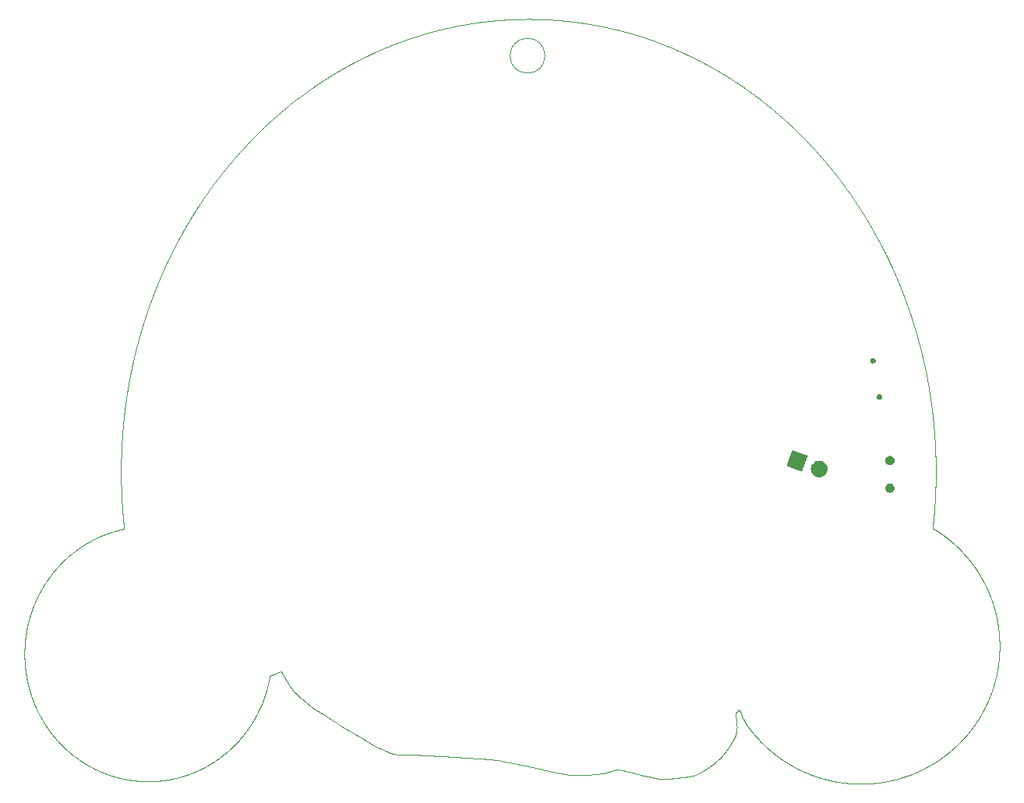
<source format=gbr>
G04 #@! TF.GenerationSoftware,KiCad,Pcbnew,(5.1.0)-1*
G04 #@! TF.CreationDate,2019-09-27T22:37:59-05:00*
G04 #@! TF.ProjectId,BSidesDFW_2019,42536964-6573-4444-9657-5f323031392e,rev?*
G04 #@! TF.SameCoordinates,Original*
G04 #@! TF.FileFunction,Soldermask,Bot*
G04 #@! TF.FilePolarity,Negative*
%FSLAX46Y46*%
G04 Gerber Fmt 4.6, Leading zero omitted, Abs format (unit mm)*
G04 Created by KiCad (PCBNEW (5.1.0)-1) date 2019-09-27 22:37:59*
%MOMM*%
%LPD*%
G04 APERTURE LIST*
%ADD10C,0.050000*%
%ADD11C,0.015200*%
%ADD12C,0.100000*%
G04 APERTURE END LIST*
D10*
X113205020Y-55514980D02*
G75*
G03X113205020Y-55514980I-1895020J0D01*
G01*
D11*
X119313265Y-52317211D02*
X119252268Y-52305023D01*
X120546300Y-52584830D02*
X120496186Y-52573160D01*
X120224702Y-52511112D02*
X120164146Y-52497542D01*
X120746543Y-52632138D02*
X120696514Y-52620217D01*
X120696514Y-52620217D02*
X120646463Y-52608358D01*
X118456708Y-52155028D02*
X118395312Y-52144143D01*
X118579414Y-52177079D02*
X118518075Y-52166007D01*
X118640725Y-52188244D02*
X118579414Y-52177079D01*
X118702008Y-52199503D02*
X118640725Y-52188244D01*
X118763262Y-52210856D02*
X118702008Y-52199503D01*
X118824488Y-52222301D02*
X118763262Y-52210856D01*
X120596392Y-52596563D02*
X120546300Y-52584830D01*
X118885685Y-52233840D02*
X118824488Y-52222301D01*
X118946854Y-52245471D02*
X118885685Y-52233840D01*
X119739426Y-52405120D02*
X119678633Y-52392285D01*
X119069106Y-52269013D02*
X119007994Y-52257196D01*
X119617811Y-52379542D02*
X119556960Y-52366891D01*
X119130189Y-52280924D02*
X119069106Y-52269013D01*
X121195865Y-52742242D02*
X121146025Y-52729759D01*
X119252268Y-52305023D02*
X119191243Y-52292927D01*
X119435171Y-52341866D02*
X119374232Y-52329492D01*
X121146025Y-52729759D02*
X121096163Y-52717338D01*
X119496080Y-52354332D02*
X119435171Y-52341866D01*
X119860922Y-52431067D02*
X119800189Y-52418047D01*
X120846540Y-52656168D02*
X120796552Y-52644122D01*
X119800189Y-52418047D02*
X119739426Y-52405120D01*
X120345723Y-52538527D02*
X120285227Y-52524774D01*
X120042946Y-52470676D02*
X119982301Y-52457381D01*
X120496186Y-52573160D02*
X120446053Y-52561553D01*
X120946453Y-52680448D02*
X120896507Y-52668277D01*
X120103561Y-52484063D02*
X120042946Y-52470676D01*
X120164146Y-52497542D02*
X120103561Y-52484063D01*
X120285227Y-52524774D02*
X120224702Y-52511112D01*
X120996377Y-52692682D02*
X120946453Y-52680448D01*
X119191243Y-52292927D02*
X119130189Y-52280924D01*
X121096163Y-52717338D02*
X121046281Y-52704979D01*
X119556960Y-52366891D02*
X119496080Y-52354332D01*
X119374232Y-52329492D02*
X119313265Y-52317211D01*
X121046281Y-52704979D02*
X120996377Y-52692682D01*
X118333484Y-52133280D02*
X118271627Y-52122513D01*
X119007994Y-52257196D02*
X118946854Y-52245471D01*
X121245684Y-52754788D02*
X121195865Y-52742242D01*
X118518075Y-52166007D02*
X118456708Y-52155028D01*
X120646463Y-52608358D02*
X120596392Y-52596563D01*
X120896507Y-52668277D02*
X120846540Y-52656168D01*
X120796552Y-52644122D02*
X120746543Y-52632138D01*
X119982301Y-52457381D02*
X119921626Y-52444178D01*
X118395312Y-52144143D02*
X118333484Y-52133280D01*
X119678633Y-52392285D02*
X119617811Y-52379542D01*
X119921626Y-52444178D02*
X119860922Y-52431067D01*
X120446053Y-52561553D02*
X120395898Y-52550009D01*
X120395898Y-52550009D02*
X120345723Y-52538527D01*
X125721375Y-54165737D02*
X125633310Y-54132394D01*
X125191744Y-53968688D02*
X125103184Y-53936549D01*
X125280222Y-54001027D02*
X125191744Y-53968688D01*
X122284484Y-53031894D02*
X122198687Y-53007880D01*
X123732723Y-53468361D02*
X123648080Y-53441220D01*
X124070597Y-53578743D02*
X123986233Y-53550875D01*
X124575294Y-53749752D02*
X124491355Y-53720799D01*
X125809357Y-54199279D02*
X125721375Y-54165737D01*
X123563368Y-53414261D02*
X123478587Y-53387485D01*
X121643465Y-52857394D02*
X121593818Y-52844351D01*
X121940897Y-52936952D02*
X121891380Y-52923538D01*
X121841840Y-52910185D02*
X121792279Y-52896895D01*
X123478587Y-53387485D02*
X123393737Y-53360891D01*
X125633310Y-54132394D02*
X125545162Y-54099252D01*
X125897255Y-54233021D02*
X125809357Y-54199279D01*
X124239112Y-53635023D02*
X124154890Y-53606793D01*
X122712471Y-53154745D02*
X122627007Y-53129805D01*
X122198687Y-53007880D02*
X122112823Y-52984051D01*
X123986233Y-53550875D02*
X123901800Y-53523189D01*
X122370215Y-53056094D02*
X122284484Y-53031894D01*
X122455879Y-53080479D02*
X122370215Y-53056094D01*
X123138773Y-53282209D02*
X123053648Y-53256348D01*
X124748128Y-53810013D02*
X124659161Y-53778885D01*
X124659161Y-53778885D02*
X124575294Y-53749752D01*
X125014542Y-53904612D02*
X124925819Y-53872877D01*
X121295481Y-52767397D02*
X121245684Y-52754788D01*
X123053648Y-53256348D02*
X122968456Y-53230671D01*
X123393737Y-53360891D02*
X123308817Y-53334480D01*
X126160445Y-54335442D02*
X126072799Y-54301103D01*
X123223829Y-53308253D02*
X123138773Y-53282209D01*
X121693092Y-52870499D02*
X121643465Y-52857394D01*
X121345257Y-52780067D02*
X121295481Y-52767397D01*
X125985069Y-54266962D02*
X125897255Y-54233021D01*
X121444746Y-52805594D02*
X121395012Y-52792800D01*
X121544149Y-52831370D02*
X121494458Y-52818451D01*
X122627007Y-53129805D02*
X122541477Y-53105049D01*
X126072799Y-54301103D02*
X125985069Y-54266962D01*
X121792279Y-52896895D02*
X121742696Y-52883666D01*
X125368618Y-54033568D02*
X125280222Y-54001027D01*
X126248007Y-54369980D02*
X126160445Y-54335442D01*
X122112823Y-52984051D02*
X122026893Y-52960408D01*
X121593818Y-52844351D02*
X121544149Y-52831370D01*
X122026893Y-52960408D02*
X121940897Y-52936952D01*
X123817296Y-53495684D02*
X123732723Y-53468361D01*
X123308817Y-53334480D02*
X123223829Y-53308253D01*
X123648080Y-53441220D02*
X123563368Y-53414261D01*
X125545162Y-54099252D02*
X125456931Y-54066310D01*
X121742696Y-52883666D02*
X121693092Y-52870499D01*
X124323264Y-53663435D02*
X124239112Y-53635023D01*
X121891380Y-52923538D02*
X121841840Y-52910185D01*
X122797867Y-53179869D02*
X122712471Y-53154745D01*
X125103184Y-53936549D02*
X125014542Y-53904612D01*
X124837014Y-53841344D02*
X124748128Y-53810013D01*
X122968456Y-53230671D02*
X122883195Y-53205178D01*
X125456931Y-54066310D02*
X125368618Y-54033568D01*
X121395012Y-52792800D02*
X121345257Y-52780067D01*
X124154890Y-53606793D02*
X124070597Y-53578743D01*
X121494458Y-52818451D02*
X121444746Y-52805594D01*
X124407345Y-53692027D02*
X124323264Y-53663435D01*
X122883195Y-53205178D02*
X122797867Y-53179869D01*
X124925819Y-53872877D02*
X124837014Y-53841344D01*
X122541477Y-53105049D02*
X122455879Y-53080479D01*
X123901800Y-53523189D02*
X123817296Y-53495684D01*
X124491355Y-53720799D02*
X124407345Y-53692027D01*
X126771592Y-54581364D02*
X126684541Y-54545639D01*
X127741769Y-54995376D02*
X127695684Y-54975045D01*
X128017741Y-55118528D02*
X127971810Y-55097864D01*
X128384272Y-55285834D02*
X128338546Y-55264727D01*
X128930963Y-55543408D02*
X128885549Y-55521641D01*
X129355427Y-55750118D02*
X129294932Y-55720295D01*
X126858557Y-54617285D02*
X126771592Y-54581364D01*
X127603440Y-54934551D02*
X127557279Y-54914388D01*
X129657190Y-55900695D02*
X129596933Y-55870386D01*
X128338546Y-55264727D02*
X128292794Y-55243676D01*
X126945435Y-54653403D02*
X126858557Y-54617285D01*
X127032227Y-54689718D02*
X126945435Y-54653403D01*
X128063648Y-55139247D02*
X128017741Y-55118528D01*
X127292082Y-54799838D02*
X127205551Y-54762935D01*
X127378526Y-54836935D02*
X127292082Y-54799838D01*
X127833862Y-55036204D02*
X127787828Y-55015762D01*
X127925853Y-55077255D02*
X127879870Y-55056702D01*
X127879870Y-55056702D02*
X127833862Y-55036204D01*
X128521296Y-55349485D02*
X128475647Y-55328213D01*
X128566919Y-55370812D02*
X128521296Y-55349485D01*
X128109528Y-55160022D02*
X128063648Y-55139247D01*
X129294932Y-55720295D02*
X129234388Y-55690569D01*
X128794642Y-55478273D02*
X128749150Y-55456671D01*
X129052475Y-55601979D02*
X128991742Y-55572644D01*
X129113160Y-55631411D02*
X129052475Y-55601979D01*
X129234388Y-55690569D02*
X129173798Y-55660941D01*
X129476276Y-55810057D02*
X129415875Y-55780039D01*
X127464883Y-54874228D02*
X127378526Y-54836935D01*
X127557279Y-54914388D02*
X127511094Y-54894280D01*
X129536628Y-55840173D02*
X129476276Y-55810057D01*
X129173798Y-55660941D02*
X129113160Y-55631411D01*
X128612515Y-55392195D02*
X128566919Y-55370812D01*
X127695684Y-54975045D02*
X127649575Y-54954770D01*
X127787828Y-55015762D02*
X127741769Y-54995376D01*
X129957752Y-56053699D02*
X129897736Y-56022905D01*
X127971810Y-55097864D02*
X127925853Y-55077255D01*
X128840109Y-55499930D02*
X128794642Y-55478273D01*
X128703631Y-55435124D02*
X128658086Y-55413632D01*
X129596933Y-55870386D02*
X129536628Y-55840173D01*
X129777559Y-55961606D02*
X129717399Y-55931102D01*
X129897736Y-56022905D02*
X129837672Y-55992207D01*
X129415875Y-55780039D02*
X129355427Y-55750118D01*
X129717399Y-55931102D02*
X129657190Y-55900695D01*
X129837672Y-55992207D02*
X129777559Y-55961606D01*
X127649575Y-54954770D02*
X127603440Y-54934551D01*
X128201212Y-55201738D02*
X128155383Y-55180853D01*
X126422876Y-54439650D02*
X126335484Y-54404716D01*
X126335484Y-54404716D02*
X126248007Y-54369980D01*
X126510183Y-54474782D02*
X126422876Y-54439650D01*
X126597405Y-54510112D02*
X126510183Y-54474782D01*
X128658086Y-55413632D02*
X128612515Y-55392195D01*
X126684541Y-54545639D02*
X126597405Y-54510112D01*
X128991742Y-55572644D02*
X128930963Y-55543408D01*
X127118932Y-54726229D02*
X127032227Y-54689718D01*
X127205551Y-54762935D02*
X127118932Y-54726229D01*
X128429973Y-55306996D02*
X128384272Y-55285834D01*
X127511094Y-54894280D02*
X127464883Y-54874228D01*
X128155383Y-55180853D02*
X128109528Y-55160022D01*
X128247016Y-55222679D02*
X128201212Y-55201738D01*
X128749150Y-55456671D02*
X128703631Y-55435124D01*
X128475647Y-55328213D02*
X128429973Y-55306996D01*
X128885549Y-55521641D02*
X128840109Y-55499930D01*
X130017720Y-56084590D02*
X129957752Y-56053699D01*
X128292794Y-55243676D02*
X128247016Y-55222679D01*
X133263514Y-57945234D02*
X133197632Y-57903628D01*
X133788025Y-58282445D02*
X133722709Y-58239870D01*
X131574879Y-56930067D02*
X131509487Y-56892851D01*
X133853269Y-58325140D02*
X133788025Y-58282445D01*
X132290011Y-57347132D02*
X132225318Y-57308636D01*
X133460736Y-58070780D02*
X133395066Y-58028810D01*
X133526336Y-58112871D02*
X133460736Y-58070780D01*
X133918441Y-58367955D02*
X133853269Y-58325140D01*
X132030853Y-57193845D02*
X131965904Y-57155813D01*
X131444033Y-56855753D02*
X131378516Y-56818772D01*
X130077639Y-56115577D02*
X130017720Y-56084590D01*
X131705473Y-57004849D02*
X131640208Y-56967400D01*
X130918153Y-56563196D02*
X130852139Y-56527157D01*
X133591865Y-58155083D02*
X133526336Y-58112871D01*
X132548144Y-57502269D02*
X132483707Y-57463311D01*
X134113529Y-58497122D02*
X134048572Y-58453947D01*
X130137510Y-56146661D02*
X130077639Y-56115577D01*
X131900891Y-57117897D02*
X131835815Y-57080098D01*
X132483707Y-57463311D02*
X132419206Y-57424469D01*
X133722709Y-58239870D02*
X133657322Y-58197416D01*
X134048572Y-58453947D02*
X133983542Y-58410891D01*
X130197332Y-56177841D02*
X130137510Y-56146661D01*
X131115824Y-56672021D02*
X131049996Y-56635628D01*
X132933404Y-57738425D02*
X132869356Y-57698779D01*
X130555237Y-56366941D02*
X130495709Y-56335184D01*
X133197632Y-57903628D02*
X133131680Y-57862145D01*
X130257105Y-56209118D02*
X130197332Y-56177841D01*
X132805244Y-57659247D02*
X132741066Y-57619831D01*
X131770676Y-57042415D02*
X131705473Y-57004849D01*
X132354641Y-57385743D02*
X132290011Y-57347132D01*
X130316829Y-56240491D02*
X130257105Y-56209118D01*
X130376505Y-56271959D02*
X130316829Y-56240491D01*
X131378516Y-56818772D02*
X131312937Y-56781908D01*
X130614716Y-56398793D02*
X130555237Y-56366941D01*
X130733526Y-56462784D02*
X130674146Y-56430741D01*
X131640208Y-56967400D02*
X131574879Y-56930067D01*
X132225318Y-57308636D02*
X132160560Y-57270256D01*
X132869356Y-57698779D02*
X132805244Y-57659247D01*
X133395066Y-58028810D02*
X133329325Y-57986961D01*
X131965904Y-57155813D02*
X131900891Y-57117897D01*
X133065658Y-57820783D02*
X132999566Y-57779543D01*
X133131680Y-57862145D02*
X133065658Y-57820783D01*
X130436131Y-56303524D02*
X130376505Y-56271959D01*
X131509487Y-56892851D02*
X131444033Y-56855753D01*
X130495709Y-56335184D02*
X130436131Y-56303524D01*
X130674146Y-56430741D02*
X130614716Y-56398793D01*
X132419206Y-57424469D02*
X132354641Y-57385743D01*
X133983542Y-58410891D02*
X133918441Y-58367955D01*
X130792857Y-56494922D02*
X130733526Y-56462784D01*
X130852139Y-56527157D02*
X130792857Y-56494922D01*
X133329325Y-57986961D02*
X133263514Y-57945234D01*
X133657322Y-58197416D02*
X133591865Y-58155083D01*
X132612516Y-57541341D02*
X132548144Y-57502269D01*
X130984105Y-56599353D02*
X130918153Y-56563196D01*
X131312937Y-56781908D02*
X131247295Y-56745161D01*
X131049996Y-56635628D02*
X130984105Y-56599353D01*
X131181591Y-56708532D02*
X131115824Y-56672021D01*
X132160560Y-57270256D02*
X132095738Y-57231993D01*
X132741066Y-57619831D02*
X132676823Y-57580528D01*
X131247295Y-56745161D02*
X131181591Y-56708532D01*
X131835815Y-57080098D02*
X131770676Y-57042415D01*
X132095738Y-57231993D02*
X132030853Y-57193845D01*
X132676823Y-57580528D02*
X132612516Y-57541341D01*
X132999566Y-57779543D02*
X132933404Y-57738425D01*
X135680303Y-59590633D02*
X135620188Y-59546782D01*
X136809466Y-60443710D02*
X136750660Y-60397875D01*
X137200116Y-60752232D02*
X137131949Y-60697887D01*
X135379048Y-59372436D02*
X135318595Y-59329114D01*
X137741968Y-61192018D02*
X137674578Y-61136559D01*
X135015319Y-59114102D02*
X134951380Y-59069261D01*
X135076108Y-59156891D02*
X135015319Y-59114102D01*
X135439434Y-59415863D02*
X135379048Y-59372436D01*
X136632838Y-60306515D02*
X136573822Y-60260990D01*
X137674578Y-61136559D02*
X137607089Y-61081238D01*
X134178415Y-58540418D02*
X134113529Y-58497122D01*
X135136830Y-59199787D02*
X135076108Y-59156891D01*
X137268187Y-60806718D02*
X137200116Y-60752232D01*
X135258074Y-59285899D02*
X135197485Y-59242790D01*
X135800330Y-59678651D02*
X135740351Y-59634589D01*
X136039565Y-59855949D02*
X135979859Y-59811467D01*
X137063685Y-60643681D02*
X136995325Y-60589615D01*
X136926869Y-60535690D02*
X136868203Y-60489649D01*
X137943554Y-61359226D02*
X137876457Y-61303352D01*
X138010552Y-61415238D02*
X137943554Y-61359226D01*
X136995325Y-60589615D02*
X136926869Y-60535690D01*
X137336161Y-60861343D02*
X137268187Y-60806718D01*
X134243228Y-58583833D02*
X134178415Y-58540418D01*
X134501758Y-58758688D02*
X134437234Y-58714796D01*
X134372638Y-58671022D02*
X134307969Y-58627368D01*
X134759124Y-58935448D02*
X134694892Y-58891080D01*
X134437234Y-58714796D02*
X134372638Y-58671022D01*
X135560004Y-59503036D02*
X135499753Y-59459397D01*
X135979859Y-59811467D02*
X135920085Y-59767090D01*
X136099203Y-59900536D02*
X136039565Y-59855949D01*
X136573822Y-60260990D02*
X136514737Y-60215569D01*
X138077452Y-61471387D02*
X138010552Y-61415238D01*
X134630587Y-58846830D02*
X134566209Y-58802700D01*
X135499753Y-59459397D02*
X135439434Y-59415863D01*
X136396359Y-60125039D02*
X136337066Y-60079930D01*
X136455583Y-60170252D02*
X136396359Y-60125039D01*
X136750660Y-60397875D02*
X136691784Y-60352143D01*
X134951380Y-59069261D02*
X134887368Y-59024538D01*
X135620188Y-59546782D02*
X135560004Y-59503036D01*
X137131949Y-60697887D02*
X137063685Y-60643681D01*
X134694892Y-58891080D02*
X134630587Y-58846830D01*
X136158772Y-59945228D02*
X136099203Y-59900536D01*
X136337066Y-60079930D02*
X136277703Y-60034925D01*
X136868203Y-60489649D02*
X136809466Y-60443710D01*
X136691784Y-60352143D02*
X136632838Y-60306515D01*
X137471819Y-60971012D02*
X137404039Y-60916108D01*
X135740351Y-59634589D02*
X135680303Y-59590633D01*
X134307969Y-58627368D02*
X134243228Y-58583833D01*
X134566209Y-58802700D02*
X134501758Y-58758688D01*
X134887368Y-59024538D02*
X134823283Y-58979934D01*
X138144253Y-61527674D02*
X138077452Y-61471387D01*
X135197485Y-59242790D02*
X135136830Y-59199787D01*
X135860241Y-59722818D02*
X135800330Y-59678651D01*
X134823283Y-58979934D02*
X134759124Y-58935448D01*
X135318595Y-59329114D02*
X135258074Y-59285899D01*
X137809262Y-61247616D02*
X137741968Y-61192018D01*
X136277703Y-60034925D02*
X136218272Y-59990024D01*
X135920085Y-59767090D02*
X135860241Y-59722818D01*
X136218272Y-59990024D02*
X136158772Y-59945228D01*
X137404039Y-60916108D02*
X137336161Y-60861343D01*
X137876457Y-61303352D02*
X137809262Y-61247616D01*
X136514737Y-60215569D02*
X136455583Y-60170252D01*
X137539503Y-61026056D02*
X137471819Y-60971012D01*
X137607089Y-61081238D02*
X137539503Y-61026056D01*
X141444407Y-64604999D02*
X141383007Y-64541991D01*
X140893746Y-64048275D02*
X140834294Y-63989277D01*
X140174019Y-63348075D02*
X140113425Y-63290495D01*
X141198164Y-64353731D02*
X141136336Y-64291233D01*
X140052736Y-63233035D02*
X139991953Y-63175694D01*
X140535598Y-63696050D02*
X140475573Y-63637758D01*
X140655364Y-63812987D02*
X140595529Y-63754460D01*
X141871196Y-65049604D02*
X141810550Y-64985710D01*
X141627964Y-64794785D02*
X141566886Y-64731396D01*
X141074401Y-64228864D02*
X141012361Y-64166622D01*
X138210956Y-61584098D02*
X138144253Y-61527674D01*
X141321499Y-64479110D02*
X141259885Y-64416357D01*
X138344063Y-61697357D02*
X138277559Y-61640659D01*
X138410468Y-61754192D02*
X138344063Y-61697357D01*
X140595529Y-63754460D02*
X140535598Y-63696050D01*
X138675090Y-61982893D02*
X138609085Y-61925513D01*
X138740995Y-62040408D02*
X138675090Y-61982893D01*
X138806800Y-62098058D02*
X138740995Y-62040408D01*
X141505700Y-64668134D02*
X141444407Y-64604999D01*
X138872505Y-62155844D02*
X138806800Y-62098058D01*
X138938108Y-62213765D02*
X138872505Y-62155844D01*
X139069012Y-62330012D02*
X139003611Y-62271821D01*
X140774747Y-63930396D02*
X140715103Y-63871633D01*
X139131190Y-62385543D02*
X139069012Y-62330012D01*
X139809041Y-63004388D02*
X139747883Y-62947526D01*
X140234520Y-63405774D02*
X140174019Y-63348075D01*
X139193275Y-62441196D02*
X139131190Y-62385543D01*
X139255269Y-62496970D02*
X139193275Y-62441196D01*
X141383007Y-64541991D02*
X141321499Y-64479110D01*
X141931733Y-65113623D02*
X141871196Y-65049604D01*
X139378978Y-62608883D02*
X139317170Y-62552866D01*
X139440695Y-62665022D02*
X139378978Y-62608883D01*
X141012361Y-64166622D02*
X140953102Y-64107390D01*
X139563849Y-62777661D02*
X139502318Y-62721281D01*
X139625287Y-62834162D02*
X139563849Y-62777661D01*
X142112692Y-65306435D02*
X142052482Y-65242039D01*
X140294925Y-63463592D02*
X140234520Y-63405774D01*
X140415452Y-63579584D02*
X140355236Y-63521529D01*
X141810550Y-64985710D02*
X141749796Y-64921942D01*
X141259885Y-64416357D02*
X141198164Y-64353731D01*
X141566886Y-64731396D02*
X141505700Y-64668134D01*
X139502318Y-62721281D02*
X139440695Y-62665022D01*
X141136336Y-64291233D02*
X141074401Y-64228864D01*
X142052482Y-65242039D02*
X141992162Y-65177769D01*
X138277559Y-61640659D02*
X138210956Y-61584098D01*
X139747883Y-62947526D02*
X139686631Y-62890784D01*
X138476773Y-61811163D02*
X138410468Y-61754192D01*
X138542979Y-61868270D02*
X138476773Y-61811163D01*
X138609085Y-61925513D02*
X138542979Y-61868270D01*
X139003611Y-62271821D02*
X138938108Y-62213765D01*
X139317170Y-62552866D02*
X139255269Y-62496970D01*
X139686631Y-62890784D02*
X139625287Y-62834162D01*
X140113425Y-63290495D02*
X140052736Y-63233035D01*
X139870105Y-63061370D02*
X139809041Y-63004388D01*
X140953102Y-64107390D02*
X140893746Y-64048275D01*
X139931076Y-63118472D02*
X139870105Y-63061370D01*
X141992162Y-65177769D02*
X141931733Y-65113623D01*
X141749796Y-64921942D02*
X141688934Y-64858300D01*
X140834294Y-63989277D02*
X140774747Y-63930396D01*
X139991953Y-63175694D02*
X139931076Y-63118472D01*
X140355236Y-63521529D02*
X140294925Y-63463592D01*
X140475573Y-63637758D02*
X140415452Y-63579584D01*
X141688934Y-64858300D02*
X141627964Y-64794785D01*
X140715103Y-63871633D02*
X140655364Y-63812987D01*
X80289479Y-65740167D02*
X80233542Y-65801736D01*
X78327366Y-68038591D02*
X78265746Y-68115727D01*
X79396624Y-66749642D02*
X79332602Y-66824283D01*
X80457876Y-65556121D02*
X80401646Y-65617359D01*
X78389130Y-67961601D02*
X78327366Y-68038591D01*
X79679589Y-66423435D02*
X79624739Y-66486202D01*
X79268720Y-66899072D02*
X79204977Y-66974009D01*
X78575278Y-67731500D02*
X78513086Y-67808055D01*
X79460785Y-66675151D02*
X79396624Y-66749642D01*
X78637612Y-67655091D02*
X78575278Y-67731500D01*
X78700088Y-67578828D02*
X78637612Y-67655091D01*
X78825465Y-67426741D02*
X78762706Y-67502711D01*
X79789589Y-66298225D02*
X79734539Y-66360776D01*
X78888365Y-67350917D02*
X78825465Y-67426741D01*
X79077911Y-67124329D02*
X79014588Y-67199711D01*
X79204977Y-66974009D02*
X79141374Y-67049095D01*
X79569988Y-66549077D02*
X79515336Y-66612060D01*
X80066321Y-65987101D02*
X80010777Y-66049108D01*
X80233542Y-65801736D02*
X80177703Y-65863415D01*
X80627151Y-65373067D02*
X80570629Y-65433974D01*
X79515336Y-66612060D02*
X79460785Y-66675151D01*
X79624739Y-66486202D02*
X79569988Y-66549077D01*
X79955331Y-66111224D02*
X79899985Y-66173449D01*
X79734539Y-66360776D02*
X79679589Y-66423435D01*
X80177703Y-65863415D02*
X80121963Y-65925203D01*
X80854209Y-65130548D02*
X80797299Y-65191011D01*
X80911215Y-65070197D02*
X80854209Y-65130548D01*
X80968317Y-65009957D02*
X80911215Y-65070197D01*
X79844737Y-66235782D02*
X79789589Y-66298225D01*
X81140200Y-64829908D02*
X81082810Y-64889812D01*
X80345514Y-65678708D02*
X80289479Y-65740167D01*
X80740486Y-65251585D02*
X80683770Y-65312271D01*
X79899985Y-66173449D02*
X79844737Y-66235782D01*
X80514204Y-65494992D02*
X80457876Y-65556121D01*
X80797299Y-65191011D02*
X80740486Y-65251585D01*
X80683770Y-65312271D02*
X80627151Y-65373067D01*
X78204268Y-68193006D02*
X78142934Y-68270430D01*
X78265746Y-68115727D02*
X78204268Y-68193006D01*
X79141374Y-67049095D02*
X79077911Y-67124329D01*
X81082810Y-64889812D02*
X81025515Y-64949829D01*
X78762706Y-67502711D02*
X78700088Y-67578828D01*
X78451037Y-67884755D02*
X78389130Y-67961601D01*
X78513086Y-67808055D02*
X78451037Y-67884755D01*
X81025515Y-64949829D02*
X80968317Y-65009957D01*
X78951406Y-67275240D02*
X78888365Y-67350917D01*
X79014588Y-67199711D02*
X78951406Y-67275240D01*
X80010777Y-66049108D02*
X79955331Y-66111224D01*
X79332602Y-66824283D02*
X79268720Y-66899072D01*
X80121963Y-65925203D02*
X80066321Y-65987101D01*
X80570629Y-65433974D02*
X80514204Y-65494992D01*
X80401646Y-65617359D02*
X80345514Y-65678708D01*
X84484235Y-61674833D02*
X84419300Y-61730321D01*
X84679611Y-61509151D02*
X84614391Y-61564247D01*
X82522600Y-63448625D02*
X82461261Y-63507496D01*
X85007121Y-61235639D02*
X84941431Y-61290078D01*
X82400020Y-63566490D02*
X82338877Y-63625606D01*
X82954705Y-63039975D02*
X82892684Y-63097983D01*
X83203755Y-62809185D02*
X83141348Y-62866696D01*
X84419300Y-61730321D02*
X84354459Y-61785941D01*
X84289713Y-61841690D02*
X84225063Y-61897569D01*
X84875835Y-61344649D02*
X84810333Y-61399352D01*
X82645572Y-63331252D02*
X82584037Y-63389877D01*
X85138782Y-61127157D02*
X85072905Y-61181332D01*
X81197687Y-64770116D02*
X81140200Y-64829908D01*
X81913638Y-64042833D02*
X81853286Y-64102922D01*
X84354459Y-61785941D02*
X84289713Y-61841690D01*
X83456755Y-62578203D02*
X83393359Y-62635757D01*
X81255269Y-64710437D02*
X81197687Y-64770116D01*
X81314618Y-64649146D02*
X81255269Y-64710437D01*
X82830760Y-63156115D02*
X82768933Y-63214371D01*
X81374068Y-64587975D02*
X81314618Y-64649146D01*
X83393359Y-62635757D02*
X83330060Y-62693439D01*
X82095290Y-63863291D02*
X82034640Y-63923017D01*
X84549266Y-61619475D02*
X84484235Y-61674833D01*
X83839173Y-62235567D02*
X83775195Y-62292352D01*
X81553023Y-64405179D02*
X81493271Y-64465991D01*
X84096050Y-62009718D02*
X84031687Y-62065986D01*
X81433619Y-64526923D02*
X81374068Y-64587975D01*
X83711313Y-62349266D02*
X83647528Y-62406308D01*
X82707204Y-63272749D02*
X82645572Y-63331252D01*
X83266858Y-62751248D02*
X83203755Y-62809185D01*
X81493271Y-64465991D02*
X81433619Y-64526923D01*
X82338877Y-63625606D02*
X82277832Y-63684844D01*
X84810333Y-61399352D02*
X84744925Y-61454186D01*
X81612876Y-64344487D02*
X81553023Y-64405179D01*
X81732881Y-64223463D02*
X81672829Y-64283915D01*
X82584037Y-63389877D02*
X82522600Y-63448625D01*
X82892684Y-63097983D02*
X82830760Y-63156115D01*
X83775195Y-62292352D02*
X83711313Y-62349266D01*
X83141348Y-62866696D02*
X83079037Y-62924331D01*
X85072905Y-61181332D02*
X85007121Y-61235639D01*
X83967419Y-62122384D02*
X83903248Y-62178911D01*
X84031687Y-62065986D02*
X83967419Y-62122384D01*
X82461261Y-63507496D02*
X82400020Y-63566490D01*
X84941431Y-61290078D02*
X84875835Y-61344649D01*
X81672829Y-64283915D02*
X81612876Y-64344487D01*
X81793034Y-64163132D02*
X81732881Y-64223463D01*
X81853286Y-64102922D02*
X81793034Y-64163132D01*
X83330060Y-62693439D02*
X83266858Y-62751248D01*
X81974090Y-63982864D02*
X81913638Y-64042833D01*
X82034640Y-63923017D02*
X81974090Y-63982864D01*
X82156039Y-63803687D02*
X82095290Y-63863291D01*
X84225063Y-61897569D02*
X84160509Y-61953579D01*
X83520249Y-62520777D02*
X83456755Y-62578203D01*
X82277832Y-63684844D02*
X82216886Y-63744205D01*
X84744925Y-61454186D02*
X84679611Y-61509151D01*
X82216886Y-63744205D02*
X82156039Y-63803687D01*
X83079037Y-62924331D02*
X83016823Y-62982091D01*
X83647528Y-62406308D02*
X83583840Y-62463478D01*
X84614391Y-61564247D02*
X84549266Y-61619475D01*
X82768933Y-63214371D02*
X82707204Y-63272749D01*
X83016823Y-62982091D02*
X82954705Y-63039975D01*
X83583840Y-62463478D02*
X83520249Y-62520777D01*
X83903248Y-62178911D02*
X83839173Y-62235567D01*
X84160509Y-61953579D02*
X84096050Y-62009718D01*
X88219667Y-58813674D02*
X88176517Y-58843261D01*
X89045684Y-58261695D02*
X89001919Y-58290261D01*
X89308946Y-58091436D02*
X89264989Y-58119677D01*
X87958261Y-58994088D02*
X87869398Y-59056058D01*
X85865286Y-60543362D02*
X85779911Y-60610686D01*
X87427212Y-59369311D02*
X87339203Y-59432639D01*
X87515364Y-59306208D02*
X87427212Y-59369311D01*
X88047266Y-58932345D02*
X87958261Y-58994088D01*
X88914485Y-58347557D02*
X88870816Y-58376285D01*
X85204752Y-61073115D02*
X85138782Y-61127157D01*
X85355288Y-60950575D02*
X85270815Y-61019205D01*
X86208272Y-60276259D02*
X86122303Y-60342705D01*
X89352935Y-58063250D02*
X89308946Y-58091436D01*
X87603659Y-59243331D02*
X87515364Y-59306208D01*
X88306064Y-58754658D02*
X88262849Y-58784139D01*
X88479250Y-58637269D02*
X88435904Y-58666536D01*
X89221064Y-58147972D02*
X89177171Y-58176321D01*
X89133310Y-58204725D02*
X89089481Y-58233183D01*
X86122303Y-60342705D02*
X86036482Y-60409371D01*
X87780677Y-59118255D02*
X87692097Y-59180680D01*
X89177171Y-58176321D02*
X89133310Y-58204725D01*
X85270815Y-61019205D02*
X85204752Y-61073115D01*
X85439912Y-60882163D02*
X85355288Y-60950575D01*
X86727179Y-59882220D02*
X86640328Y-59947339D01*
X85779911Y-60610686D02*
X85694686Y-60678228D01*
X87076039Y-59623974D02*
X86988606Y-59688200D01*
X85950809Y-60476257D02*
X85865286Y-60543362D01*
X86553623Y-60012680D02*
X86467064Y-60078243D01*
X88133401Y-58872903D02*
X88090317Y-58902597D01*
X88435904Y-58666536D02*
X88392591Y-58695856D01*
X88870816Y-58376285D02*
X88827179Y-58405068D01*
X88522627Y-58608056D02*
X88479250Y-58637269D01*
X86640328Y-59947339D02*
X86553623Y-60012680D01*
X88090317Y-58902597D02*
X88047266Y-58932345D01*
X88740003Y-58462795D02*
X88696463Y-58491740D01*
X88783575Y-58433905D02*
X88740003Y-58462795D01*
X89001919Y-58290261D02*
X88958186Y-58318882D01*
X87339203Y-59432639D02*
X87251338Y-59496193D01*
X88176517Y-58843261D02*
X88133401Y-58872903D01*
X89264989Y-58119677D02*
X89221064Y-58147972D01*
X86901319Y-59752650D02*
X86814176Y-59817324D01*
X86988606Y-59688200D02*
X86901319Y-59752650D01*
X88696463Y-58491740D02*
X88652956Y-58520738D01*
X89089481Y-58233183D02*
X89045684Y-58261695D01*
X88566038Y-58578896D02*
X88522627Y-58608056D01*
X88958186Y-58318882D02*
X88914485Y-58347557D01*
X88262849Y-58784139D02*
X88219667Y-58813674D01*
X86036482Y-60409371D02*
X85950809Y-60476257D01*
X85524686Y-60813967D02*
X85439912Y-60882163D01*
X86294388Y-60210033D02*
X86208272Y-60276259D01*
X87251338Y-59496193D02*
X87163616Y-59559971D01*
X87692097Y-59180680D02*
X87603659Y-59243331D01*
X88349311Y-58725230D02*
X88306064Y-58754658D01*
X85609611Y-60745989D02*
X85524686Y-60813967D01*
X85694686Y-60678228D02*
X85609611Y-60745989D01*
X86380652Y-60144027D02*
X86294388Y-60210033D01*
X88652956Y-58520738D02*
X88609480Y-58549790D01*
X86467064Y-60078243D02*
X86380652Y-60144027D01*
X86814176Y-59817324D02*
X86727179Y-59882220D01*
X87163616Y-59559971D02*
X87076039Y-59623974D01*
X88392591Y-58695856D02*
X88349311Y-58725230D01*
X87869398Y-59056058D02*
X87780677Y-59118255D01*
X88609480Y-58549790D02*
X88566038Y-58578896D01*
X88827179Y-58405068D02*
X88783575Y-58433905D01*
X91510009Y-56770115D02*
X91475878Y-56789256D01*
X91955241Y-56524176D02*
X91920892Y-56542902D01*
X91339523Y-56866140D02*
X91305477Y-56885440D01*
X91203440Y-56943530D02*
X91169462Y-56962957D01*
X90581323Y-57305827D02*
X90533402Y-57334319D01*
X91237436Y-56924135D02*
X91203440Y-56943530D01*
X91169462Y-56962957D02*
X91135501Y-56982415D01*
X90485516Y-57362875D02*
X90437665Y-57391494D01*
X90821454Y-57164321D02*
X90773358Y-57192495D01*
X91271448Y-56904772D02*
X91237436Y-56924135D01*
X91680916Y-56674885D02*
X91646701Y-56693867D01*
X89488108Y-57977103D02*
X89441007Y-58007041D01*
X89818828Y-57769283D02*
X89771474Y-57798784D01*
X89866217Y-57739845D02*
X89818828Y-57769283D01*
X91544157Y-56751005D02*
X91510009Y-56770115D01*
X89913642Y-57710469D02*
X89866217Y-57739845D01*
X90008599Y-57651907D02*
X89961102Y-57681157D01*
X90103699Y-57593596D02*
X90056131Y-57622720D01*
X90151302Y-57564535D02*
X90103699Y-57593596D01*
X91749397Y-56637016D02*
X91715148Y-56655934D01*
X90342069Y-57448921D02*
X90294324Y-57477730D01*
X90437665Y-57391494D02*
X90389849Y-57420176D01*
X90533402Y-57334319D02*
X90485516Y-57362875D01*
X90677270Y-57249034D02*
X90629279Y-57277399D01*
X91135501Y-56982415D02*
X91101557Y-57001906D01*
X91373587Y-56846871D02*
X91339523Y-56866140D01*
X91612503Y-56712881D02*
X91578321Y-56731927D01*
X91920892Y-56542902D02*
X91886559Y-56561661D01*
X90725296Y-57220733D02*
X90677270Y-57249034D01*
X90773358Y-57192495D02*
X90725296Y-57220733D01*
X91033720Y-57040980D02*
X90999827Y-57060565D01*
X91578321Y-56731927D02*
X91544157Y-56751005D01*
X91852244Y-56580452D02*
X91817945Y-56599275D01*
X91715148Y-56655934D02*
X91680916Y-56674885D01*
X91989607Y-56505481D02*
X91955241Y-56524176D01*
X90917751Y-57108164D02*
X90869585Y-57136210D01*
X90999827Y-57060565D02*
X90965951Y-57080181D01*
X91407667Y-56827634D02*
X91373587Y-56846871D01*
X91783662Y-56618129D02*
X91749397Y-56637016D01*
X91475878Y-56789256D02*
X91441764Y-56808429D01*
X91646701Y-56693867D02*
X91612503Y-56712881D01*
X90629279Y-57277399D02*
X90581323Y-57305827D01*
X90869585Y-57136210D02*
X90821454Y-57164321D01*
X90965951Y-57080181D02*
X90917751Y-57108164D01*
X91101557Y-57001906D02*
X91067630Y-57021427D01*
X91817945Y-56599275D02*
X91783662Y-56618129D01*
X89396955Y-58035118D02*
X89352935Y-58063250D01*
X89441007Y-58007041D02*
X89396955Y-58035118D01*
X89535246Y-57947227D02*
X89488108Y-57977103D01*
X89582420Y-57917413D02*
X89535246Y-57947227D01*
X89961102Y-57681157D02*
X89913642Y-57710469D01*
X90294324Y-57477730D02*
X90246615Y-57506602D01*
X91305477Y-56885440D02*
X91271448Y-56904772D01*
X89629629Y-57887662D02*
X89582420Y-57917413D01*
X89676875Y-57857974D02*
X89629629Y-57887662D01*
X89724157Y-57828347D02*
X89676875Y-57857974D01*
X89771474Y-57798784D02*
X89724157Y-57828347D01*
X90056131Y-57622720D02*
X90008599Y-57651907D01*
X90198941Y-57535537D02*
X90151302Y-57564535D01*
X90246615Y-57506602D02*
X90198941Y-57535537D01*
X91441764Y-56808429D02*
X91407667Y-56827634D01*
X91886559Y-56561661D02*
X91852244Y-56580452D01*
X91067630Y-57021427D02*
X91033720Y-57040980D01*
X90389849Y-57420176D02*
X90342069Y-57448921D01*
X93370055Y-55787968D02*
X93346155Y-55799844D01*
X93777499Y-55588407D02*
X93753473Y-55600024D01*
X92915112Y-56017304D02*
X92879215Y-56035695D01*
X93226765Y-55859454D02*
X93202910Y-55871422D01*
X93465731Y-55740615D02*
X93441801Y-55752430D01*
X93441801Y-55752430D02*
X93417878Y-55764261D01*
X92023989Y-56486818D02*
X91989607Y-56505481D01*
X92058388Y-56468187D02*
X92023989Y-56486818D01*
X92093883Y-56449006D02*
X92058388Y-56468187D01*
X92129396Y-56429860D02*
X92093883Y-56449006D01*
X93825575Y-55565221D02*
X93801534Y-55576806D01*
X92200474Y-56391668D02*
X92164926Y-56410747D01*
X93753473Y-55600024D02*
X93729454Y-55611655D01*
X93897743Y-55530555D02*
X93873680Y-55542095D01*
X93393963Y-55776107D02*
X93370055Y-55787968D01*
X92271623Y-56353614D02*
X92236040Y-56372624D01*
X92342843Y-56315696D02*
X92307224Y-56334638D01*
X92378478Y-56296789D02*
X92342843Y-56315696D01*
X92414132Y-56277916D02*
X92378478Y-56296789D01*
X92449803Y-56259077D02*
X92414132Y-56277916D01*
X92485492Y-56240273D02*
X92449803Y-56259077D01*
X92951027Y-55998947D02*
X92915112Y-56017304D01*
X93681437Y-55634965D02*
X93657440Y-55646643D01*
X92592662Y-56184066D02*
X92556921Y-56202767D01*
X92879215Y-56035695D02*
X92843335Y-56054121D01*
X93657440Y-55646643D02*
X93633451Y-55658336D01*
X92664196Y-56146766D02*
X92628420Y-56165399D01*
X92771627Y-56091075D02*
X92735800Y-56109604D01*
X92807473Y-56072581D02*
X92771627Y-56091075D01*
X93513614Y-55717030D02*
X93489669Y-55728815D01*
X93921814Y-55519031D02*
X93897743Y-55530555D01*
X92986958Y-55980626D02*
X92951027Y-55998947D01*
X93022907Y-55962338D02*
X92986958Y-55980626D01*
X93130857Y-55907685D02*
X93094857Y-55925868D01*
X93274498Y-55835565D02*
X93250628Y-55847502D01*
X93346155Y-55799844D02*
X93322262Y-55811736D01*
X93561526Y-55693506D02*
X93537566Y-55705261D01*
X93166875Y-55889536D02*
X93130857Y-55907685D01*
X93202910Y-55871422D02*
X93166875Y-55889536D01*
X93849624Y-55553650D02*
X93825575Y-55565221D01*
X93585494Y-55681768D02*
X93561526Y-55693506D01*
X93250628Y-55847502D02*
X93226765Y-55859454D01*
X93873680Y-55542095D02*
X93849624Y-55553650D01*
X93633451Y-55658336D02*
X93609468Y-55670044D01*
X92307224Y-56334638D02*
X92271623Y-56353614D01*
X93609468Y-55670044D02*
X93585494Y-55681768D01*
X93801534Y-55576806D02*
X93777499Y-55588407D01*
X92628420Y-56165399D02*
X92592662Y-56184066D01*
X92556921Y-56202767D02*
X92521198Y-56221503D01*
X92843335Y-56054121D02*
X92807473Y-56072581D01*
X92735800Y-56109604D02*
X92699989Y-56128168D01*
X93705442Y-55623303D02*
X93681437Y-55634965D01*
X92521198Y-56221503D02*
X92485492Y-56240273D01*
X93417878Y-55764261D02*
X93393963Y-55776107D01*
X93537566Y-55705261D02*
X93513614Y-55717030D01*
X93489669Y-55728815D02*
X93465731Y-55740615D01*
X92164926Y-56410747D02*
X92129396Y-56429860D01*
X93729454Y-55611655D02*
X93705442Y-55623303D01*
X92236040Y-56372624D02*
X92200474Y-56391668D01*
X93094857Y-55925868D02*
X93058873Y-55944086D01*
X92699989Y-56128168D02*
X92664196Y-56146766D01*
X93322262Y-55811736D02*
X93298376Y-55823643D01*
X93058873Y-55944086D02*
X93022907Y-55962338D01*
X93298376Y-55823643D02*
X93274498Y-55835565D01*
X96148054Y-54533100D02*
X96072976Y-54563827D01*
X96298402Y-54472086D02*
X96223196Y-54502520D01*
X96750962Y-54292576D02*
X96675378Y-54322126D01*
X94233347Y-55371581D02*
X94200378Y-55387036D01*
X94762685Y-55128214D02*
X94729500Y-55143208D01*
X94895556Y-55068530D02*
X94862318Y-55083408D01*
X95177051Y-54943929D02*
X95102812Y-54976548D01*
X96223196Y-54502520D02*
X96148054Y-54533100D01*
X94696329Y-55158231D02*
X94663172Y-55173282D01*
X97281792Y-54089878D02*
X97205773Y-54118389D01*
X94266329Y-55356154D02*
X94233347Y-55371581D01*
X94663172Y-55173282D02*
X94630027Y-55188362D01*
X96826608Y-54263174D02*
X96750962Y-54292576D01*
X96072976Y-54563827D02*
X95997961Y-54594701D01*
X94365358Y-55310046D02*
X94332335Y-55325387D01*
X94962071Y-55038863D02*
X94928807Y-55053682D01*
X96599857Y-54351823D02*
X96524399Y-54381668D01*
X96449003Y-54411660D02*
X96373671Y-54441800D01*
X94862318Y-55083408D02*
X94829094Y-55098314D01*
X94530675Y-55233777D02*
X94497585Y-55248973D01*
X96524399Y-54381668D02*
X96449003Y-54411660D01*
X96902317Y-54233921D02*
X96826608Y-54263174D01*
X95325723Y-54879126D02*
X95251354Y-54911455D01*
X95251354Y-54911455D02*
X95177051Y-54943929D01*
X95549221Y-54783008D02*
X95474656Y-54814902D01*
X93945892Y-55507522D02*
X93921814Y-55519031D01*
X94497585Y-55248973D02*
X94464508Y-55264198D01*
X94630027Y-55188362D02*
X94596897Y-55203472D01*
X93969978Y-55496028D02*
X93945892Y-55507522D01*
X94563779Y-55218610D02*
X94530675Y-55233777D01*
X94002851Y-55480372D02*
X93969978Y-55496028D01*
X94035738Y-55464744D02*
X94002851Y-55480372D01*
X94068639Y-55449145D02*
X94035738Y-55464744D01*
X94101553Y-55433575D02*
X94068639Y-55449145D01*
X94134481Y-55418033D02*
X94101553Y-55433575D01*
X94167423Y-55402520D02*
X94134481Y-55418033D01*
X94332335Y-55325387D02*
X94299325Y-55340756D01*
X94200378Y-55387036D02*
X94167423Y-55402520D01*
X95848124Y-54656886D02*
X95773301Y-54688198D01*
X96675378Y-54322126D02*
X96599857Y-54351823D01*
X94299325Y-55340756D02*
X94266329Y-55356154D01*
X94596897Y-55203472D02*
X94563779Y-55218610D01*
X94795882Y-55113250D02*
X94762685Y-55128214D01*
X96373671Y-54441800D02*
X96298402Y-54472086D01*
X94729500Y-55143208D02*
X94696329Y-55158231D01*
X97053921Y-54175858D02*
X96978088Y-54204815D01*
X95997961Y-54594701D02*
X95923010Y-54625720D01*
X94398394Y-55294735D02*
X94365358Y-55310046D01*
X94995349Y-55024072D02*
X94962071Y-55038863D01*
X94431444Y-55279452D02*
X94398394Y-55294735D01*
X94464508Y-55264198D02*
X94431444Y-55279452D01*
X95623850Y-54751259D02*
X95549221Y-54783008D01*
X95400157Y-54846941D02*
X95325723Y-54879126D01*
X94829094Y-55098314D02*
X94795882Y-55113250D01*
X95923010Y-54625720D02*
X95848124Y-54656886D01*
X94928807Y-55053682D02*
X94895556Y-55068530D01*
X95028640Y-55009311D02*
X94995349Y-55024072D01*
X95102812Y-54976548D02*
X95028640Y-55009311D01*
X95474656Y-54814902D02*
X95400157Y-54846941D01*
X95698543Y-54719656D02*
X95623850Y-54751259D01*
X96978088Y-54204815D02*
X96902317Y-54233921D01*
X95773301Y-54688198D02*
X95698543Y-54719656D01*
X97129816Y-54147049D02*
X97053921Y-54175858D01*
X97205773Y-54118389D02*
X97129816Y-54147049D01*
X102406393Y-52549918D02*
X102317992Y-52570310D01*
X101613124Y-52740464D02*
X101525311Y-52762607D01*
X100563774Y-53018894D02*
X100476768Y-53043344D01*
X102053178Y-52632659D02*
X101965036Y-52653832D01*
X100302960Y-53092815D02*
X100216160Y-53117837D01*
X100389830Y-53067984D02*
X100302960Y-53092815D01*
X101087240Y-52876217D02*
X100999827Y-52899517D01*
X101262269Y-52830195D02*
X101174721Y-52853110D01*
X102671979Y-52489914D02*
X102583387Y-52509719D01*
X101876960Y-52675199D02*
X101788949Y-52696760D01*
X97357872Y-54061515D02*
X97281792Y-54089878D01*
X102229656Y-52590898D02*
X102141384Y-52611681D01*
X97434013Y-54033302D02*
X97357872Y-54061515D01*
X97517146Y-54002694D02*
X97434013Y-54033302D01*
X101174721Y-52853110D02*
X101087240Y-52876217D01*
X97600351Y-53972264D02*
X97517146Y-54002694D01*
X97683629Y-53942011D02*
X97600351Y-53972264D01*
X97766979Y-53911937D02*
X97683629Y-53942011D01*
X102494858Y-52529721D02*
X102406393Y-52549918D01*
X97933896Y-53852325D02*
X97850402Y-53882042D01*
X98101100Y-53793428D02*
X98017462Y-53822787D01*
X98184809Y-53764248D02*
X98101100Y-53793428D01*
X101437564Y-52784943D02*
X101349883Y-52807472D01*
X98520358Y-53649326D02*
X98436364Y-53677787D01*
X100044126Y-53168050D02*
X99958890Y-53193235D01*
X100650849Y-52994636D02*
X100563774Y-53018894D01*
X99110276Y-53455159D02*
X99025793Y-53482354D01*
X98688556Y-53592945D02*
X98604422Y-53621045D01*
X102317992Y-52570310D02*
X102229656Y-52590898D01*
X99194829Y-53428146D02*
X99110276Y-53455159D01*
X98857035Y-53537287D02*
X98772760Y-53565026D01*
X99025793Y-53482354D02*
X98941379Y-53509730D01*
X101788949Y-52696760D02*
X101701004Y-52718515D01*
X99279451Y-53401315D02*
X99194829Y-53428146D01*
X99788622Y-53244157D02*
X99703590Y-53269893D01*
X99533729Y-53321914D02*
X99448901Y-53348198D01*
X99703590Y-53269893D02*
X99618625Y-53295812D01*
X100737992Y-52970569D02*
X100650849Y-52994636D01*
X100912481Y-52923009D02*
X100825203Y-52946693D01*
X102141384Y-52611681D02*
X102053178Y-52632659D01*
X102583387Y-52509719D02*
X102494858Y-52529721D01*
X99448901Y-53348198D02*
X99364141Y-53374665D01*
X99618625Y-53295812D02*
X99533729Y-53321914D01*
X101965036Y-52653832D02*
X101876960Y-52675199D01*
X97850402Y-53882042D02*
X97766979Y-53911937D01*
X99958890Y-53193235D02*
X99873722Y-53218605D01*
X98017462Y-53822787D02*
X97933896Y-53852325D01*
X98268590Y-53735248D02*
X98184809Y-53764248D01*
X98352442Y-53706427D02*
X98268590Y-53735248D01*
X98436364Y-53677787D02*
X98352442Y-53706427D01*
X98604422Y-53621045D02*
X98520358Y-53649326D01*
X98772760Y-53565026D02*
X98688556Y-53592945D01*
X100476768Y-53043344D02*
X100389830Y-53067984D01*
X98941379Y-53509730D02*
X98857035Y-53537287D01*
X101701004Y-52718515D02*
X101613124Y-52740464D01*
X99364141Y-53374665D02*
X99279451Y-53401315D01*
X99873722Y-53218605D02*
X99788622Y-53244157D01*
X100129428Y-53143048D02*
X100044126Y-53168050D01*
X101525311Y-52762607D02*
X101437564Y-52784943D01*
X100216160Y-53117837D02*
X100129428Y-53143048D01*
X100825203Y-52946693D02*
X100737992Y-52970569D01*
X100999827Y-52899517D02*
X100912481Y-52923009D01*
X102760636Y-52470305D02*
X102671979Y-52489914D01*
X101349883Y-52807472D02*
X101262269Y-52830195D01*
X106945308Y-51779445D02*
X106886380Y-51786037D01*
X105482873Y-51969255D02*
X105397276Y-51982066D01*
X107417547Y-51729792D02*
X107358439Y-51735697D01*
X105055406Y-52035118D02*
X104970069Y-52048833D01*
X104629250Y-52105494D02*
X104544177Y-52120108D01*
X106650894Y-51813264D02*
X106592080Y-51820285D01*
X105140795Y-52021584D02*
X105055406Y-52035118D01*
X107004259Y-51772937D02*
X106945308Y-51779445D01*
X106474522Y-51834581D02*
X106415777Y-51841857D01*
X102849356Y-52450892D02*
X102760636Y-52470305D01*
X102938140Y-52431675D02*
X102849356Y-52450892D01*
X103022169Y-52413682D02*
X102938140Y-52431675D01*
X103106255Y-52395865D02*
X103022169Y-52413682D01*
X104714375Y-52091059D02*
X104629250Y-52105494D01*
X103358849Y-52343473D02*
X103274595Y-52360760D01*
X106768591Y-51799480D02*
X106709731Y-51806329D01*
X105654222Y-51944179D02*
X105568522Y-51956626D01*
X105888123Y-51911170D02*
X105829612Y-51919295D01*
X103190397Y-52378225D02*
X103106255Y-52395865D01*
X103274595Y-52360760D02*
X103190397Y-52378225D01*
X104884785Y-52062728D02*
X104799553Y-52076803D01*
X103865537Y-52243471D02*
X103780951Y-52259694D01*
X107122229Y-51760181D02*
X107063232Y-51766516D01*
X107063232Y-51766516D02*
X107004259Y-51772937D01*
X107299353Y-51741689D02*
X107240289Y-51747767D01*
X104204425Y-52180360D02*
X104119621Y-52195870D01*
X103443159Y-52326363D02*
X103358849Y-52343473D01*
X103696420Y-52276095D02*
X103611945Y-52292673D01*
X105311730Y-51995057D02*
X105226236Y-52008230D01*
X105829612Y-51919295D02*
X105771125Y-51927505D01*
X106415777Y-51841857D02*
X106357055Y-51849219D01*
X105946657Y-51903129D02*
X105888123Y-51911170D01*
X103527524Y-52309429D02*
X103443159Y-52326363D01*
X105226236Y-52008230D02*
X105140795Y-52021584D01*
X106239682Y-51864197D02*
X106181030Y-51871814D01*
X106298357Y-51856665D02*
X106239682Y-51864197D01*
X106592080Y-51820285D02*
X106533290Y-51827390D01*
X103780951Y-52259694D02*
X103696420Y-52276095D01*
X104459159Y-52134902D02*
X104374194Y-52149876D01*
X105397276Y-51982066D02*
X105311730Y-51995057D01*
X104034872Y-52211558D02*
X103950177Y-52227425D01*
X104119621Y-52195870D02*
X104034872Y-52211558D01*
X103611945Y-52292673D02*
X103527524Y-52309429D01*
X106181030Y-51871814D02*
X106122402Y-51879515D01*
X106005215Y-51895173D02*
X105946657Y-51903129D01*
X106533290Y-51827390D02*
X106474522Y-51834581D01*
X105568522Y-51956626D02*
X105482873Y-51969255D01*
X104374194Y-52149876D02*
X104289282Y-52165028D01*
X106827474Y-51792716D02*
X106768591Y-51799480D01*
X104799553Y-52076803D02*
X104714375Y-52091059D01*
X105712662Y-51935800D02*
X105654222Y-51944179D01*
X107358439Y-51735697D02*
X107299353Y-51741689D01*
X107181248Y-51753931D02*
X107122229Y-51760181D01*
X103950177Y-52227425D02*
X103865537Y-52243471D01*
X104289282Y-52165028D02*
X104204425Y-52180360D01*
X106122402Y-51879515D02*
X106063797Y-51887301D01*
X106709731Y-51806329D02*
X106650894Y-51813264D01*
X104544177Y-52120108D02*
X104459159Y-52134902D01*
X106886380Y-51786037D02*
X106827474Y-51792716D01*
X105771125Y-51927505D02*
X105712662Y-51935800D01*
X107240289Y-51747767D02*
X107181248Y-51753931D01*
X104970069Y-52048833D02*
X104884785Y-52062728D01*
X106063797Y-51887301D02*
X106005215Y-51895173D01*
X106357055Y-51849219D02*
X106298357Y-51856665D01*
X108392419Y-51645098D02*
X108351527Y-51648170D01*
X110987937Y-51535314D02*
X110910891Y-51536170D01*
X108515158Y-51636127D02*
X108474235Y-51639076D01*
X109835605Y-51563412D02*
X109759043Y-51566443D01*
X110526137Y-51542635D02*
X110449282Y-51544364D01*
X109376729Y-51583758D02*
X109300367Y-51587652D01*
X107535831Y-51718238D02*
X107476678Y-51723972D01*
X107739366Y-51699186D02*
X107698638Y-51702915D01*
X107657921Y-51706684D02*
X107617214Y-51710495D01*
X107780105Y-51695498D02*
X107739366Y-51699186D01*
X107943162Y-51681155D02*
X107902382Y-51684680D01*
X107820854Y-51691851D02*
X107780105Y-51695498D01*
X107861613Y-51688245D02*
X107820854Y-51691851D01*
X107902382Y-51684680D02*
X107861613Y-51688245D01*
X111065014Y-51534603D02*
X110987937Y-51535314D01*
X107983952Y-51677672D02*
X107943162Y-51681155D01*
X108024753Y-51674230D02*
X107983952Y-51677672D01*
X108065564Y-51670829D02*
X108024753Y-51674230D01*
X108147216Y-51664149D02*
X108106385Y-51667469D01*
X108228910Y-51657634D02*
X108188058Y-51660871D01*
X108310644Y-51651284D02*
X108269772Y-51654438D01*
X109912200Y-51560525D02*
X109835605Y-51563412D01*
X108351527Y-51648170D02*
X108310644Y-51651284D01*
X108433322Y-51642066D02*
X108392419Y-51645098D01*
X108637988Y-51627528D02*
X108597035Y-51630353D01*
X109759043Y-51566443D02*
X109682513Y-51569619D01*
X108556091Y-51633219D02*
X108515158Y-51636127D01*
X108719924Y-51622001D02*
X108678951Y-51624744D01*
X108801901Y-51616640D02*
X108760908Y-51619300D01*
X108842905Y-51614021D02*
X108801901Y-51616640D01*
X108919063Y-51609269D02*
X108842905Y-51614021D01*
X109147743Y-51595869D02*
X109071482Y-51600193D01*
X110065489Y-51555184D02*
X109988828Y-51557783D01*
X110295668Y-51548258D02*
X110218909Y-51550422D01*
X110679944Y-51539612D02*
X110603024Y-51541051D01*
X110910891Y-51536170D02*
X110833877Y-51537171D01*
X109300367Y-51587652D02*
X109224038Y-51591689D01*
X109988828Y-51557783D02*
X109912200Y-51560525D01*
X109606017Y-51572938D02*
X109529554Y-51576401D01*
X108760908Y-51619300D02*
X108719924Y-51622001D01*
X110372459Y-51546238D02*
X110295668Y-51548258D01*
X109529554Y-51576401D02*
X109453125Y-51580008D01*
X110449282Y-51544364D02*
X110372459Y-51546238D01*
X110603024Y-51541051D02*
X110526137Y-51542635D01*
X108678951Y-51624744D02*
X108637988Y-51627528D01*
X108106385Y-51667469D02*
X108065564Y-51670829D01*
X107617214Y-51710495D02*
X107576517Y-51714346D01*
X109224038Y-51591689D02*
X109147743Y-51595869D01*
X109071482Y-51600193D02*
X108995256Y-51604660D01*
X109682513Y-51569619D02*
X109606017Y-51572938D01*
X109453125Y-51580008D02*
X109376729Y-51583758D01*
X107476678Y-51723972D02*
X107417547Y-51729792D01*
X107576517Y-51714346D02*
X107535831Y-51718238D01*
X108995256Y-51604660D02*
X108919063Y-51609269D01*
X111142123Y-51534040D02*
X111065014Y-51534603D01*
X107698638Y-51702915D02*
X107657921Y-51706684D01*
X108188058Y-51660871D02*
X108147216Y-51664149D01*
X108269772Y-51654438D02*
X108228910Y-51657634D01*
X108474235Y-51639076D02*
X108433322Y-51642066D01*
X110218909Y-51550422D02*
X110142183Y-51552731D01*
X108597035Y-51630353D02*
X108556091Y-51633219D01*
X110833877Y-51537171D02*
X110756894Y-51538319D01*
X110142183Y-51552731D02*
X110065489Y-51555184D01*
X110756894Y-51538319D02*
X110679944Y-51539612D01*
X111571389Y-51533573D02*
X111560031Y-51533527D01*
X111338888Y-51533262D02*
X111335622Y-51533267D01*
X111605458Y-51533730D02*
X111594102Y-51533675D01*
X111316026Y-51533303D02*
X111312761Y-51533310D01*
X111639520Y-51533916D02*
X111628167Y-51533851D01*
X111387885Y-51533218D02*
X111384618Y-51533219D01*
X111548673Y-51533484D02*
X111537314Y-51533444D01*
X111319292Y-51533297D02*
X111316026Y-51533303D01*
X111525954Y-51533408D02*
X111514594Y-51533375D01*
X111345420Y-51533252D02*
X111342154Y-51533257D01*
X111374818Y-51533224D02*
X111371551Y-51533226D01*
X111335622Y-51533267D02*
X111332356Y-51533272D01*
X111355219Y-51533240D02*
X111351952Y-51533244D01*
X111514594Y-51533375D02*
X111503233Y-51533344D01*
X111368285Y-51533228D02*
X111365018Y-51533231D01*
X111322558Y-51533290D02*
X111319292Y-51533297D01*
X111412321Y-51533217D02*
X111400954Y-51533216D01*
X111325824Y-51533284D02*
X111322558Y-51533290D01*
X111582746Y-51533622D02*
X111571389Y-51533573D01*
X111391152Y-51533217D02*
X111387885Y-51533218D01*
X111394419Y-51533216D02*
X111391152Y-51533217D01*
X111348686Y-51533248D02*
X111345420Y-51533252D01*
X111384618Y-51533219D02*
X111381351Y-51533220D01*
X111469146Y-51533273D02*
X111457782Y-51533255D01*
X111673577Y-51534130D02*
X111662225Y-51534055D01*
X111594102Y-51533675D02*
X111582746Y-51533622D01*
X111457782Y-51533255D02*
X111446418Y-51533241D01*
X111503233Y-51533344D02*
X111491871Y-51533317D01*
X111351952Y-51533244D02*
X111348686Y-51533248D01*
X111480509Y-51533294D02*
X111469146Y-51533273D01*
X111358485Y-51533237D02*
X111355219Y-51533240D01*
X111365018Y-51533231D02*
X111361752Y-51533234D01*
X111718977Y-51534459D02*
X111707628Y-51534372D01*
X111730325Y-51534549D02*
X111718977Y-51534459D01*
X111741672Y-51534643D02*
X111730325Y-51534549D01*
X111378085Y-51533222D02*
X111374818Y-51533224D01*
X111400954Y-51533216D02*
X111397686Y-51533216D01*
X111381351Y-51533220D02*
X111378085Y-51533222D01*
X111696278Y-51534288D02*
X111684928Y-51534207D01*
X111491871Y-51533317D02*
X111480509Y-51533294D01*
X111616812Y-51533789D02*
X111605458Y-51533730D01*
X111650873Y-51533984D02*
X111639520Y-51533916D01*
X111707628Y-51534372D02*
X111696278Y-51534288D01*
X111560031Y-51533527D02*
X111548673Y-51533484D01*
X111684928Y-51534207D02*
X111673577Y-51534130D01*
X111537314Y-51533444D02*
X111525954Y-51533408D01*
X111342154Y-51533257D02*
X111338888Y-51533262D01*
X111219262Y-51533622D02*
X111142123Y-51534040D01*
X111296433Y-51533350D02*
X111219262Y-51533622D01*
X111361752Y-51533234D02*
X111358485Y-51533237D01*
X111306229Y-51533325D02*
X111302964Y-51533333D01*
X111329090Y-51533278D02*
X111325824Y-51533284D01*
X111423687Y-51533222D02*
X111412321Y-51533217D01*
X111371551Y-51533226D02*
X111368285Y-51533228D01*
X111446418Y-51533241D02*
X111435053Y-51533230D01*
X111299698Y-51533342D02*
X111296433Y-51533350D01*
X111302964Y-51533333D02*
X111299698Y-51533342D01*
X111332356Y-51533272D02*
X111329090Y-51533278D01*
X111309495Y-51533318D02*
X111306229Y-51533325D01*
X111312761Y-51533310D02*
X111309495Y-51533318D01*
X111435053Y-51533230D02*
X111423687Y-51533222D01*
X111662225Y-51534055D02*
X111650873Y-51533984D01*
X111397686Y-51533216D02*
X111394419Y-51533216D01*
X111628167Y-51533851D02*
X111616812Y-51533789D01*
X112468791Y-51547253D02*
X112440665Y-51546523D01*
X113370940Y-51581081D02*
X113300528Y-51577714D01*
X112299972Y-51543162D02*
X112271821Y-51542548D01*
X112553141Y-51549562D02*
X112525029Y-51548773D01*
X112581250Y-51550370D02*
X112553141Y-51549562D01*
X114423664Y-51646158D02*
X114353688Y-51640973D01*
X111753019Y-51534739D02*
X111741672Y-51534643D01*
X111792593Y-51535101D02*
X111764366Y-51534839D01*
X111849037Y-51535684D02*
X111820817Y-51535383D01*
X113511680Y-51588180D02*
X113441324Y-51584570D01*
X114143580Y-51626141D02*
X114073485Y-51621439D01*
X112496912Y-51548003D02*
X112468791Y-51547253D01*
X113300528Y-51577714D02*
X113230087Y-51574469D01*
X113722574Y-51599742D02*
X113652305Y-51595767D01*
X114003361Y-51616857D02*
X113933208Y-51612396D01*
X111933670Y-51536705D02*
X111905463Y-51536345D01*
X114773101Y-51673890D02*
X114703273Y-51668103D01*
X111961872Y-51537085D02*
X111933670Y-51536705D01*
X112074640Y-51538798D02*
X112046455Y-51538340D01*
X114493611Y-51651464D02*
X114423664Y-51646158D01*
X114563528Y-51656890D02*
X114493611Y-51651464D01*
X113089120Y-51568345D02*
X113018595Y-51565467D01*
X114353688Y-51640973D02*
X114283681Y-51635908D01*
X112018265Y-51537902D02*
X111990071Y-51537484D01*
X112102822Y-51539275D02*
X112074640Y-51538798D01*
X113018595Y-51565467D02*
X112948041Y-51562711D01*
X112130999Y-51539772D02*
X112102822Y-51539275D01*
X112215505Y-51541379D02*
X112187341Y-51540824D01*
X112243665Y-51541954D02*
X112215505Y-51541379D01*
X112637453Y-51552045D02*
X112609354Y-51551198D01*
X113792814Y-51603839D02*
X113722574Y-51599742D01*
X112271821Y-51542548D02*
X112243665Y-51541954D01*
X112328119Y-51543795D02*
X112299972Y-51543162D01*
X112356262Y-51544448D02*
X112328119Y-51543795D01*
X112440665Y-51546523D02*
X112412535Y-51545812D01*
X112736213Y-51555177D02*
X112665548Y-51552912D01*
X114703273Y-51668103D02*
X114633416Y-51662437D01*
X112806850Y-51557566D02*
X112736213Y-51555177D01*
X113582006Y-51591913D02*
X113511680Y-51588180D01*
X113933208Y-51612396D02*
X113863026Y-51608057D01*
X114283681Y-51635908D02*
X114213645Y-51630964D01*
X112948041Y-51562711D02*
X112877460Y-51560077D01*
X113652305Y-51595767D02*
X113582006Y-51591913D01*
X114213645Y-51630964D02*
X114143580Y-51626141D01*
X111764366Y-51534839D02*
X111753019Y-51534739D01*
X112877460Y-51560077D02*
X112806850Y-51557566D01*
X113441324Y-51584570D02*
X113370940Y-51581081D01*
X111820817Y-51535383D02*
X111792593Y-51535101D01*
X111990071Y-51537484D02*
X111961872Y-51537085D01*
X113863026Y-51608057D02*
X113792814Y-51603839D01*
X111905463Y-51536345D02*
X111877252Y-51536005D01*
X113159618Y-51571346D02*
X113089120Y-51568345D01*
X112525029Y-51548773D02*
X112496912Y-51548003D01*
X114073485Y-51621439D02*
X114003361Y-51616857D01*
X112665548Y-51552912D02*
X112637453Y-51552045D01*
X112609354Y-51551198D02*
X112581250Y-51550370D01*
X111877252Y-51536005D02*
X111849037Y-51535684D01*
X113230087Y-51574469D02*
X113159618Y-51571346D01*
X112046455Y-51538340D02*
X112018265Y-51537902D01*
X112187341Y-51540824D02*
X112159172Y-51540288D01*
X112159172Y-51540288D02*
X112130999Y-51539772D01*
X112412535Y-51545812D02*
X112384401Y-51545120D01*
X114633416Y-51662437D02*
X114563528Y-51656890D01*
X112384401Y-51545120D02*
X112356262Y-51544448D01*
X118147828Y-52101263D02*
X118085886Y-52090781D01*
X117340412Y-51972438D02*
X117278110Y-51963199D01*
X116217538Y-51821212D02*
X116171126Y-51815655D01*
X115379947Y-51729354D02*
X115333281Y-51724759D01*
X117961918Y-52070102D02*
X117899893Y-52059906D01*
X115566473Y-51748270D02*
X115519862Y-51743461D01*
X115845840Y-51778250D02*
X115799314Y-51773120D01*
X116528375Y-51859842D02*
X116465723Y-51851857D01*
X118271627Y-52122513D02*
X118209741Y-52111841D01*
X114842898Y-51679797D02*
X114773101Y-51673890D01*
X116841235Y-51901218D02*
X116778717Y-51892749D01*
X115006231Y-51694099D02*
X114959455Y-51689934D01*
X115239907Y-51715730D02*
X115193200Y-51711297D01*
X116403044Y-51843970D02*
X116356690Y-51838201D01*
X116591000Y-51867923D02*
X116528375Y-51859842D01*
X115659651Y-51758050D02*
X115613069Y-51753133D01*
X115052994Y-51698318D02*
X115006231Y-51694099D01*
X115519862Y-51743461D02*
X115473238Y-51738705D01*
X116966192Y-51918445D02*
X116903727Y-51909783D01*
X117464934Y-51991205D02*
X117402687Y-51981774D01*
X115193200Y-51711297D02*
X115146478Y-51706916D01*
X115892352Y-51783434D02*
X115845840Y-51778250D01*
X115938850Y-51788671D02*
X115892352Y-51783434D01*
X116078258Y-51804702D02*
X116031803Y-51799305D01*
X118085886Y-52090781D02*
X118023916Y-52080394D01*
X117775757Y-52039799D02*
X117713648Y-52029889D01*
X116716171Y-51884377D02*
X116653599Y-51876102D01*
X117278110Y-51963199D02*
X117215781Y-51954055D01*
X114912665Y-51685823D02*
X114842898Y-51679797D01*
X115099743Y-51702590D02*
X115052994Y-51698318D01*
X116653599Y-51876102D02*
X116591000Y-51867923D01*
X117527154Y-52000732D02*
X117464934Y-51991205D01*
X117153424Y-51945008D02*
X117091041Y-51936057D01*
X116903727Y-51909783D02*
X116841235Y-51901218D01*
X117402687Y-51981774D02*
X117340412Y-51972438D01*
X114959455Y-51689934D02*
X114912665Y-51685823D01*
X117837839Y-52049804D02*
X117775757Y-52039799D01*
X116263936Y-51826822D02*
X116217538Y-51821212D01*
X117028630Y-51927203D02*
X116966192Y-51918445D01*
X116778717Y-51892749D02*
X116716171Y-51884377D01*
X117651511Y-52020074D02*
X117589346Y-52010355D01*
X118209741Y-52111841D02*
X118147828Y-52101263D01*
X115146478Y-51706916D02*
X115099743Y-51702590D01*
X115426600Y-51734003D02*
X115379947Y-51729354D01*
X115333281Y-51724759D02*
X115286601Y-51720218D01*
X117091041Y-51936057D02*
X117028630Y-51927203D01*
X116356690Y-51838201D02*
X116310320Y-51832485D01*
X115286601Y-51720218D02*
X115239907Y-51715730D01*
X115706220Y-51763020D02*
X115659651Y-51758050D01*
X115985334Y-51793961D02*
X115938850Y-51788671D01*
X117589346Y-52010355D02*
X117527154Y-52000732D01*
X116124699Y-51810152D02*
X116078258Y-51804702D01*
X118023916Y-52080394D02*
X117961918Y-52070102D01*
X115473238Y-51738705D02*
X115426600Y-51734003D01*
X116310320Y-51832485D02*
X116263936Y-51826822D01*
X115613069Y-51753133D02*
X115566473Y-51748270D01*
X115752774Y-51768043D02*
X115706220Y-51763020D01*
X115799314Y-51773120D02*
X115752774Y-51768043D01*
X116031803Y-51799305D02*
X115985334Y-51793961D01*
X117713648Y-52029889D02*
X117651511Y-52020074D01*
X116171126Y-51815655D02*
X116124699Y-51810152D01*
X117215781Y-51954055D02*
X117153424Y-51945008D01*
X117899893Y-52059906D02*
X117837839Y-52049804D01*
X116465723Y-51851857D02*
X116403044Y-51843970D01*
X67188666Y-103055667D02*
X67190626Y-103102187D01*
X67206514Y-103449874D02*
X67208562Y-103491485D01*
X67196737Y-103241680D02*
X67198630Y-103283337D01*
X67214894Y-103616264D02*
X67217066Y-103657839D01*
X67219269Y-103699404D02*
X67221503Y-103740960D01*
X67176035Y-102729712D02*
X67177723Y-102776310D01*
X67183020Y-102916039D02*
X67184863Y-102962593D01*
X67200554Y-103324985D02*
X67202510Y-103366624D01*
X67217066Y-103657839D02*
X67219269Y-103699404D01*
X67192624Y-103148696D02*
X67194661Y-103195194D01*
X67296175Y-104895446D02*
X67299688Y-104941873D01*
X67285867Y-104756091D02*
X67289264Y-104802555D01*
X67292700Y-104849007D02*
X67296175Y-104895446D01*
X67289264Y-104802555D02*
X67292700Y-104849007D01*
X67186745Y-103009136D02*
X67188666Y-103055667D01*
X67272666Y-104570114D02*
X67275908Y-104616627D01*
X67282509Y-104709615D02*
X67285867Y-104756091D01*
X67210642Y-103533087D02*
X67212752Y-103574680D01*
X67279189Y-104663127D02*
X67282509Y-104709615D01*
X67275908Y-104616627D02*
X67279189Y-104663127D01*
X67243002Y-104114545D02*
X67245545Y-104156008D01*
X67269816Y-104528746D02*
X67272666Y-104570114D01*
X67266996Y-104487369D02*
X67269816Y-104528746D01*
X67190626Y-103102187D02*
X67192624Y-103148696D01*
X67258721Y-104363179D02*
X67261449Y-104404585D01*
X67238008Y-104031591D02*
X67240490Y-104073073D01*
X67202510Y-103366624D02*
X67204496Y-103408253D01*
X67250723Y-104238905D02*
X67253358Y-104280339D01*
X67223769Y-103782506D02*
X67226065Y-103824044D01*
X67240490Y-104073073D02*
X67243002Y-104114545D01*
X67194661Y-103195194D02*
X67196737Y-103241680D01*
X67177723Y-102776310D02*
X67179450Y-102822898D01*
X67184863Y-102962593D02*
X67186745Y-103009136D01*
X67256024Y-104321764D02*
X67258721Y-104363179D01*
X67198630Y-103283337D02*
X67200554Y-103324985D01*
X67264207Y-104445982D02*
X67266996Y-104487369D01*
X67261449Y-104404585D02*
X67264207Y-104445982D01*
X67253358Y-104280339D02*
X67256024Y-104321764D01*
X67248118Y-104197461D02*
X67250723Y-104238905D01*
X67245545Y-104156008D02*
X67248118Y-104197461D01*
X67235558Y-103990101D02*
X67238008Y-104031591D01*
X67233138Y-103948600D02*
X67235558Y-103990101D01*
X67230750Y-103907091D02*
X67233138Y-103948600D01*
X67204496Y-103408253D02*
X67206514Y-103449874D01*
X67226065Y-103824044D02*
X67228392Y-103865572D01*
X67179450Y-102822898D02*
X67181216Y-102869474D01*
X67228392Y-103865572D02*
X67230750Y-103907091D01*
X67208562Y-103491485D02*
X67210642Y-103533087D01*
X67221503Y-103740960D02*
X67223769Y-103782506D01*
X67181216Y-102869474D02*
X67183020Y-102916039D01*
X67212752Y-103574680D02*
X67214894Y-103616264D01*
X67145600Y-101496530D02*
X67146037Y-101528056D01*
X67140678Y-100896625D02*
X67140777Y-100928241D01*
X67140462Y-100710365D02*
X67140454Y-100738473D01*
X67147964Y-101654113D02*
X67148490Y-101685616D01*
X67141026Y-100485632D02*
X67140906Y-100513711D01*
X67151370Y-101842251D02*
X67152317Y-101889057D01*
X67147456Y-101622606D02*
X67147964Y-101654113D01*
X67141537Y-101086253D02*
X67141743Y-101117841D01*
X67141027Y-100991460D02*
X67141179Y-101023062D01*
X67140906Y-100513711D02*
X67140801Y-100541793D01*
X67174386Y-102683102D02*
X67176035Y-102729712D01*
X67169673Y-102543207D02*
X67171205Y-102589850D01*
X67140483Y-100682260D02*
X67140462Y-100710365D01*
X67150463Y-101795434D02*
X67151370Y-101842251D01*
X67144779Y-101433463D02*
X67145181Y-101464998D01*
X67143351Y-101307271D02*
X67143681Y-101338826D01*
X67140463Y-100770113D02*
X67140490Y-100801748D01*
X67140535Y-100833378D02*
X67140598Y-100865004D01*
X67171205Y-102589850D02*
X67172776Y-102636482D01*
X67149034Y-101717113D02*
X67149595Y-101748606D01*
X67140490Y-100801748D02*
X67140535Y-100833378D01*
X67140518Y-100654159D02*
X67140483Y-100682260D01*
X67172776Y-102636482D02*
X67174386Y-102683102D01*
X67161297Y-102263119D02*
X67162595Y-102309828D01*
X67168179Y-102496553D02*
X67169673Y-102543207D01*
X67156494Y-102076175D02*
X67157636Y-102122927D01*
X67166725Y-102449888D02*
X67168179Y-102496553D01*
X67163933Y-102356525D02*
X67165309Y-102403212D01*
X67146492Y-101559578D02*
X67146965Y-101591094D01*
X67143681Y-101338826D02*
X67144029Y-101370376D01*
X67162595Y-102309828D02*
X67163933Y-102356525D01*
X67143038Y-101275711D02*
X67143351Y-101307271D01*
X67141743Y-101117841D02*
X67141966Y-101149425D01*
X67141179Y-101023062D02*
X67141349Y-101054660D01*
X67158817Y-102169669D02*
X67160037Y-102216399D01*
X67146965Y-101591094D02*
X67147456Y-101622606D01*
X67140777Y-100928241D02*
X67140893Y-100959853D01*
X67153302Y-101935853D02*
X67154327Y-101982637D01*
X67146037Y-101528056D02*
X67146492Y-101559578D01*
X67140454Y-100738473D02*
X67140463Y-100770113D01*
X67157636Y-102122927D02*
X67158817Y-102169669D01*
X67142743Y-101244147D02*
X67143038Y-101275711D01*
X67141966Y-101149425D02*
X67142207Y-101181003D01*
X67140598Y-100865004D02*
X67140678Y-100896625D01*
X67140893Y-100959853D02*
X67141027Y-100991460D01*
X67140631Y-100597969D02*
X67140568Y-100626062D01*
X67145181Y-101464998D02*
X67145600Y-101496530D01*
X67165309Y-102403212D02*
X67166725Y-102449888D01*
X67160037Y-102216399D02*
X67161297Y-102263119D01*
X67155391Y-102029411D02*
X67156494Y-102076175D01*
X67154327Y-101982637D02*
X67155391Y-102029411D01*
X67149595Y-101748606D02*
X67150463Y-101795434D01*
X67144395Y-101401922D02*
X67144779Y-101433463D01*
X67152317Y-101889057D02*
X67153302Y-101935853D01*
X67148490Y-101685616D02*
X67149034Y-101717113D01*
X67141161Y-100457557D02*
X67141026Y-100485632D01*
X67142207Y-101181003D02*
X67142466Y-101212577D01*
X67141349Y-101054660D02*
X67141537Y-101086253D01*
X67144029Y-101370376D02*
X67144395Y-101401922D01*
X67140568Y-100626062D02*
X67140518Y-100654159D01*
X67141309Y-100429486D02*
X67141161Y-100457557D01*
X67142466Y-101212577D02*
X67142743Y-101244147D01*
X67140709Y-100569879D02*
X67140631Y-100597969D01*
X67140801Y-100541793D02*
X67140709Y-100569879D01*
X67145982Y-99952848D02*
X67145594Y-99980855D01*
X67246297Y-97308765D02*
X67240806Y-97398619D01*
X67172718Y-98842173D02*
X67169704Y-98932756D01*
X67215524Y-97848545D02*
X67210903Y-97938661D01*
X67269706Y-96949794D02*
X67263638Y-97039470D01*
X67263638Y-97039470D02*
X67257713Y-97129191D01*
X67169704Y-98932756D02*
X67166838Y-99023381D01*
X67145221Y-100008866D02*
X67144862Y-100036881D01*
X67149210Y-99749862D02*
X67147671Y-99840856D01*
X67141838Y-100345295D02*
X67141647Y-100373355D01*
X67142261Y-100289186D02*
X67142042Y-100317238D01*
X67142741Y-100233092D02*
X67142494Y-100261137D01*
X67143001Y-100205051D02*
X67142741Y-100233092D01*
X67144185Y-100092923D02*
X67143868Y-100120949D01*
X67251933Y-97218956D02*
X67246297Y-97308765D01*
X67144862Y-100036881D02*
X67144517Y-100064900D01*
X67145594Y-99980855D02*
X67145221Y-100008866D01*
X67186238Y-98480259D02*
X67182638Y-98570674D01*
X67146383Y-99924844D02*
X67145982Y-99952848D01*
X67146798Y-99896844D02*
X67146383Y-99924844D01*
X67147228Y-99868848D02*
X67146798Y-99896844D01*
X67166838Y-99023381D02*
X67164118Y-99114047D01*
X67308567Y-96419999D02*
X67304000Y-96478787D01*
X67175878Y-98751631D02*
X67172718Y-98842173D01*
X67189984Y-98389886D02*
X67186238Y-98480259D01*
X67304000Y-96478787D02*
X67299496Y-96537595D01*
X67147671Y-99840856D02*
X67147228Y-99868848D01*
X67182638Y-98570674D02*
X67179185Y-98661132D01*
X67150896Y-99658909D02*
X67149210Y-99749862D01*
X67152731Y-99567997D02*
X67150896Y-99658909D01*
X67277907Y-96831926D02*
X67273776Y-96890850D01*
X67154713Y-99477125D02*
X67152731Y-99567997D01*
X67159121Y-99295504D02*
X67156843Y-99386294D01*
X67202098Y-98119022D02*
X67197914Y-98209267D01*
X67225202Y-97668444D02*
X67220290Y-97758473D01*
X67240806Y-97398619D02*
X67235460Y-97488517D01*
X67286356Y-96714135D02*
X67282100Y-96773020D01*
X67156843Y-99386294D02*
X67154713Y-99477125D01*
X67193876Y-98299555D02*
X67189984Y-98389886D01*
X67206428Y-98028820D02*
X67202098Y-98119022D01*
X67290674Y-96655268D02*
X67286356Y-96714135D01*
X67210903Y-97938661D02*
X67206428Y-98028820D01*
X67220290Y-97758473D02*
X67215524Y-97848545D01*
X67299496Y-96537595D02*
X67295054Y-96596422D01*
X67141471Y-100401419D02*
X67141309Y-100429486D01*
X67164118Y-99114047D02*
X67161546Y-99204755D01*
X67295054Y-96596422D02*
X67290674Y-96655268D01*
X67141647Y-100373355D02*
X67141471Y-100401419D01*
X67142042Y-100317238D02*
X67141838Y-100345295D01*
X67142494Y-100261137D02*
X67142261Y-100289186D01*
X67143868Y-100120949D02*
X67143565Y-100148979D01*
X67313195Y-96361231D02*
X67308567Y-96419999D01*
X67179185Y-98661132D02*
X67175878Y-98751631D01*
X67257713Y-97129191D02*
X67251933Y-97218956D01*
X67282100Y-96773020D02*
X67277907Y-96831926D01*
X67273776Y-96890850D02*
X67269706Y-96949794D01*
X67143276Y-100177013D02*
X67143001Y-100205051D01*
X67317885Y-96302483D02*
X67313195Y-96361231D01*
X67143565Y-100148979D02*
X67143276Y-100177013D01*
X67197914Y-98209267D02*
X67193876Y-98299555D01*
X67144517Y-100064900D02*
X67144185Y-100092923D01*
X67235460Y-97488517D02*
X67230258Y-97578458D01*
X67161546Y-99204755D02*
X67159121Y-99295504D01*
X67230258Y-97578458D02*
X67225202Y-97668444D01*
X67681504Y-93022363D02*
X67673858Y-93076534D01*
X67635678Y-93353172D02*
X67627987Y-93410209D01*
X67643428Y-93296156D02*
X67635678Y-93353172D01*
X67352446Y-95891802D02*
X67347324Y-95950411D01*
X67407057Y-95306827D02*
X67401319Y-95365233D01*
X67512932Y-94325679D02*
X67506243Y-94383074D01*
X67583072Y-93752879D02*
X67575792Y-93810065D01*
X67689204Y-92968213D02*
X67681504Y-93022363D01*
X67499614Y-94440489D02*
X67493044Y-94497925D01*
X67384475Y-95540573D02*
X67378983Y-95599061D01*
X67728494Y-92697754D02*
X67720530Y-92751806D01*
X67373553Y-95657569D02*
X67368184Y-95716097D01*
X67493044Y-94497925D02*
X67486534Y-94555380D01*
X67673858Y-93076534D02*
X67666265Y-93130723D01*
X67696956Y-92914082D02*
X67689204Y-92968213D01*
X67554306Y-93981748D02*
X67547263Y-94039018D01*
X67436593Y-95015768D02*
X67430619Y-95073408D01*
X67401319Y-95365233D02*
X67395643Y-95423659D01*
X67412855Y-95248441D02*
X67407057Y-95306827D01*
X67418715Y-95190076D02*
X67412855Y-95248441D01*
X67467359Y-94727873D02*
X67461087Y-94785411D01*
X67533353Y-94153620D02*
X67526487Y-94210952D01*
X67597808Y-93638571D02*
X67590410Y-93695714D01*
X67590410Y-93695714D02*
X67583072Y-93752879D01*
X67620354Y-93467268D02*
X67612780Y-93524347D01*
X67461087Y-94785411D02*
X67454874Y-94842970D01*
X67486534Y-94555380D02*
X67480083Y-94612857D01*
X67712619Y-92805878D02*
X67704761Y-92859970D01*
X67332326Y-96126357D02*
X67327451Y-96185046D01*
X67473691Y-94670355D02*
X67467359Y-94727873D01*
X67357631Y-95833214D02*
X67352446Y-95891802D01*
X67342263Y-96009040D02*
X67337264Y-96067689D01*
X67704761Y-92859970D02*
X67696956Y-92914082D01*
X67736510Y-92643721D02*
X67728494Y-92697754D01*
X67368184Y-95716097D02*
X67362877Y-95774645D01*
X67395643Y-95423659D02*
X67390029Y-95482106D01*
X67430619Y-95073408D02*
X67424636Y-95131732D01*
X67526487Y-94210952D02*
X67519679Y-94268306D01*
X67651237Y-93239161D02*
X67643428Y-93296156D01*
X67547263Y-94039018D02*
X67540278Y-94096309D01*
X67720530Y-92751806D02*
X67712619Y-92805878D01*
X67347324Y-95950411D02*
X67342263Y-96009040D01*
X67390029Y-95482106D02*
X67384475Y-95540573D01*
X67519679Y-94268306D02*
X67512932Y-94325679D01*
X67480083Y-94612857D02*
X67473691Y-94670355D01*
X67506243Y-94383074D02*
X67499614Y-94440489D01*
X67666265Y-93130723D02*
X67658724Y-93184933D01*
X67362877Y-95774645D02*
X67357631Y-95833214D01*
X67561409Y-93924499D02*
X67554306Y-93981748D01*
X67378983Y-95599061D02*
X67373553Y-95657569D01*
X67442627Y-94958149D02*
X67436593Y-95015768D01*
X67627987Y-93410209D02*
X67620354Y-93467268D01*
X67605264Y-93581449D02*
X67597808Y-93638571D01*
X67454874Y-94842970D02*
X67448720Y-94900549D01*
X67658724Y-93184933D02*
X67651237Y-93239161D01*
X67322637Y-96243755D02*
X67317885Y-96302483D01*
X67327451Y-96185046D02*
X67322637Y-96243755D01*
X67448720Y-94900549D02*
X67442627Y-94958149D01*
X67568571Y-93867272D02*
X67561409Y-93924499D01*
X67540278Y-94096309D02*
X67533353Y-94153620D01*
X67612780Y-93524347D02*
X67605264Y-93581449D01*
X67337264Y-96067689D02*
X67332326Y-96126357D01*
X67424636Y-95131732D02*
X67418715Y-95190076D01*
X67575792Y-93810065D02*
X67568571Y-93867272D01*
X68431067Y-88894589D02*
X68418523Y-88951167D01*
X68320289Y-89404713D02*
X68308275Y-89461520D01*
X68121450Y-90387638D02*
X68109488Y-90449950D01*
X68381244Y-89121055D02*
X68368935Y-89177736D01*
X67845517Y-91943112D02*
X67836817Y-91996885D01*
X67744580Y-92589709D02*
X67736510Y-92643721D01*
X67752702Y-92535716D02*
X67744580Y-92589709D01*
X68270495Y-89642181D02*
X68257688Y-89704140D01*
X68244950Y-89766129D02*
X68232284Y-89828147D01*
X68356685Y-89234442D02*
X68344494Y-89291174D01*
X67760877Y-92481743D02*
X67752702Y-92535716D01*
X68406038Y-89007771D02*
X68393611Y-89064400D01*
X67769104Y-92427789D02*
X67760877Y-92481743D01*
X67785717Y-92319943D02*
X67777384Y-92373856D01*
X68257688Y-89704140D02*
X68244950Y-89766129D01*
X67802540Y-92212176D02*
X67794102Y-92266050D01*
X67811031Y-92158323D02*
X67802540Y-92212176D01*
X68170004Y-90138681D02*
X68157760Y-90200876D01*
X67828169Y-92050677D02*
X67819574Y-92104490D01*
X67854270Y-91889360D02*
X67845517Y-91943112D01*
X67871932Y-91781916D02*
X67863075Y-91835628D01*
X68074027Y-90637061D02*
X68062348Y-90699489D01*
X68296320Y-89518353D02*
X68283372Y-89580252D01*
X68133482Y-90325355D02*
X68121450Y-90387638D01*
X68050741Y-90761946D02*
X68039204Y-90824432D01*
X68182319Y-90076515D02*
X68170004Y-90138681D01*
X67880841Y-91728225D02*
X67871932Y-91781916D01*
X68157760Y-90200876D02*
X68145586Y-90263101D01*
X68418523Y-88951167D02*
X68406038Y-89007771D01*
X67889803Y-91674554D02*
X67880841Y-91728225D01*
X67907883Y-91567274D02*
X67898817Y-91620904D01*
X67917002Y-91513664D02*
X67907883Y-91567274D01*
X68344494Y-89291174D02*
X68332362Y-89347930D01*
X68097597Y-90512291D02*
X68085776Y-90574661D01*
X67927754Y-91450864D02*
X67917002Y-91513664D01*
X67960440Y-91262636D02*
X67949473Y-91325350D01*
X67982588Y-91137292D02*
X67971478Y-91199950D01*
X68085776Y-90574661D02*
X68074027Y-90637061D01*
X68194705Y-90014379D02*
X68182319Y-90076515D01*
X68393611Y-89064400D02*
X68381244Y-89121055D01*
X68219687Y-89890195D02*
X68207161Y-89952272D01*
X67898817Y-91620904D02*
X67889803Y-91674554D01*
X68027739Y-90886946D02*
X68016344Y-90949490D01*
X68368935Y-89177736D02*
X68356685Y-89234442D01*
X67993769Y-91074663D02*
X67982588Y-91137292D01*
X67777384Y-92373856D02*
X67769104Y-92427789D01*
X67794102Y-92266050D02*
X67785717Y-92319943D01*
X67971478Y-91199950D02*
X67960440Y-91262636D01*
X67949473Y-91325350D02*
X67938578Y-91388093D01*
X68039204Y-90824432D02*
X68027739Y-90886946D01*
X67819574Y-92104490D02*
X67811031Y-92158323D01*
X67836817Y-91996885D02*
X67828169Y-92050677D01*
X67938578Y-91388093D02*
X67927754Y-91450864D01*
X68145586Y-90263101D02*
X68133482Y-90325355D01*
X68332362Y-89347930D02*
X68320289Y-89404713D01*
X67863075Y-91835628D02*
X67854270Y-91889360D01*
X68005021Y-91012062D02*
X67993769Y-91074663D01*
X68016344Y-90949490D02*
X68005021Y-91012062D01*
X68308275Y-89461520D02*
X68296320Y-89518353D01*
X68062348Y-90699489D02*
X68050741Y-90761946D01*
X68109488Y-90449950D02*
X68097597Y-90512291D01*
X68207161Y-89952272D02*
X68194705Y-90014379D01*
X68232284Y-89828147D02*
X68219687Y-89890195D01*
X68283372Y-89580252D02*
X68270495Y-89642181D01*
X68890151Y-86994423D02*
X68877711Y-87042153D01*
X69142136Y-86064166D02*
X69125070Y-86125110D01*
X69245980Y-85699215D02*
X69228500Y-85759955D01*
X68828370Y-87233271D02*
X68816141Y-87281101D01*
X68755629Y-87520543D02*
X68743654Y-87568490D01*
X68767647Y-87472615D02*
X68755629Y-87520543D01*
X68840642Y-87185462D02*
X68828370Y-87233271D01*
X69055708Y-86375759D02*
X69042721Y-86423227D01*
X69094919Y-86233475D02*
X69081807Y-86280883D01*
X68443669Y-88838036D02*
X68431067Y-88894589D01*
X68456330Y-88781510D02*
X68443669Y-88838036D01*
X68572913Y-88273935D02*
X68559726Y-88330228D01*
X69263528Y-85638510D02*
X69245980Y-85699215D01*
X68779707Y-87424707D02*
X68767647Y-87472615D01*
X68915159Y-86899023D02*
X68902634Y-86946713D01*
X68965679Y-86708464D02*
X68952986Y-86756073D01*
X69211090Y-85820729D02*
X69193748Y-85881537D01*
X69176475Y-85942379D02*
X69159271Y-86003255D01*
X68559726Y-88330228D02*
X68546597Y-88386547D01*
X68803954Y-87328950D02*
X68791809Y-87376818D01*
X69193748Y-85881537D02*
X69176475Y-85942379D01*
X69281146Y-85577839D02*
X69263528Y-85638510D01*
X68469050Y-88725009D02*
X68456330Y-88781510D01*
X68653259Y-87936727D02*
X68639722Y-87992863D01*
X68481828Y-88668534D02*
X68469050Y-88725009D01*
X68707983Y-87712450D02*
X68694215Y-87768480D01*
X68533527Y-88442892D02*
X68520514Y-88499264D01*
X68626244Y-88049024D02*
X68612824Y-88105213D01*
X68865312Y-87089903D02*
X68852956Y-87137672D01*
X68952986Y-86756073D02*
X68940335Y-86803703D01*
X68507561Y-88555661D02*
X68494665Y-88612084D01*
X68978415Y-86660874D02*
X68965679Y-86708464D01*
X69042721Y-86423227D02*
X69029776Y-86470716D01*
X69081807Y-86280883D02*
X69068736Y-86328311D01*
X68639722Y-87992863D02*
X68626244Y-88049024D01*
X68852956Y-87137672D02*
X68840642Y-87185462D01*
X69125070Y-86125110D02*
X69108074Y-86186088D01*
X68743654Y-87568490D02*
X68731721Y-87616457D01*
X68877711Y-87042153D02*
X68865312Y-87089903D01*
X69228500Y-85759955D02*
X69211090Y-85820729D01*
X68680505Y-87824536D02*
X68666853Y-87880618D01*
X68694215Y-87768480D02*
X68680505Y-87824536D01*
X69029776Y-86470716D02*
X69016872Y-86518225D01*
X69159271Y-86003255D02*
X69142136Y-86064166D01*
X68991192Y-86613304D02*
X68978415Y-86660874D01*
X69108074Y-86186088D02*
X69094919Y-86233475D01*
X68902634Y-86946713D02*
X68890151Y-86994423D01*
X68546597Y-88386547D02*
X68533527Y-88442892D01*
X68494665Y-88612084D02*
X68481828Y-88668534D01*
X68586159Y-88217668D02*
X68572913Y-88273935D01*
X68731721Y-87616457D02*
X68719831Y-87664444D01*
X68791809Y-87376818D02*
X68779707Y-87424707D01*
X68927726Y-86851353D02*
X68915159Y-86899023D01*
X68520514Y-88499264D02*
X68507561Y-88555661D01*
X68599462Y-88161427D02*
X68586159Y-88217668D01*
X68612824Y-88105213D02*
X68599462Y-88161427D01*
X69016872Y-86518225D02*
X69004011Y-86565755D01*
X69068736Y-86328311D02*
X69055708Y-86375759D01*
X68666853Y-87880618D02*
X68653259Y-87936727D01*
X68940335Y-86803703D02*
X68927726Y-86851353D01*
X69298832Y-85517202D02*
X69281146Y-85577839D01*
X68719831Y-87664444D02*
X68707983Y-87712450D01*
X69004011Y-86565755D02*
X68991192Y-86613304D01*
X68816141Y-87281101D02*
X68803954Y-87328950D01*
X70554495Y-81755115D02*
X70533837Y-81810081D01*
X70420199Y-82115872D02*
X70394335Y-82186298D01*
X70446157Y-82045501D02*
X70420199Y-82115872D01*
X69709087Y-84179907D02*
X69686017Y-84251867D01*
X69755520Y-84036140D02*
X69732255Y-84107998D01*
X70091415Y-83035614D02*
X70066795Y-83106738D01*
X70241154Y-82609989D02*
X70215958Y-82680793D01*
X70575212Y-81700181D02*
X70554495Y-81755115D01*
X69873304Y-83677631D02*
X69849553Y-83749229D01*
X69370261Y-85275000D02*
X69352301Y-85335498D01*
X70679664Y-81426023D02*
X70658657Y-81480787D01*
X69316586Y-85456600D02*
X69298832Y-85517202D01*
X69334409Y-85396032D02*
X69316586Y-85456600D01*
X70533837Y-81810081D02*
X70513237Y-81865082D01*
X70595986Y-81645282D02*
X70575212Y-81700181D01*
X70140945Y-82893525D02*
X70116132Y-82964543D01*
X69442786Y-85033352D02*
X69424553Y-85093711D01*
X69461088Y-84973027D02*
X69442786Y-85033352D01*
X69479459Y-84912736D02*
X69461088Y-84973027D01*
X69516403Y-84792261D02*
X69497897Y-84852481D01*
X69553620Y-84671927D02*
X69534978Y-84732077D01*
X69647851Y-84371707D02*
X69628869Y-84431680D01*
X70291833Y-82468543D02*
X70266446Y-82539239D01*
X70266446Y-82539239D02*
X70241154Y-82609989D01*
X70368567Y-82256778D02*
X70342893Y-82327312D01*
X70066795Y-83106738D02*
X70042271Y-83177915D01*
X69802342Y-83892580D02*
X69778882Y-83964334D01*
X70637709Y-81535585D02*
X70616819Y-81590416D01*
X69572331Y-84611812D02*
X69553620Y-84671927D01*
X69825899Y-83820878D02*
X69802342Y-83892580D01*
X69686017Y-84251867D02*
X69666900Y-84311770D01*
X69732255Y-84107998D02*
X69709087Y-84179907D01*
X70616819Y-81590416D02*
X70595986Y-81645282D01*
X70700728Y-81371293D02*
X70679664Y-81426023D01*
X69993511Y-83320428D02*
X69969276Y-83391763D01*
X69849553Y-83749229D02*
X69825899Y-83820878D01*
X69921097Y-83534592D02*
X69897152Y-83606085D01*
X69969276Y-83391763D02*
X69945138Y-83463151D01*
X70472211Y-81975184D02*
X70446157Y-82045501D01*
X70116132Y-82964543D02*
X70091415Y-83035614D01*
X70658657Y-81480787D02*
X70637709Y-81535585D01*
X69778882Y-83964334D02*
X69755520Y-84036140D01*
X69897152Y-83606085D02*
X69873304Y-83677631D01*
X69945138Y-83463151D02*
X69921097Y-83534592D01*
X69352301Y-85335498D02*
X69334409Y-85396032D01*
X70042271Y-83177915D02*
X70017843Y-83249145D01*
X70513237Y-81865082D02*
X70492695Y-81920116D01*
X69388290Y-85214535D02*
X69370261Y-85275000D01*
X70165853Y-82822561D02*
X70140945Y-82893525D01*
X69497897Y-84852481D02*
X69479459Y-84912736D01*
X69628869Y-84431680D02*
X69609955Y-84491689D01*
X70394335Y-82186298D02*
X70368567Y-82256778D01*
X70317315Y-82397900D02*
X70291833Y-82468543D01*
X69406387Y-85154106D02*
X69388290Y-85214535D01*
X70492695Y-81920116D02*
X70472211Y-81975184D01*
X69424553Y-85093711D02*
X69406387Y-85154106D01*
X69534978Y-84732077D02*
X69516403Y-84792261D01*
X69591109Y-84551733D02*
X69572331Y-84611812D01*
X70190858Y-82751650D02*
X70165853Y-82822561D01*
X69609955Y-84491689D02*
X69591109Y-84551733D01*
X70342893Y-82327312D02*
X70317315Y-82397900D01*
X69666900Y-84311770D02*
X69647851Y-84371707D01*
X70017843Y-83249145D02*
X69993511Y-83320428D01*
X70215958Y-82680793D02*
X70190858Y-82751650D01*
X70979801Y-80662923D02*
X70957989Y-80717206D01*
X72059800Y-78170774D02*
X72026100Y-78243382D01*
X71565401Y-79267208D02*
X71533292Y-79340856D01*
X71859180Y-78607475D02*
X71826113Y-78680502D01*
X72195650Y-77881042D02*
X72161530Y-77953369D01*
X72161530Y-77953369D02*
X72127515Y-78025767D01*
X70721849Y-81316598D02*
X70700728Y-81371293D01*
X70743029Y-81261936D02*
X70721849Y-81316598D01*
X70764266Y-81207308D02*
X70743029Y-81261936D01*
X70785561Y-81152715D02*
X70764266Y-81207308D01*
X70806913Y-81098156D02*
X70785561Y-81152715D01*
X70828323Y-81043631D02*
X70806913Y-81098156D01*
X70849790Y-80989141D02*
X70828323Y-81043631D01*
X70871315Y-80934685D02*
X70849790Y-80989141D01*
X72093605Y-78098235D02*
X72059800Y-78170774D01*
X70892898Y-80880264D02*
X70871315Y-80934685D01*
X70936235Y-80771524D02*
X70914537Y-80825877D01*
X71001669Y-80608674D02*
X70979801Y-80662923D01*
X71045579Y-80500281D02*
X71023595Y-80554461D01*
X71067619Y-80446137D02*
X71045579Y-80500281D01*
X71089716Y-80392028D02*
X71067619Y-80446137D01*
X71597617Y-79193630D02*
X71565401Y-79267208D01*
X72511434Y-77225123D02*
X72475920Y-77297710D01*
X71111870Y-80337953D02*
X71089716Y-80392028D01*
X71533292Y-79340856D02*
X71501289Y-79414571D01*
X72475920Y-77297710D02*
X72440513Y-77370371D01*
X71134082Y-80283914D02*
X71111870Y-80337953D01*
X71156350Y-80229909D02*
X71134082Y-80283914D01*
X71187169Y-80155451D02*
X71156350Y-80229909D01*
X71280274Y-79932480D02*
X71249131Y-80006737D01*
X72265076Y-77734772D02*
X72230309Y-77807871D01*
X71342884Y-79784168D02*
X71311525Y-79858290D01*
X71662370Y-79046677D02*
X71629940Y-79120119D01*
X71760298Y-78826765D02*
X71727549Y-78900000D01*
X71925631Y-78461628D02*
X71892353Y-78534517D01*
X72026100Y-78243382D02*
X71992505Y-78316061D01*
X72334930Y-77588792D02*
X72299949Y-77661745D01*
X71629940Y-79120119D02*
X71597617Y-79193630D01*
X71469393Y-79488355D02*
X71437605Y-79562206D01*
X71793152Y-78753599D02*
X71760298Y-78826765D01*
X72370017Y-77515912D02*
X72334930Y-77588792D01*
X71826113Y-78680502D02*
X71793152Y-78753599D01*
X71892353Y-78534517D02*
X71859180Y-78607475D01*
X72440513Y-77370371D02*
X72405212Y-77443104D01*
X71374350Y-79710113D02*
X71342884Y-79784168D01*
X70914537Y-80825877D02*
X70892898Y-80880264D01*
X72405212Y-77443104D02*
X72370017Y-77515912D01*
X71311525Y-79858290D02*
X71280274Y-79932480D01*
X71249131Y-80006737D02*
X71218096Y-80081060D01*
X71501289Y-79414571D02*
X71469393Y-79488355D01*
X70957989Y-80717206D02*
X70936235Y-80771524D01*
X72547054Y-77152610D02*
X72511434Y-77225123D01*
X71218096Y-80081060D02*
X71187169Y-80155451D01*
X72127515Y-78025767D02*
X72093605Y-78098235D01*
X72299949Y-77661745D02*
X72265076Y-77734772D01*
X72230309Y-77807871D02*
X72195650Y-77881042D01*
X71437605Y-79562206D02*
X71405924Y-79636126D01*
X72582781Y-77080171D02*
X72547054Y-77152610D01*
X71023595Y-80554461D02*
X71001669Y-80608674D01*
X71727549Y-78900000D02*
X71694906Y-78973304D01*
X71405924Y-79636126D02*
X71374350Y-79710113D01*
X71992505Y-78316061D02*
X71959015Y-78388810D01*
X71694906Y-78973304D02*
X71662370Y-79046677D01*
X71959015Y-78388810D02*
X71925631Y-78461628D01*
X74094534Y-74249921D02*
X74070756Y-74291270D01*
X73976004Y-74456949D02*
X73952406Y-74498438D01*
X72799363Y-76647093D02*
X72763002Y-76719086D01*
X73666486Y-75008573D02*
X73650049Y-75038324D01*
X73206265Y-75860124D02*
X73168751Y-75931288D01*
X73535513Y-75246976D02*
X73519225Y-75276839D01*
X73568145Y-75187291D02*
X73551820Y-75217127D01*
X73848499Y-74682228D02*
X73831860Y-74711825D01*
X73782055Y-74800702D02*
X73765490Y-74830356D01*
X72835829Y-76575174D02*
X72799363Y-76647093D01*
X73056835Y-76145237D02*
X73019739Y-76216705D01*
X73699413Y-74949111D02*
X73682940Y-74978835D01*
X72982747Y-76288248D02*
X72945860Y-76359867D01*
X73519225Y-75276839D02*
X73502955Y-75306715D01*
X73168751Y-75931288D02*
X73131342Y-76002529D01*
X73928845Y-74539956D02*
X73905320Y-74581501D01*
X73373464Y-75546228D02*
X73357361Y-75576229D01*
X73243884Y-75789036D02*
X73206265Y-75860124D01*
X73748943Y-74860024D02*
X73732415Y-74889706D01*
X73281606Y-75718024D02*
X73243884Y-75789036D01*
X73905320Y-74581501D02*
X73881831Y-74623075D01*
X73454257Y-75396429D02*
X73438061Y-75426361D01*
X73617232Y-75097869D02*
X73600852Y-75127663D01*
X74070756Y-74291270D02*
X74047014Y-74332648D01*
X73438061Y-75426361D02*
X73421884Y-75456307D01*
X73470471Y-75366511D02*
X73454257Y-75396429D01*
X73502955Y-75306715D02*
X73486704Y-75336606D01*
X74023308Y-74374053D02*
X73999638Y-74415487D01*
X73715905Y-74919401D02*
X73699413Y-74949111D01*
X73865155Y-74652644D02*
X73848499Y-74682228D01*
X72872401Y-76503330D02*
X72835829Y-76575174D01*
X72945860Y-76359867D02*
X72909078Y-76431561D01*
X73094036Y-76073845D02*
X73056835Y-76145237D01*
X73131342Y-76002529D02*
X73094036Y-76073845D01*
X73357361Y-75576229D02*
X73319432Y-75647088D01*
X73600852Y-75127663D02*
X73584489Y-75157470D01*
X73682940Y-74978835D02*
X73666486Y-75008573D01*
X74047014Y-74332648D02*
X74023308Y-74374053D01*
X73831860Y-74711825D02*
X73815240Y-74741437D01*
X73765490Y-74830356D02*
X73748943Y-74860024D01*
X74118348Y-74208599D02*
X74094534Y-74249921D01*
X74142199Y-74167306D02*
X74118348Y-74208599D01*
X73584489Y-75157470D02*
X73568145Y-75187291D01*
X73650049Y-75038324D02*
X73633632Y-75068090D01*
X73486704Y-75336606D02*
X73470471Y-75366511D01*
X73551820Y-75217127D02*
X73535513Y-75246976D01*
X72690596Y-76863297D02*
X72654552Y-76935514D01*
X73881831Y-74623075D02*
X73865155Y-74652644D01*
X72618613Y-77007806D02*
X72582781Y-77080171D01*
X72909078Y-76431561D02*
X72872401Y-76503330D01*
X72654552Y-76935514D02*
X72618613Y-77007806D01*
X73389586Y-75516240D02*
X73373464Y-75546228D01*
X73952406Y-74498438D02*
X73928845Y-74539956D01*
X73019739Y-76216705D02*
X72982747Y-76288248D01*
X73421884Y-75456307D02*
X73405725Y-75486267D01*
X72726746Y-76791155D02*
X72690596Y-76863297D01*
X72763002Y-76719086D02*
X72726746Y-76791155D01*
X73815240Y-74741437D02*
X73798638Y-74771063D01*
X73999638Y-74415487D02*
X73976004Y-74456949D01*
X73405725Y-75486267D02*
X73389586Y-75516240D01*
X73633632Y-75068090D02*
X73617232Y-75097869D01*
X73319432Y-75647088D02*
X73281606Y-75718024D01*
X73798638Y-74771063D02*
X73782055Y-74800702D01*
X73732415Y-74889706D02*
X73715905Y-74919401D01*
X75473940Y-71993856D02*
X75468532Y-72002197D01*
X74981255Y-72769203D02*
X74957483Y-72807427D01*
X75124550Y-72540414D02*
X75100588Y-72578480D01*
X75317372Y-72236836D02*
X75293159Y-72274691D01*
X75457720Y-72018884D02*
X75452316Y-72027229D01*
X74286055Y-73920139D02*
X74261990Y-73961263D01*
X74431202Y-73673993D02*
X74406922Y-73714946D01*
X74839097Y-72998934D02*
X74815515Y-73037314D01*
X74910033Y-72883951D02*
X74886356Y-72922253D01*
X75293159Y-72274691D02*
X75268978Y-72312572D01*
X74166085Y-74126041D02*
X74142199Y-74167306D01*
X74310157Y-73879044D02*
X74286055Y-73920139D01*
X75148543Y-72502375D02*
X75124550Y-72540414D01*
X74358468Y-73796938D02*
X74334295Y-73837977D01*
X74577634Y-73428872D02*
X74553140Y-73469654D01*
X74674690Y-73268137D02*
X74651331Y-73306699D01*
X75076659Y-72616572D02*
X75052760Y-72654691D01*
X75028893Y-72692836D02*
X75005058Y-72731006D01*
X75390197Y-72123431D02*
X75365891Y-72161206D01*
X75414535Y-72085682D02*
X75390197Y-72123431D01*
X75052760Y-72654691D02*
X75028893Y-72692836D01*
X75172567Y-72464361D02*
X75148543Y-72502375D01*
X74190007Y-74084804D02*
X74166085Y-74126041D01*
X74213965Y-74043596D02*
X74190007Y-74084804D01*
X75468532Y-72002197D02*
X75463125Y-72010540D01*
X75441514Y-72043923D02*
X75436115Y-72052272D01*
X74237960Y-74002415D02*
X74213965Y-74043596D01*
X74261990Y-73961263D02*
X74237960Y-74002415D01*
X74479871Y-73592172D02*
X74455519Y-73633068D01*
X74651331Y-73306699D02*
X74626730Y-73347394D01*
X74698081Y-73229602D02*
X74674690Y-73268137D01*
X75419927Y-72077327D02*
X75414535Y-72085682D01*
X74815515Y-73037314D02*
X74791965Y-73075720D01*
X74886356Y-72922253D02*
X74862711Y-72960581D01*
X74455519Y-73633068D02*
X74431202Y-73673993D01*
X74957483Y-72807427D02*
X74933742Y-72845676D01*
X75446914Y-72035575D02*
X75441514Y-72043923D01*
X74334295Y-73837977D02*
X74310157Y-73879044D01*
X74504258Y-73551304D02*
X74479871Y-73592172D01*
X75100588Y-72578480D02*
X75076659Y-72616572D01*
X74721504Y-73191093D02*
X74698081Y-73229602D01*
X75430718Y-72060623D02*
X75425322Y-72068974D01*
X74791965Y-73075720D02*
X74768446Y-73114151D01*
X75005058Y-72731006D02*
X74981255Y-72769203D01*
X74933742Y-72845676D02*
X74910033Y-72883951D01*
X75220710Y-72388414D02*
X75196623Y-72426375D01*
X74553140Y-73469654D02*
X74528681Y-73510465D01*
X74382677Y-73755928D02*
X74358468Y-73796938D01*
X74406922Y-73714946D02*
X74382677Y-73755928D01*
X74528681Y-73510465D02*
X74504258Y-73551304D01*
X75425322Y-72068974D02*
X75419927Y-72077327D01*
X74602164Y-73388119D02*
X74577634Y-73428872D01*
X75463125Y-72010540D02*
X75457720Y-72018884D01*
X74626730Y-73347394D02*
X74602164Y-73388119D01*
X74744959Y-73152609D02*
X74721504Y-73191093D01*
X75341616Y-72199008D02*
X75317372Y-72236836D01*
X74768446Y-73114151D02*
X74744959Y-73152609D01*
X74862711Y-72960581D02*
X74839097Y-72998934D01*
X75196623Y-72426375D02*
X75172567Y-72464361D01*
X75436115Y-72052272D02*
X75430718Y-72060623D01*
X75365891Y-72161206D02*
X75341616Y-72199008D01*
X75244828Y-72350480D02*
X75220710Y-72388414D01*
X75452316Y-72027229D02*
X75446914Y-72035575D01*
X75268978Y-72312572D02*
X75244828Y-72350480D01*
X76394523Y-70624876D02*
X76335853Y-70709235D01*
X76990017Y-69789325D02*
X76929753Y-69872218D01*
X77354915Y-69295085D02*
X77293706Y-69377086D01*
X77050440Y-69706579D02*
X76990017Y-69789325D01*
X76160807Y-70963180D02*
X76102781Y-71048117D01*
X76690279Y-70205266D02*
X76630808Y-70288896D01*
X76749909Y-70121783D02*
X76690279Y-70205266D01*
X77111021Y-69623983D02*
X77050440Y-69706579D01*
X78142934Y-68270430D02*
X78081744Y-68347998D01*
X76571497Y-70372672D02*
X76512346Y-70456594D01*
X75479349Y-71985516D02*
X75473940Y-71993856D01*
X75484761Y-71977177D02*
X75479349Y-71985516D01*
X75490173Y-71968840D02*
X75484761Y-71977177D01*
X76809698Y-70038448D02*
X76749909Y-70121783D01*
X76102781Y-71048117D02*
X76044917Y-71133198D01*
X75701147Y-71646689D02*
X75644423Y-71732769D01*
X77477802Y-69131534D02*
X77416280Y-69213235D01*
X77717636Y-68816412D02*
X77657459Y-68894980D01*
X75501003Y-71952169D02*
X75495588Y-71960504D01*
X75506421Y-71943836D02*
X75501003Y-71952169D01*
X76929753Y-69872218D02*
X76869646Y-69955259D01*
X75511839Y-71935504D02*
X75506421Y-71943836D01*
X76277343Y-70793738D02*
X76218994Y-70878387D01*
X75582423Y-71827305D02*
X75576984Y-71835620D01*
X75566112Y-71852254D02*
X75560678Y-71860573D01*
X75758035Y-71560751D02*
X75701147Y-71646689D01*
X75517260Y-71927173D02*
X75511839Y-71935504D01*
X75644423Y-71732769D02*
X75587863Y-71818991D01*
X77232654Y-69459235D02*
X77171759Y-69541535D01*
X77657459Y-68894980D02*
X77597427Y-68973690D01*
X75533530Y-71902188D02*
X75528105Y-71910515D01*
X77777958Y-68737986D02*
X77717636Y-68816412D01*
X76512346Y-70456594D02*
X76453354Y-70540662D01*
X78081744Y-68347998D02*
X78020698Y-68425709D01*
X75549814Y-71877215D02*
X75544384Y-71885538D01*
X75544384Y-71885538D02*
X75538957Y-71893863D01*
X77171759Y-69541535D02*
X77111021Y-69623983D01*
X75815085Y-71474955D02*
X75758035Y-71560751D01*
X76630808Y-70288896D02*
X76571497Y-70372672D01*
X77293706Y-69377086D02*
X77232654Y-69459235D01*
X75929676Y-71303790D02*
X75872299Y-71389301D01*
X75528105Y-71910515D02*
X75522682Y-71918843D01*
X75538957Y-71893863D02*
X75533530Y-71902188D01*
X78020698Y-68425709D02*
X77959796Y-68503564D01*
X77838426Y-68659703D02*
X77777958Y-68737986D01*
X75560678Y-71860573D02*
X75555245Y-71868894D01*
X77416280Y-69213235D02*
X77354915Y-69295085D01*
X75495588Y-71960504D02*
X75490173Y-71968840D01*
X75522682Y-71918843D02*
X75517260Y-71927173D01*
X75555245Y-71868894D02*
X75549814Y-71877215D01*
X75571547Y-71843936D02*
X75566112Y-71852254D01*
X76869646Y-69955259D02*
X76809698Y-70038448D01*
X77537542Y-69052541D02*
X77477802Y-69131534D01*
X75587863Y-71818991D02*
X75582423Y-71827305D01*
X76453354Y-70540662D02*
X76394523Y-70624876D01*
X75576984Y-71835620D02*
X75571547Y-71843936D01*
X77959796Y-68503564D02*
X77899039Y-68581562D01*
X75872299Y-71389301D02*
X75815085Y-71474955D01*
X76335853Y-70709235D02*
X76277343Y-70793738D01*
X75987216Y-71218422D02*
X75929676Y-71303790D01*
X77597427Y-68973690D02*
X77537542Y-69052541D01*
X76044917Y-71133198D02*
X75987216Y-71218422D01*
X77899039Y-68581562D02*
X77838426Y-68659703D01*
X76218994Y-70878387D02*
X76160807Y-70963180D01*
X67429373Y-106706933D02*
X67431702Y-106735623D01*
X67416476Y-106332765D02*
X67417528Y-106358174D01*
X67450252Y-106913884D02*
X67455603Y-106957941D01*
X67424476Y-106631086D02*
X67425797Y-106654871D01*
X67423416Y-106608523D02*
X67424476Y-106631086D01*
X67365311Y-105729248D02*
X67369517Y-105775452D01*
X67299688Y-104941873D02*
X67303240Y-104988288D01*
X67427417Y-106680085D02*
X67429373Y-106706933D01*
X67306830Y-105034691D02*
X67310459Y-105081082D01*
X67413554Y-106276759D02*
X67415164Y-106305695D01*
X67382366Y-105913988D02*
X67386725Y-105960141D01*
X67417528Y-106358174D02*
X67418357Y-106382129D01*
X67406566Y-106176691D02*
X67409292Y-106212463D01*
X67310459Y-105081082D02*
X67314127Y-105127460D01*
X67391123Y-106006282D02*
X67395558Y-106052410D01*
X67452767Y-106958660D02*
X67452200Y-106958804D01*
X67344856Y-105498040D02*
X67348870Y-105544307D01*
X67454469Y-106958229D02*
X67453902Y-106958372D01*
X67455036Y-106958085D02*
X67454469Y-106958229D01*
X67361144Y-105683031D02*
X67365311Y-105729248D01*
X67357014Y-105636802D02*
X67361144Y-105683031D01*
X67419495Y-106426498D02*
X67419879Y-106447324D01*
X67369517Y-105775452D02*
X67373762Y-105821643D01*
X67325362Y-105266520D02*
X67329184Y-105312849D01*
X67455603Y-106957941D02*
X67455036Y-106958085D01*
X67419879Y-106447324D02*
X67420188Y-106467519D01*
X67329184Y-105312849D02*
X67333044Y-105359165D01*
X67314127Y-105127460D02*
X67317833Y-105173826D01*
X67421932Y-106566242D02*
X67422580Y-106586977D01*
X67321578Y-105220179D02*
X67325362Y-105266520D01*
X67403393Y-106138229D02*
X67406566Y-106176691D01*
X67445497Y-106872903D02*
X67450252Y-106913884D01*
X67441302Y-106834792D02*
X67445497Y-106872903D01*
X67431702Y-106735623D02*
X67434442Y-106766358D01*
X67421046Y-106526380D02*
X67421433Y-106546111D01*
X67420735Y-106506841D02*
X67421046Y-106526380D01*
X67348870Y-105544307D02*
X67352923Y-105590561D01*
X67420461Y-106487290D02*
X67420735Y-106506841D01*
X67411609Y-106245750D02*
X67413554Y-106276759D01*
X67395558Y-106052410D02*
X67399736Y-106096871D01*
X67373762Y-105821643D02*
X67378045Y-105867822D01*
X67420188Y-106467519D02*
X67420461Y-106487290D01*
X67409292Y-106212463D02*
X67411609Y-106245750D01*
X67378045Y-105867822D02*
X67382366Y-105913988D01*
X67317833Y-105173826D02*
X67321578Y-105220179D01*
X67303240Y-104988288D02*
X67306830Y-105034691D01*
X67415164Y-106305695D02*
X67416476Y-106332765D01*
X67451632Y-106958948D02*
X67451065Y-106959092D01*
X67425797Y-106654871D02*
X67427417Y-106680085D01*
X67399736Y-106096871D02*
X67403393Y-106138229D01*
X67421433Y-106546111D02*
X67421932Y-106566242D01*
X67419000Y-106404834D02*
X67419495Y-106426498D01*
X67340880Y-105451761D02*
X67344856Y-105498040D01*
X67386725Y-105960141D02*
X67391123Y-106006282D01*
X67333044Y-105359165D02*
X67336943Y-105405469D01*
X67422580Y-106586977D02*
X67423416Y-106608523D01*
X67452200Y-106958804D02*
X67451632Y-106958948D01*
X67418357Y-106382129D02*
X67419000Y-106404834D01*
X67453334Y-106958516D02*
X67452767Y-106958660D01*
X67453902Y-106958372D02*
X67453334Y-106958516D01*
X67336943Y-105405469D02*
X67340880Y-105451761D01*
X67434442Y-106766358D02*
X67437629Y-106799346D01*
X67352923Y-105590561D02*
X67357014Y-105636802D01*
X67437629Y-106799346D02*
X67441302Y-106834792D01*
X137428998Y-130835069D02*
X137447931Y-130851917D01*
X137543026Y-130935691D02*
X137562131Y-130952352D01*
X137259900Y-130682032D02*
X137278573Y-130699160D01*
X138143150Y-131433283D02*
X138163933Y-131449602D01*
X138101673Y-131400540D02*
X138122397Y-131416929D01*
X138080979Y-131384115D02*
X138101673Y-131400540D01*
X138060314Y-131367655D02*
X138080979Y-131384115D01*
X137754737Y-131117221D02*
X137774153Y-131133533D01*
X138039679Y-131351159D02*
X138060314Y-131367655D01*
X138019074Y-131334629D02*
X138039679Y-131351159D01*
X137998499Y-131318063D02*
X138019074Y-131334629D01*
X137977954Y-131301462D02*
X137998499Y-131318063D01*
X137957438Y-131284826D02*
X137977954Y-131301462D01*
X137936953Y-131268155D02*
X137957438Y-131284826D01*
X137916497Y-131251450D02*
X137936953Y-131268155D01*
X137410094Y-130818189D02*
X137428998Y-130835069D01*
X137896072Y-131234709D02*
X137916497Y-131251450D01*
X137875676Y-131217933D02*
X137896072Y-131234709D01*
X137447931Y-130851917D02*
X137466893Y-130868735D01*
X137696659Y-131068093D02*
X137715990Y-131084501D01*
X137677356Y-131051654D02*
X137696659Y-131068093D01*
X137658081Y-131035182D02*
X137677356Y-131051654D01*
X137600426Y-130985579D02*
X137619616Y-131002145D01*
X137562131Y-130952352D02*
X137581264Y-130968981D01*
X137391219Y-130801278D02*
X137410094Y-130818189D01*
X137372372Y-130784336D02*
X137391219Y-130801278D01*
X137222642Y-130647684D02*
X137241257Y-130664873D01*
X137316006Y-130733323D02*
X137334765Y-130750358D01*
X137485883Y-130885521D02*
X137504903Y-130902276D01*
X137814671Y-131167397D02*
X137834976Y-131184277D01*
X137715990Y-131084501D02*
X137735350Y-131100877D01*
X137297275Y-130716257D02*
X137316006Y-130733323D01*
X137278573Y-130699160D02*
X137297275Y-130716257D01*
X137504903Y-130902276D02*
X137523950Y-130918999D01*
X137241257Y-130664873D02*
X137259900Y-130682032D01*
X137619616Y-131002145D02*
X137638834Y-131018679D01*
X137581264Y-130968981D02*
X137600426Y-130985579D01*
X137466893Y-130868735D02*
X137485883Y-130885521D01*
X137523950Y-130918999D02*
X137543026Y-130935691D01*
X138184746Y-131465885D02*
X138205588Y-131482133D01*
X138163933Y-131449602D02*
X138184746Y-131465885D01*
X137638834Y-131018679D02*
X137658081Y-131035182D01*
X137735350Y-131100877D02*
X137754737Y-131117221D01*
X138122397Y-131416929D02*
X138143150Y-131433283D01*
X137855311Y-131201123D02*
X137875676Y-131217933D01*
X137774153Y-131133533D02*
X137794397Y-131150482D01*
X137334765Y-130750358D02*
X137353554Y-130767362D01*
X137794397Y-131150482D02*
X137814671Y-131167397D01*
X137834976Y-131184277D02*
X137855311Y-131201123D01*
X137353554Y-130767362D02*
X137372372Y-130784336D01*
X137204057Y-130630464D02*
X137222642Y-130647684D01*
X136148890Y-129548142D02*
X136164709Y-129566053D01*
X136228271Y-129637446D02*
X136244231Y-129655231D01*
X137185501Y-130613213D02*
X137204057Y-130630464D01*
X137099146Y-130532163D02*
X137116066Y-130548144D01*
X137082251Y-130516157D02*
X137099146Y-130532163D01*
X136618984Y-130057213D02*
X136635608Y-130074379D01*
X137166974Y-130595931D02*
X137185501Y-130613213D01*
X136324453Y-129743775D02*
X136340581Y-129761407D01*
X136389132Y-129814150D02*
X136405371Y-129831680D01*
X136831834Y-130272997D02*
X136848351Y-130289385D01*
X136684318Y-130124371D02*
X136700607Y-130140985D01*
X137133010Y-130564099D02*
X137149980Y-130580028D01*
X136881463Y-130322086D02*
X136898057Y-130338398D01*
X136782432Y-130223680D02*
X136798874Y-130240144D01*
X136716921Y-130157574D02*
X136733260Y-130174138D01*
X136260220Y-129672991D02*
X136276236Y-129690725D01*
X136536277Y-129970988D02*
X136552764Y-129988285D01*
X136931321Y-130370947D02*
X136947991Y-130387184D01*
X136602388Y-130040020D02*
X136618984Y-130057213D01*
X136585820Y-130022801D02*
X136602388Y-130040020D01*
X136276236Y-129690725D02*
X136292281Y-129708434D01*
X136635608Y-130074379D02*
X136651819Y-130091068D01*
X136454254Y-129884114D02*
X136470604Y-129901541D01*
X136164709Y-129566053D02*
X136180558Y-129583940D01*
X137048536Y-130484067D02*
X137065381Y-130500125D01*
X136947991Y-130387184D02*
X136964685Y-130403395D01*
X136470604Y-129901541D02*
X136486981Y-129918941D01*
X136196434Y-129601800D02*
X136212338Y-129619636D01*
X136437932Y-129866662D02*
X136454254Y-129884114D01*
X136308353Y-129726117D02*
X136324453Y-129743775D01*
X136766016Y-130207191D02*
X136782432Y-130223680D01*
X137116066Y-130548144D02*
X137133010Y-130564099D01*
X137014920Y-130451875D02*
X137031715Y-130467983D01*
X136998150Y-130435740D02*
X137014920Y-130451875D01*
X136815341Y-130256583D02*
X136831834Y-130272997D01*
X136733260Y-130174138D02*
X136749625Y-130190677D01*
X136552764Y-129988285D02*
X136569278Y-130005556D01*
X136180558Y-129583940D02*
X136196434Y-129601800D01*
X136340581Y-129761407D02*
X136356737Y-129779014D01*
X136651819Y-130091068D02*
X136668056Y-130107732D01*
X136405371Y-129831680D02*
X136421638Y-129849184D01*
X136964685Y-130403395D02*
X136981405Y-130419580D01*
X136798874Y-130240144D02*
X136815341Y-130256583D01*
X136668056Y-130107732D02*
X136684318Y-130124371D01*
X136421638Y-129849184D02*
X136437932Y-129866662D01*
X136981405Y-130419580D02*
X136998150Y-130435740D01*
X136848351Y-130289385D02*
X136864895Y-130305748D01*
X136292281Y-129708434D02*
X136308353Y-129726117D01*
X137031715Y-130467983D02*
X137048536Y-130484067D01*
X136749625Y-130190677D02*
X136766016Y-130207191D01*
X136914676Y-130354685D02*
X136931321Y-130370947D01*
X136519818Y-129953665D02*
X136536277Y-129970988D01*
X136244231Y-129655231D02*
X136260220Y-129672991D01*
X136700607Y-130140985D02*
X136716921Y-130157574D01*
X136486981Y-129918941D02*
X136503385Y-129936316D01*
X137065381Y-130500125D02*
X137082251Y-130516157D01*
X136898057Y-130338398D02*
X136914676Y-130354685D01*
X136356737Y-129779014D02*
X136372921Y-129796595D01*
X136212338Y-129619636D02*
X136228271Y-129637446D01*
X137149980Y-130580028D02*
X137166974Y-130595931D01*
X136503385Y-129936316D02*
X136519818Y-129953665D01*
X136569278Y-130005556D02*
X136585820Y-130022801D01*
X136372921Y-129796595D02*
X136389132Y-129814150D01*
X136864895Y-130305748D02*
X136881463Y-130322086D01*
X135106022Y-128222960D02*
X135120900Y-128244176D01*
X135488614Y-128745247D02*
X135504375Y-128765782D01*
X135394782Y-128621454D02*
X135410333Y-128642155D01*
X135912736Y-129273782D02*
X135931132Y-129295637D01*
X135271638Y-128454859D02*
X135286908Y-128475779D01*
X135091181Y-128201718D02*
X135106022Y-128222960D01*
X135894382Y-129251891D02*
X135912736Y-129273782D01*
X135606338Y-128896896D02*
X135624028Y-128919342D01*
X135536001Y-128806769D02*
X135553522Y-128829352D01*
X135286908Y-128475779D02*
X135302213Y-128496671D01*
X136133098Y-129530206D02*
X136148890Y-129548142D01*
X135986565Y-129360992D02*
X136005124Y-129382706D01*
X135379266Y-128600725D02*
X135394782Y-128621454D01*
X135949569Y-129317458D02*
X135968046Y-129339243D01*
X135785119Y-129119810D02*
X135803226Y-129141910D01*
X135713106Y-129031059D02*
X135731047Y-129053298D01*
X135425920Y-128662828D02*
X135441541Y-128683474D01*
X135457197Y-128704093D02*
X135472888Y-128724684D01*
X135226043Y-128391937D02*
X135241206Y-128412938D01*
X135210915Y-128370909D02*
X135226043Y-128391937D01*
X135441541Y-128683474D02*
X135457197Y-128704093D01*
X135363785Y-128579969D02*
X135379266Y-128600725D01*
X136117334Y-129512244D02*
X136133098Y-129530206D01*
X136098531Y-129490744D02*
X136117334Y-129512244D01*
X135857796Y-129208004D02*
X135876068Y-129229965D01*
X135135813Y-128265365D02*
X135150762Y-128286528D01*
X135731047Y-129053298D02*
X135749029Y-129075503D01*
X135677349Y-128986475D02*
X135695207Y-129008784D01*
X135624028Y-128919342D02*
X135641760Y-128941754D01*
X135553522Y-128829352D02*
X135571085Y-128851901D01*
X135695207Y-129008784D02*
X135713106Y-129031059D01*
X135195824Y-128349854D02*
X135210915Y-128370909D01*
X136079769Y-129469208D02*
X136098531Y-129490744D01*
X136061047Y-129447636D02*
X136079769Y-129469208D01*
X135876068Y-129229965D02*
X135894382Y-129251891D01*
X135504375Y-128765782D02*
X135520170Y-128786290D01*
X135120900Y-128244176D02*
X135135813Y-128265365D01*
X136042365Y-129426028D02*
X136061047Y-129447636D01*
X135839565Y-129186008D02*
X135857796Y-129208004D01*
X135410333Y-128642155D02*
X135425920Y-128662828D01*
X136023724Y-129404385D02*
X136042365Y-129426028D01*
X135165747Y-128307663D02*
X135180767Y-128328772D01*
X135641760Y-128941754D02*
X135659534Y-128964132D01*
X135472888Y-128724684D02*
X135488614Y-128745247D01*
X135520170Y-128786290D02*
X135536001Y-128806769D01*
X135332928Y-128538375D02*
X135348339Y-128559185D01*
X135803226Y-129141910D02*
X135821375Y-129163976D01*
X136005124Y-129382706D02*
X136023724Y-129404385D01*
X135968046Y-129339243D02*
X135986565Y-129360992D01*
X135931132Y-129295637D02*
X135949569Y-129317458D01*
X135180767Y-128328772D02*
X135195824Y-128349854D01*
X135821375Y-129163976D02*
X135839565Y-129186008D01*
X135767053Y-129097674D02*
X135785119Y-129119810D01*
X135588691Y-128874416D02*
X135606338Y-128896896D01*
X135749029Y-129075503D02*
X135767053Y-129097674D01*
X135256405Y-128433912D02*
X135271638Y-128454859D01*
X135659534Y-128964132D02*
X135677349Y-128986475D01*
X135571085Y-128851901D02*
X135588691Y-128874416D01*
X135348339Y-128559185D02*
X135363785Y-128579969D01*
X135150762Y-128286528D02*
X135165747Y-128307663D01*
X135241206Y-128412938D02*
X135256405Y-128433912D01*
X135076376Y-128180449D02*
X135091181Y-128201718D01*
X135317553Y-128517537D02*
X135332928Y-128538375D01*
X135302213Y-128496671D02*
X135317553Y-128517537D01*
X134585230Y-127261005D02*
X134595870Y-127288230D01*
X134654245Y-127436503D02*
X134657260Y-127444100D01*
X134768912Y-127643507D02*
X134780467Y-127665372D01*
X134623959Y-127359813D02*
X134631836Y-127379812D01*
X134803416Y-127709216D02*
X134814840Y-127731173D01*
X134486130Y-127004226D02*
X134499293Y-127038716D01*
X134791963Y-127687279D02*
X134803416Y-127709216D01*
X134672520Y-127471367D02*
X134685096Y-127492514D01*
X134697491Y-127513788D02*
X134709720Y-127535179D01*
X134638865Y-127397630D02*
X134644985Y-127413118D01*
X134537952Y-127139282D02*
X134550354Y-127171337D01*
X134605913Y-127313872D02*
X134615297Y-127337783D01*
X134907053Y-127906255D02*
X134918911Y-127927907D01*
X134685096Y-127492514D02*
X134697491Y-127513788D01*
X134562409Y-127202409D02*
X134574056Y-127232348D01*
X134930894Y-127949472D02*
X134943017Y-127970938D01*
X134421065Y-126831254D02*
X134433770Y-126865419D01*
X135006265Y-128076414D02*
X135019549Y-128097064D01*
X134574056Y-127232348D02*
X134585230Y-127261005D01*
X134472934Y-126969502D02*
X134486130Y-127004226D01*
X134459767Y-126934692D02*
X134472934Y-126969502D01*
X134659115Y-127448769D02*
X134659748Y-127450358D01*
X134499293Y-127038716D02*
X134512359Y-127072822D01*
X134362980Y-126671136D02*
X134373663Y-126701233D01*
X134837665Y-127775104D02*
X134849097Y-127797056D01*
X134757283Y-127621694D02*
X134768912Y-127643507D01*
X134967743Y-128013531D02*
X134980378Y-128034637D01*
X134373663Y-126701233D02*
X134384876Y-126732443D01*
X134595870Y-127288230D02*
X134605913Y-127313872D01*
X134955295Y-127992294D02*
X134967743Y-128013531D01*
X135033080Y-128117539D02*
X135046873Y-128137831D01*
X134918911Y-127927907D02*
X134930894Y-127949472D01*
X134644985Y-127413118D02*
X134650133Y-127426125D01*
X134980378Y-128034637D02*
X134993213Y-128055602D01*
X134872073Y-127840881D02*
X134883649Y-127862731D01*
X134883649Y-127862731D02*
X134895304Y-127884526D01*
X134433770Y-126865419D02*
X134446692Y-126899948D01*
X134745565Y-127599944D02*
X134757283Y-127621694D01*
X134721798Y-127556675D02*
X134733741Y-127578268D01*
X134615297Y-127337783D02*
X134623959Y-127359813D01*
X134512359Y-127072822D02*
X134525266Y-127106394D01*
X134895304Y-127884526D02*
X134907053Y-127906255D01*
X134631836Y-127379812D02*
X134638865Y-127397630D01*
X134525266Y-127106394D02*
X134537952Y-127139282D01*
X135061606Y-128159153D02*
X135076376Y-128180449D01*
X134849097Y-127797056D02*
X134860561Y-127818985D01*
X135046873Y-128137831D02*
X135061606Y-128159153D01*
X135019549Y-128097064D02*
X135033080Y-128117539D01*
X134993213Y-128055602D02*
X135006265Y-128076414D01*
X134943017Y-127970938D02*
X134955295Y-127992294D01*
X134780467Y-127665372D02*
X134791963Y-127687279D01*
X134650133Y-127426125D02*
X134654245Y-127436503D01*
X134408639Y-126797603D02*
X134421065Y-126831254D01*
X134550354Y-127171337D02*
X134562409Y-127202409D01*
X134384876Y-126732443D02*
X134396555Y-126764616D01*
X134860561Y-127818985D02*
X134872073Y-127840881D01*
X134826251Y-127753139D02*
X134837665Y-127775104D01*
X134814840Y-127731173D02*
X134826251Y-127753139D01*
X134657260Y-127444100D02*
X134659115Y-127448769D01*
X134733741Y-127578268D02*
X134745565Y-127599944D01*
X134396555Y-126764616D02*
X134408639Y-126797603D01*
X134709720Y-127535179D02*
X134721798Y-127556675D01*
X134446692Y-126899948D02*
X134459767Y-126934692D01*
X134659748Y-127450358D02*
X134672520Y-127471367D01*
X133953646Y-126898418D02*
X133967568Y-126888291D01*
X134037176Y-126837659D02*
X134051098Y-126827533D01*
X134023255Y-126847786D02*
X134037176Y-126837659D01*
X134329532Y-126625006D02*
X134343453Y-126614880D01*
X133918077Y-127067229D02*
X133916820Y-127059210D01*
X134315610Y-126635133D02*
X134329532Y-126625006D01*
X134134628Y-126766775D02*
X134148550Y-126756649D01*
X133939724Y-126908544D02*
X133953646Y-126898418D01*
X134301688Y-126645259D02*
X134315610Y-126635133D01*
X134287767Y-126655385D02*
X134301688Y-126645259D01*
X133900474Y-126954961D02*
X133899217Y-126946942D01*
X133923106Y-127099305D02*
X133921849Y-127091286D01*
X134259923Y-126675638D02*
X134273845Y-126665512D01*
X133967568Y-126888291D02*
X133981490Y-126878165D01*
X133925803Y-126918670D02*
X133939724Y-126908544D01*
X134190315Y-126726270D02*
X134204237Y-126716143D01*
X134273845Y-126665512D02*
X134287767Y-126655385D01*
X134246002Y-126685764D02*
X134259923Y-126675638D01*
X134232080Y-126695891D02*
X134246002Y-126685764D01*
X133902989Y-126970999D02*
X133901731Y-126962980D01*
X134218158Y-126706017D02*
X134232080Y-126695891D01*
X134204237Y-126716143D02*
X134218158Y-126706017D01*
X134106785Y-126787028D02*
X134120706Y-126776901D01*
X134120706Y-126776901D02*
X134134628Y-126766775D01*
X134065020Y-126817407D02*
X134078941Y-126807280D01*
X134176393Y-126736396D02*
X134190315Y-126726270D01*
X133897959Y-126938923D02*
X133911881Y-126928797D01*
X133911790Y-127027133D02*
X133910533Y-127019114D01*
X134009333Y-126857912D02*
X134023255Y-126847786D01*
X133981490Y-126878165D02*
X133995411Y-126868039D01*
X133911881Y-126928797D02*
X133925803Y-126918670D01*
X133901731Y-126962980D02*
X133900474Y-126954961D01*
X133926878Y-127123363D02*
X133925621Y-127115344D01*
X133928136Y-127131382D02*
X133926878Y-127123363D01*
X133929393Y-127139401D02*
X133928136Y-127131382D01*
X133933165Y-127163458D02*
X133931908Y-127155439D01*
X133935680Y-127179497D02*
X133934423Y-127171477D01*
X133906761Y-126995057D02*
X133905503Y-126987038D01*
X133904246Y-126979019D02*
X133902989Y-126970999D01*
X133899217Y-126946942D02*
X133897959Y-126938923D01*
X133910533Y-127019114D02*
X133909276Y-127011095D01*
X133914305Y-127043172D02*
X133913048Y-127035152D01*
X133919334Y-127075248D02*
X133918077Y-127067229D01*
X133905503Y-126987038D02*
X133904246Y-126979019D01*
X133908018Y-127003076D02*
X133906761Y-126995057D01*
X133913048Y-127035152D02*
X133911790Y-127027133D01*
X133915562Y-127051191D02*
X133914305Y-127043172D01*
X133934423Y-127171477D02*
X133933165Y-127163458D01*
X133931908Y-127155439D02*
X133930651Y-127147420D01*
X133925621Y-127115344D02*
X133924364Y-127107324D01*
X133909276Y-127011095D02*
X133908018Y-127003076D01*
X134051098Y-126827533D02*
X134065020Y-126817407D01*
X134092863Y-126797154D02*
X134106785Y-126787028D01*
X133995411Y-126868039D02*
X134009333Y-126857912D01*
X133930651Y-127147420D02*
X133929393Y-127139401D01*
X133924364Y-127107324D02*
X133923106Y-127099305D01*
X134352890Y-126642302D02*
X134362980Y-126671136D01*
X134343453Y-126614880D02*
X134352890Y-126642302D01*
X134162472Y-126746522D02*
X134176393Y-126736396D01*
X134078941Y-126807280D02*
X134092863Y-126797154D01*
X133921849Y-127091286D02*
X133920592Y-127083267D01*
X133920592Y-127083267D02*
X133919334Y-127075248D01*
X134148550Y-126756649D02*
X134162472Y-126746522D01*
X133916820Y-127059210D02*
X133915562Y-127051191D01*
X134038414Y-128653867D02*
X134042422Y-128626703D01*
X133954249Y-129224312D02*
X133958257Y-129197148D01*
X133956985Y-127402177D02*
X133953227Y-127360849D01*
X133990808Y-127774134D02*
X133987050Y-127732805D01*
X134028389Y-128187419D02*
X134024631Y-128146090D01*
X134024631Y-128146090D02*
X134020873Y-128104762D01*
X133938195Y-127195535D02*
X133936937Y-127187516D01*
X133941953Y-127236863D02*
X133938195Y-127195535D01*
X133945711Y-127278192D02*
X133941953Y-127236863D01*
X134030399Y-128708195D02*
X134034406Y-128681031D01*
X133946234Y-129278640D02*
X133950242Y-129251476D01*
X134042422Y-128626703D02*
X134046430Y-128599539D01*
X133958257Y-129197148D02*
X133962265Y-129169984D01*
X134018375Y-128789687D02*
X134022383Y-128762523D01*
X134017115Y-128063433D02*
X134013356Y-128022105D01*
X133953227Y-127360849D02*
X133949469Y-127319520D01*
X133960743Y-127443506D02*
X133956985Y-127402177D01*
X133964501Y-127484834D02*
X133960743Y-127443506D01*
X133968259Y-127526163D02*
X133964501Y-127484834D01*
X133979534Y-127650148D02*
X133975776Y-127608820D01*
X133983292Y-127691477D02*
X133979534Y-127650148D01*
X134054446Y-128545211D02*
X134058454Y-128518047D01*
X133970281Y-129115656D02*
X133974289Y-129088492D01*
X133987050Y-127732805D02*
X133983292Y-127691477D01*
X134058454Y-128518047D02*
X134054695Y-128476718D01*
X133974289Y-129088492D02*
X133978296Y-129061328D01*
X133994566Y-127815462D02*
X133990808Y-127774134D01*
X133998324Y-127856791D02*
X133994566Y-127815462D01*
X134035905Y-128270076D02*
X134032147Y-128228747D01*
X134014367Y-128816851D02*
X134018375Y-128789687D01*
X133998336Y-128925507D02*
X134002344Y-128898343D01*
X134009598Y-127980776D02*
X134005840Y-127939448D01*
X134043421Y-128352733D02*
X134039663Y-128311404D01*
X134047179Y-128394061D02*
X134043421Y-128352733D01*
X134050937Y-128435390D02*
X134047179Y-128394061D01*
X134054695Y-128476718D02*
X134050937Y-128435390D01*
X133990320Y-128979836D02*
X133994328Y-128952672D01*
X134026391Y-128735359D02*
X134030399Y-128708195D01*
X134006351Y-128871179D02*
X134010359Y-128844015D01*
X133942226Y-129305804D02*
X133946234Y-129278640D01*
X133986312Y-129007000D02*
X133990320Y-128979836D01*
X134022383Y-128762523D02*
X134026391Y-128735359D01*
X133938218Y-129332968D02*
X133942226Y-129305804D01*
X133978296Y-129061328D02*
X133982304Y-129034164D01*
X134034406Y-128681031D02*
X134038414Y-128653867D01*
X133982304Y-129034164D02*
X133986312Y-129007000D01*
X133950242Y-129251476D02*
X133954249Y-129224312D01*
X133949469Y-127319520D02*
X133945711Y-127278192D01*
X134020873Y-128104762D02*
X134017115Y-128063433D01*
X134010359Y-128844015D02*
X134014367Y-128816851D01*
X134050438Y-128572375D02*
X134054446Y-128545211D01*
X133966273Y-129142820D02*
X133970281Y-129115656D01*
X134032147Y-128228747D02*
X134028389Y-128187419D01*
X134039663Y-128311404D02*
X134035905Y-128270076D01*
X133994328Y-128952672D02*
X133998336Y-128925507D01*
X134002344Y-128898343D02*
X134006351Y-128871179D01*
X134046430Y-128599539D02*
X134050438Y-128572375D01*
X133962265Y-129169984D02*
X133966273Y-129142820D01*
X133936937Y-127187516D02*
X133935680Y-127179497D01*
X133975776Y-127608820D02*
X133972017Y-127567491D01*
X133972017Y-127567491D02*
X133968259Y-127526163D01*
X134005840Y-127939448D02*
X134002082Y-127898119D01*
X134002082Y-127898119D02*
X133998324Y-127856791D01*
X134013356Y-128022105D02*
X134009598Y-127980776D01*
X133287765Y-130513343D02*
X133303202Y-130489297D01*
X133380390Y-130369062D02*
X133395827Y-130345015D01*
X133364952Y-130393109D02*
X133380390Y-130369062D01*
X133894577Y-129454539D02*
X133906452Y-129432125D01*
X133870827Y-129499367D02*
X133882702Y-129476953D01*
X133823327Y-129589023D02*
X133835202Y-129566609D01*
X133488452Y-130200734D02*
X133503890Y-130176687D01*
X133272327Y-130537390D02*
X133287765Y-130513343D01*
X133835202Y-129566609D02*
X133847077Y-129544195D01*
X133811452Y-129611437D02*
X133823327Y-129589023D01*
X133195140Y-130657625D02*
X133210577Y-130633578D01*
X133657077Y-129902820D02*
X133668952Y-129880406D01*
X133609577Y-129992476D02*
X133621452Y-129970062D01*
X133303202Y-130489297D02*
X133318640Y-130465250D01*
X133256890Y-130561437D02*
X133272327Y-130537390D01*
X133550202Y-130104547D02*
X133562077Y-130082132D01*
X133763952Y-129701093D02*
X133775827Y-129678679D01*
X133799577Y-129633851D02*
X133811452Y-129611437D01*
X133585827Y-130037304D02*
X133597702Y-130014890D01*
X133164265Y-130705718D02*
X133179702Y-130681672D01*
X133704577Y-129813164D02*
X133716452Y-129790750D01*
X133573952Y-130059718D02*
X133585827Y-130037304D01*
X133457577Y-130248828D02*
X133473015Y-130224781D01*
X133473015Y-130224781D02*
X133488452Y-130200734D01*
X133411265Y-130320968D02*
X133426702Y-130296922D01*
X133716452Y-129790750D02*
X133728327Y-129768336D01*
X133668952Y-129880406D02*
X133680827Y-129857992D01*
X133226015Y-130609531D02*
X133241452Y-130585484D01*
X133882702Y-129476953D02*
X133894577Y-129454539D01*
X133692702Y-129835578D02*
X133704577Y-129813164D01*
X133597702Y-130014890D02*
X133609577Y-129992476D01*
X133775827Y-129678679D02*
X133787702Y-129656265D01*
X133241452Y-130585484D02*
X133256890Y-130561437D01*
X133179702Y-130681672D02*
X133195140Y-130657625D01*
X133621452Y-129970062D02*
X133633327Y-129947648D01*
X133633327Y-129947648D02*
X133645202Y-129925234D01*
X133349515Y-130417156D02*
X133364952Y-130393109D01*
X133117952Y-130777859D02*
X133133390Y-130753812D01*
X133148827Y-130729765D02*
X133164265Y-130705718D01*
X133847077Y-129544195D02*
X133858952Y-129521781D01*
X133210577Y-130633578D02*
X133226015Y-130609531D01*
X133858952Y-129521781D02*
X133870827Y-129499367D01*
X133645202Y-129925234D02*
X133657077Y-129902820D01*
X133752077Y-129723507D02*
X133763952Y-129701093D01*
X133680827Y-129857992D02*
X133692702Y-129835578D01*
X133133390Y-130753812D02*
X133148827Y-130729765D01*
X133318640Y-130465250D02*
X133334077Y-130441203D01*
X133534765Y-130128593D02*
X133550202Y-130104547D01*
X133102515Y-130801906D02*
X133117952Y-130777859D01*
X133728327Y-129768336D02*
X133740202Y-129745922D01*
X133087077Y-130825953D02*
X133102515Y-130801906D01*
X133395827Y-130345015D02*
X133411265Y-130320968D01*
X133442140Y-130272875D02*
X133457577Y-130248828D01*
X133562077Y-130082132D02*
X133573952Y-130059718D01*
X133334077Y-130441203D02*
X133349515Y-130417156D01*
X133934210Y-129360132D02*
X133938218Y-129332968D01*
X133930202Y-129387297D02*
X133934210Y-129360132D01*
X133918327Y-129409711D02*
X133930202Y-129387297D01*
X133519327Y-130152640D02*
X133534765Y-130128593D01*
X133740202Y-129745922D02*
X133752077Y-129723507D01*
X133426702Y-130296922D02*
X133442140Y-130272875D01*
X133906452Y-129432125D02*
X133918327Y-129409711D01*
X133787702Y-129656265D02*
X133799577Y-129633851D01*
X133503890Y-130176687D02*
X133519327Y-130152640D01*
X132069835Y-132019836D02*
X132100265Y-131993859D01*
X131735109Y-132305578D02*
X131765539Y-132279601D01*
X131552531Y-132461437D02*
X131582961Y-132435461D01*
X132252413Y-131863976D02*
X132282843Y-131838000D01*
X131948117Y-132123742D02*
X131978547Y-132097765D01*
X131978547Y-132097765D02*
X132008976Y-132071789D01*
X133071640Y-130850000D02*
X133087077Y-130825953D01*
X133056202Y-130874047D02*
X133071640Y-130850000D01*
X131826398Y-132227648D02*
X131856828Y-132201672D01*
X133033937Y-130902547D02*
X133056202Y-130874047D01*
X133011671Y-130931047D02*
X133033937Y-130902547D01*
X132855812Y-131130547D02*
X132878077Y-131102047D01*
X131522102Y-132487414D02*
X131552531Y-132461437D01*
X132989405Y-130959547D02*
X133011671Y-130931047D01*
X132039406Y-132045812D02*
X132069835Y-132019836D01*
X132967140Y-130988047D02*
X132989405Y-130959547D01*
X131613391Y-132409484D02*
X131643820Y-132383507D01*
X131674250Y-132357531D02*
X131704680Y-132331554D01*
X132944874Y-131016547D02*
X132967140Y-130988047D01*
X132455030Y-131643547D02*
X132477296Y-131615047D01*
X131643820Y-132383507D02*
X131674250Y-132357531D01*
X131491672Y-132513390D02*
X131522102Y-132487414D01*
X132922609Y-131045047D02*
X132944874Y-131016547D01*
X132900343Y-131073547D02*
X132922609Y-131045047D01*
X132789015Y-131216047D02*
X132811280Y-131187547D01*
X132499562Y-131586547D02*
X132521827Y-131558047D01*
X132766749Y-131244547D02*
X132789015Y-131216047D01*
X132744484Y-131273047D02*
X132766749Y-131244547D01*
X132677687Y-131358547D02*
X132699952Y-131330047D01*
X131856828Y-132201672D02*
X131887258Y-132175695D01*
X132633155Y-131415547D02*
X132655421Y-131387047D01*
X132566359Y-131501047D02*
X132588624Y-131472547D01*
X132410499Y-131700547D02*
X132432765Y-131672047D01*
X132343702Y-131786047D02*
X132365968Y-131757547D01*
X132191554Y-131915929D02*
X132221984Y-131889953D01*
X132100265Y-131993859D02*
X132130695Y-131967882D01*
X131765539Y-132279601D02*
X131795969Y-132253625D01*
X132432765Y-131672047D02*
X132455030Y-131643547D01*
X132544093Y-131529547D02*
X132566359Y-131501047D01*
X131582961Y-132435461D02*
X131613391Y-132409484D01*
X132313273Y-131812023D02*
X132343702Y-131786047D01*
X132282843Y-131838000D02*
X132313273Y-131812023D01*
X132221984Y-131889953D02*
X132252413Y-131863976D01*
X131704680Y-132331554D02*
X131735109Y-132305578D01*
X131795969Y-132253625D02*
X131826398Y-132227648D01*
X131430813Y-132565343D02*
X131461242Y-132539367D01*
X132811280Y-131187547D02*
X132833546Y-131159047D01*
X132655421Y-131387047D02*
X132677687Y-131358547D01*
X132699952Y-131330047D02*
X132722218Y-131301547D01*
X132521827Y-131558047D02*
X132544093Y-131529547D01*
X132588624Y-131472547D02*
X132610890Y-131444047D01*
X132878077Y-131102047D02*
X132900343Y-131073547D01*
X132722218Y-131301547D02*
X132744484Y-131273047D01*
X131917687Y-132149718D02*
X131948117Y-132123742D01*
X132008976Y-132071789D02*
X132039406Y-132045812D01*
X132833546Y-131159047D02*
X132855812Y-131130547D01*
X132610890Y-131444047D02*
X132633155Y-131415547D01*
X132477296Y-131615047D02*
X132499562Y-131586547D01*
X132365968Y-131757547D02*
X132388234Y-131729047D01*
X131887258Y-132175695D02*
X131917687Y-132149718D01*
X131461242Y-132539367D02*
X131491672Y-132513390D01*
X132130695Y-131967882D02*
X132161124Y-131941906D01*
X132388234Y-131729047D02*
X132410499Y-131700547D01*
X132161124Y-131941906D02*
X132191554Y-131915929D01*
X129506617Y-133725828D02*
X129534672Y-133712172D01*
X129759109Y-133602922D02*
X129787164Y-133589265D01*
X130095765Y-133439047D02*
X130123820Y-133425390D01*
X129618836Y-133671203D02*
X129646891Y-133657547D01*
X130236038Y-133370765D02*
X130264093Y-133357109D01*
X130179929Y-133398078D02*
X130207984Y-133384422D01*
X130151874Y-133411734D02*
X130179929Y-133398078D01*
X129871328Y-133548297D02*
X129899383Y-133534640D01*
X129927437Y-133520984D02*
X129955492Y-133507328D01*
X129674945Y-133643890D02*
X129703000Y-133630234D01*
X131400383Y-132591320D02*
X131430813Y-132565343D01*
X129562727Y-133698515D02*
X129590781Y-133684859D01*
X131369954Y-132617297D02*
X131400383Y-132591320D01*
X130451421Y-133240734D02*
X130484226Y-133218468D01*
X129899383Y-133534640D02*
X129927437Y-133520984D01*
X131205930Y-132728625D02*
X131238735Y-132706359D01*
X130517031Y-133196203D02*
X130549835Y-133173937D01*
X131173125Y-132750890D02*
X131205930Y-132728625D01*
X129478563Y-133739484D02*
X129506617Y-133725828D01*
X131009102Y-132862218D02*
X131041906Y-132839953D01*
X130812273Y-132995812D02*
X130845078Y-132973547D01*
X130713859Y-133062609D02*
X130746664Y-133040343D01*
X129815219Y-133575609D02*
X129843273Y-133561953D01*
X130746664Y-133040343D02*
X130779468Y-133018078D01*
X130264093Y-133357109D02*
X130292148Y-133343453D01*
X130067711Y-133452703D02*
X130095765Y-133439047D01*
X130615445Y-133129406D02*
X130648250Y-133107140D01*
X131140320Y-132773156D02*
X131173125Y-132750890D01*
X129534672Y-133712172D02*
X129562727Y-133698515D01*
X130582640Y-133151672D02*
X130615445Y-133129406D01*
X130779468Y-133018078D02*
X130812273Y-132995812D01*
X130484226Y-133218468D02*
X130517031Y-133196203D01*
X129703000Y-133630234D02*
X129731055Y-133616578D01*
X131074711Y-132817687D02*
X131107516Y-132795422D01*
X130353007Y-133307531D02*
X130385812Y-133285265D01*
X130976297Y-132884484D02*
X131009102Y-132862218D01*
X130845078Y-132973547D02*
X130877883Y-132951281D01*
X130385812Y-133285265D02*
X130418617Y-133263000D01*
X130039656Y-133466359D02*
X130067711Y-133452703D01*
X129590781Y-133684859D02*
X129618836Y-133671203D01*
X129983547Y-133493672D02*
X130011601Y-133480015D01*
X130648250Y-133107140D02*
X130681054Y-133084875D01*
X130418617Y-133263000D02*
X130451421Y-133240734D01*
X129646891Y-133657547D02*
X129674945Y-133643890D01*
X131337149Y-132639562D02*
X131369954Y-132617297D01*
X130292148Y-133343453D02*
X130320202Y-133329797D01*
X131304344Y-132661828D02*
X131337149Y-132639562D01*
X131271539Y-132684093D02*
X131304344Y-132661828D01*
X131238735Y-132706359D02*
X131271539Y-132684093D01*
X131107516Y-132795422D02*
X131140320Y-132773156D01*
X131041906Y-132839953D02*
X131074711Y-132817687D01*
X130549835Y-133173937D02*
X130582640Y-133151672D01*
X130123820Y-133425390D02*
X130151874Y-133411734D01*
X130943492Y-132906750D02*
X130976297Y-132884484D01*
X129731055Y-133616578D02*
X129759109Y-133602922D01*
X130910687Y-132929015D02*
X130943492Y-132906750D01*
X130877883Y-132951281D02*
X130910687Y-132929015D01*
X130681054Y-133084875D02*
X130713859Y-133062609D01*
X129787164Y-133589265D02*
X129815219Y-133575609D01*
X130320202Y-133329797D02*
X130353007Y-133307531D01*
X130207984Y-133384422D02*
X130236038Y-133370765D01*
X130011601Y-133480015D02*
X130039656Y-133466359D01*
X129955492Y-133507328D02*
X129983547Y-133493672D01*
X129843273Y-133561953D02*
X129871328Y-133548297D01*
X127143641Y-134075547D02*
X127198414Y-134069609D01*
X126924547Y-134099297D02*
X126979321Y-134093359D01*
X127417508Y-134045859D02*
X127472281Y-134039922D01*
X127636601Y-134022109D02*
X127691375Y-134016172D01*
X127746148Y-134010234D02*
X127800922Y-134004297D01*
X127581828Y-134028047D02*
X127636601Y-134022109D01*
X127691375Y-134016172D02*
X127746148Y-134010234D01*
X126979321Y-134093359D02*
X127034094Y-134087422D01*
X127088867Y-134081484D02*
X127143641Y-134075547D01*
X127527055Y-134033984D02*
X127581828Y-134028047D01*
X129450508Y-133753140D02*
X129478563Y-133739484D01*
X129422454Y-133766797D02*
X129450508Y-133753140D01*
X129392321Y-133771992D02*
X129422454Y-133766797D01*
X128699265Y-133891484D02*
X128729398Y-133886289D01*
X127034094Y-134087422D02*
X127088867Y-134081484D01*
X129181391Y-133808359D02*
X129211524Y-133803164D01*
X128293882Y-133950859D02*
X128348656Y-133944922D01*
X128074789Y-133974609D02*
X128129562Y-133968672D01*
X129271789Y-133792773D02*
X129301922Y-133787578D01*
X129211524Y-133803164D02*
X129241656Y-133797968D01*
X128639000Y-133901875D02*
X128669132Y-133896679D01*
X129060859Y-133829140D02*
X129090992Y-133823945D01*
X126869774Y-134105234D02*
X126924547Y-134099297D01*
X129000594Y-133839531D02*
X129030727Y-133834336D01*
X128880062Y-133860312D02*
X128910195Y-133855117D01*
X127362734Y-134051797D02*
X127417508Y-134045859D01*
X128488335Y-133927851D02*
X128518468Y-133922656D01*
X128129562Y-133968672D02*
X128184335Y-133962734D01*
X127965242Y-133986484D02*
X128020015Y-133980547D01*
X127800922Y-134004297D02*
X127855695Y-133998359D01*
X129362188Y-133777187D02*
X129392321Y-133771992D01*
X128020015Y-133980547D02*
X128074789Y-133974609D01*
X129332055Y-133782382D02*
X129362188Y-133777187D01*
X129301922Y-133787578D02*
X129332055Y-133782382D01*
X129030727Y-133834336D02*
X129060859Y-133829140D01*
X128940328Y-133849922D02*
X128970461Y-133844726D01*
X128518468Y-133922656D02*
X128548601Y-133917461D01*
X128789664Y-133875898D02*
X128819797Y-133870703D01*
X128458202Y-133933047D02*
X128488335Y-133927851D01*
X127307961Y-134057734D02*
X127362734Y-134051797D01*
X127198414Y-134069609D02*
X127253188Y-134063672D01*
X128910195Y-133855117D02*
X128940328Y-133849922D01*
X129241656Y-133797968D02*
X129271789Y-133792773D01*
X127855695Y-133998359D02*
X127910468Y-133992422D01*
X129151258Y-133813554D02*
X129181391Y-133808359D01*
X129121125Y-133818750D02*
X129151258Y-133813554D01*
X128348656Y-133944922D02*
X128403429Y-133938984D01*
X129090992Y-133823945D02*
X129121125Y-133818750D01*
X128970461Y-133844726D02*
X129000594Y-133839531D01*
X128819797Y-133870703D02*
X128849929Y-133865507D01*
X128669132Y-133896679D02*
X128699265Y-133891484D01*
X128239109Y-133956797D02*
X128293882Y-133950859D01*
X127472281Y-134039922D02*
X127527055Y-134033984D01*
X128849929Y-133865507D02*
X128880062Y-133860312D01*
X128759531Y-133881093D02*
X128789664Y-133875898D01*
X128729398Y-133886289D02*
X128759531Y-133881093D01*
X128608867Y-133907070D02*
X128639000Y-133901875D01*
X128578734Y-133912265D02*
X128608867Y-133907070D01*
X126815000Y-134111172D02*
X126869774Y-134105234D01*
X128548601Y-133917461D02*
X128578734Y-133912265D01*
X128184335Y-133962734D02*
X128239109Y-133956797D01*
X127253188Y-134063672D02*
X127307961Y-134057734D01*
X128403429Y-133938984D02*
X128458202Y-133933047D01*
X127910468Y-133992422D02*
X127965242Y-133986484D01*
X123855453Y-133759375D02*
X123914828Y-133772289D01*
X125280453Y-134069312D02*
X125339828Y-134082226D01*
X124924203Y-133991828D02*
X124983578Y-134004742D01*
X125221078Y-134056398D02*
X125280453Y-134069312D01*
X126204476Y-134134179D02*
X126237875Y-134133437D01*
X125577328Y-134133882D02*
X125636703Y-134146797D01*
X125517953Y-134120968D02*
X125577328Y-134133882D01*
X125161703Y-134043484D02*
X125221078Y-134056398D01*
X126338070Y-134131211D02*
X126371469Y-134130468D01*
X126638657Y-134124531D02*
X126672055Y-134123789D01*
X126505063Y-134127500D02*
X126538461Y-134126757D01*
X126070883Y-134137148D02*
X126104281Y-134136406D01*
X125458578Y-134108054D02*
X125517953Y-134120968D01*
X124567953Y-133914343D02*
X124627328Y-133927257D01*
X124330453Y-133862687D02*
X124389828Y-133875601D01*
X124033578Y-133798117D02*
X124092953Y-133811031D01*
X126605258Y-134125273D02*
X126638657Y-134124531D01*
X126404867Y-134129726D02*
X126438266Y-134128984D01*
X126104281Y-134136406D02*
X126137680Y-134135664D01*
X124211703Y-133836859D02*
X124271078Y-133849773D01*
X125339828Y-134082226D02*
X125399203Y-134095140D01*
X126471664Y-134128242D02*
X126505063Y-134127500D01*
X124152328Y-133823945D02*
X124211703Y-133836859D01*
X125870492Y-134141601D02*
X125903890Y-134140859D01*
X126171078Y-134134922D02*
X126204476Y-134134179D01*
X125736898Y-134144570D02*
X125770296Y-134143828D01*
X125937289Y-134140117D02*
X125970687Y-134139375D01*
X124627328Y-133927257D02*
X124686703Y-133940172D01*
X125042953Y-134017656D02*
X125102328Y-134030570D01*
X124746078Y-133953086D02*
X124805453Y-133966000D01*
X124271078Y-133849773D02*
X124330453Y-133862687D01*
X126538461Y-134126757D02*
X126571860Y-134126015D01*
X126371469Y-134130468D02*
X126404867Y-134129726D01*
X126237875Y-134133437D02*
X126271273Y-134132695D01*
X124389828Y-133875601D02*
X124449203Y-133888515D01*
X125903890Y-134140859D02*
X125937289Y-134140117D01*
X125102328Y-134030570D02*
X125161703Y-134043484D01*
X125636703Y-134146797D02*
X125670101Y-134146054D01*
X124449203Y-133888515D02*
X124508578Y-133901429D01*
X124983578Y-134004742D02*
X125042953Y-134017656D01*
X125803695Y-134143086D02*
X125837093Y-134142343D01*
X125770296Y-134143828D02*
X125803695Y-134143086D01*
X124508578Y-133901429D02*
X124567953Y-133914343D01*
X124864828Y-133978914D02*
X124924203Y-133991828D01*
X124686703Y-133940172D02*
X124746078Y-133953086D01*
X126760227Y-134117109D02*
X126815000Y-134111172D01*
X126705454Y-134123047D02*
X126760227Y-134117109D01*
X126137680Y-134135664D02*
X126171078Y-134134922D01*
X123974203Y-133785203D02*
X124033578Y-133798117D01*
X126672055Y-134123789D02*
X126705454Y-134123047D01*
X125670101Y-134146054D02*
X125703499Y-134145312D01*
X125399203Y-134095140D02*
X125458578Y-134108054D01*
X126037484Y-134137890D02*
X126070883Y-134137148D01*
X126571860Y-134126015D02*
X126605258Y-134125273D01*
X124092953Y-133811031D02*
X124152328Y-133823945D01*
X126438266Y-134128984D02*
X126471664Y-134128242D01*
X126271273Y-134132695D02*
X126304672Y-134131953D01*
X125970687Y-134139375D02*
X126004086Y-134138632D01*
X123914828Y-133772289D02*
X123974203Y-133785203D01*
X126304672Y-134131953D02*
X126338070Y-134131211D01*
X124805453Y-133966000D02*
X124864828Y-133978914D01*
X126004086Y-134138632D02*
X126037484Y-134137890D01*
X125837093Y-134142343D02*
X125870492Y-134141601D01*
X125703499Y-134145312D02*
X125736898Y-134144570D01*
X138247360Y-131514522D02*
X138268289Y-131530662D01*
X138373377Y-131610830D02*
X138394482Y-131626756D01*
X138352302Y-131594868D02*
X138373377Y-131610830D01*
X139027837Y-132078781D02*
X139047901Y-132092313D01*
X138828465Y-131941756D02*
X138848298Y-131955598D01*
X138848298Y-131955598D02*
X138868153Y-131969409D01*
X138514354Y-131716123D02*
X138533807Y-131730454D01*
X138226459Y-131498345D02*
X138247360Y-131514522D01*
X139535678Y-132407269D02*
X139559373Y-132421901D01*
X139512012Y-132392594D02*
X139535678Y-132407269D01*
X138888033Y-131983189D02*
X138907935Y-131996938D01*
X138769109Y-131900047D02*
X138788871Y-131913981D01*
X138690296Y-131844004D02*
X138709963Y-131858060D01*
X138268289Y-131530662D02*
X138289249Y-131546768D01*
X138205588Y-131482133D02*
X138226459Y-131498345D01*
X138592312Y-131773263D02*
X138611861Y-131787472D01*
X139488376Y-132377877D02*
X139512012Y-132392594D01*
X139464768Y-132363118D02*
X139488376Y-132377877D01*
X139441191Y-132348316D02*
X139464768Y-132363118D01*
X138651031Y-131815799D02*
X138670651Y-131829917D01*
X139207042Y-132198000D02*
X139230322Y-132213219D01*
X138631434Y-131801651D02*
X138651031Y-131815799D01*
X138475518Y-131687372D02*
X138494924Y-131701763D01*
X138494924Y-131701763D02*
X138514354Y-131716123D01*
X138415616Y-131642646D02*
X138436779Y-131658500D01*
X139253633Y-132228397D02*
X139276974Y-132243533D01*
X139417642Y-132333473D02*
X139441191Y-132348316D01*
X138788871Y-131913981D02*
X138808656Y-131927884D01*
X139394123Y-132318588D02*
X139417642Y-132333473D01*
X139300344Y-132258627D02*
X139323745Y-132273680D01*
X138670651Y-131829917D02*
X138690296Y-131844004D01*
X139160570Y-132167436D02*
X139183791Y-132182739D01*
X139091089Y-132121281D02*
X139114219Y-132136708D01*
X138987777Y-132051625D02*
X139007795Y-132065219D01*
X138709963Y-131858060D02*
X138729655Y-131872086D01*
X138927861Y-132010656D02*
X138947810Y-132024343D01*
X139183791Y-132182739D02*
X139207042Y-132198000D01*
X138729655Y-131872086D02*
X138749370Y-131886082D01*
X138331255Y-131578871D02*
X138352302Y-131594868D01*
X139323745Y-132273680D02*
X139347174Y-132288691D01*
X139067989Y-132105814D02*
X139091089Y-132121281D01*
X139047901Y-132092313D02*
X139067989Y-132105814D01*
X138749370Y-131886082D02*
X138769109Y-131900047D01*
X139007795Y-132065219D02*
X139027837Y-132078781D01*
X139370634Y-132303660D02*
X139394123Y-132318588D01*
X139347174Y-132288691D02*
X139370634Y-132303660D01*
X138289249Y-131546768D02*
X138310237Y-131562837D01*
X139276974Y-132243533D02*
X139300344Y-132258627D01*
X138572786Y-131759024D02*
X138592312Y-131773263D01*
X139230322Y-132213219D02*
X139253633Y-132228397D01*
X138868153Y-131969409D02*
X138888033Y-131983189D01*
X138394482Y-131626756D02*
X138415616Y-131642646D01*
X138456136Y-131672951D02*
X138475518Y-131687372D01*
X138611861Y-131787472D02*
X138631434Y-131801651D01*
X138310237Y-131562837D02*
X138331255Y-131578871D01*
X138808656Y-131927884D02*
X138828465Y-131941756D01*
X139137380Y-132152093D02*
X139160570Y-132167436D01*
X139114219Y-132136708D02*
X139137380Y-132152093D01*
X138553285Y-131744754D02*
X138572786Y-131759024D01*
X138967782Y-132037999D02*
X138987777Y-132051625D01*
X138436779Y-131658500D02*
X138456136Y-131672951D01*
X138947810Y-132024343D02*
X138967782Y-132037999D01*
X138907935Y-131996938D02*
X138927861Y-132010656D01*
X138533807Y-131730454D02*
X138553285Y-131744754D01*
X115594906Y-133664968D02*
X115655914Y-133676398D01*
X115228859Y-133596390D02*
X115289867Y-133607820D01*
X116950289Y-133733547D02*
X116982203Y-133733547D01*
X114984828Y-133550672D02*
X115045836Y-133562101D01*
X115045836Y-133562101D02*
X115106844Y-133573531D01*
X116918375Y-133733547D02*
X116950289Y-133733547D01*
X116886461Y-133733547D02*
X116918375Y-133733547D01*
X116854547Y-133733547D02*
X116886461Y-133733547D01*
X116822633Y-133733547D02*
X116854547Y-133733547D01*
X116790718Y-133733547D02*
X116822633Y-133733547D01*
X116694976Y-133733547D02*
X116726890Y-133733547D01*
X115167852Y-133584961D02*
X115228859Y-133596390D01*
X116535406Y-133733547D02*
X116567320Y-133733547D01*
X116503492Y-133733547D02*
X116535406Y-133733547D01*
X116024782Y-133733547D02*
X116056696Y-133733547D01*
X116471578Y-133733547D02*
X116503492Y-133733547D01*
X116088610Y-133733547D02*
X116120524Y-133733547D01*
X116439664Y-133733547D02*
X116471578Y-133733547D01*
X116375836Y-133733547D02*
X116407750Y-133733547D01*
X116343922Y-133733547D02*
X116375836Y-133733547D01*
X116280094Y-133733547D02*
X116312008Y-133733547D01*
X116152438Y-133733547D02*
X116184352Y-133733547D01*
X115992868Y-133733547D02*
X116024782Y-133733547D01*
X115960954Y-133733547D02*
X115992868Y-133733547D01*
X114862812Y-133527812D02*
X114923820Y-133539242D01*
X115472891Y-133642109D02*
X115533899Y-133653539D01*
X115777930Y-133699257D02*
X115838938Y-133710687D01*
X116312008Y-133733547D02*
X116343922Y-133733547D01*
X115289867Y-133607820D02*
X115350875Y-133619250D01*
X116184352Y-133733547D02*
X116216266Y-133733547D01*
X115716922Y-133687828D02*
X115777930Y-133699257D01*
X115655914Y-133676398D02*
X115716922Y-133687828D01*
X116567320Y-133733547D02*
X116599234Y-133733547D01*
X115533899Y-133653539D02*
X115594906Y-133664968D01*
X116407750Y-133733547D02*
X116439664Y-133733547D01*
X116120524Y-133733547D02*
X116152438Y-133733547D01*
X116216266Y-133733547D02*
X116248180Y-133733547D01*
X116982203Y-133733547D02*
X117035937Y-133730578D01*
X116758804Y-133733547D02*
X116790718Y-133733547D01*
X116631148Y-133733547D02*
X116663062Y-133733547D01*
X116663062Y-133733547D02*
X116694976Y-133733547D01*
X116726890Y-133733547D02*
X116758804Y-133733547D01*
X116599234Y-133733547D02*
X116631148Y-133733547D01*
X115106844Y-133573531D02*
X115167852Y-133584961D01*
X114923820Y-133539242D02*
X114984828Y-133550672D01*
X115838938Y-133710687D02*
X115899946Y-133722117D01*
X116248180Y-133733547D02*
X116280094Y-133733547D01*
X116056696Y-133733547D02*
X116088610Y-133733547D01*
X115899946Y-133722117D02*
X115960954Y-133733547D01*
X115350875Y-133619250D02*
X115411883Y-133630679D01*
X115411883Y-133630679D02*
X115472891Y-133642109D01*
X112161695Y-132934211D02*
X112242000Y-132953062D01*
X112081391Y-132915359D02*
X112161695Y-132934211D01*
X109632766Y-132409187D02*
X109733110Y-132428929D01*
X110034141Y-132488156D02*
X110134485Y-132507898D01*
X111519258Y-132783398D02*
X111599563Y-132802250D01*
X109933797Y-132468414D02*
X110034141Y-132488156D01*
X110134485Y-132507898D02*
X110234829Y-132527640D01*
X114557773Y-133470664D02*
X114618781Y-133482093D01*
X114069711Y-133379226D02*
X114130718Y-133390656D01*
X109833454Y-132448672D02*
X109933797Y-132468414D01*
X113366265Y-133216984D02*
X113446570Y-133235836D01*
X114252734Y-133413515D02*
X114313742Y-133424945D01*
X113848093Y-133330093D02*
X113928398Y-133348945D01*
X113526875Y-133254687D02*
X113607179Y-133273539D01*
X110836891Y-132646093D02*
X110937235Y-132665836D01*
X114496765Y-133459234D02*
X114557773Y-133470664D01*
X111037579Y-132685578D02*
X111137922Y-132705320D01*
X114435758Y-133447804D02*
X114496765Y-133459234D01*
X112804133Y-133085023D02*
X112884437Y-133103875D01*
X112723828Y-133066172D02*
X112804133Y-133085023D01*
X113125351Y-133160429D02*
X113205656Y-133179281D01*
X111599563Y-132802250D02*
X111679867Y-132821101D01*
X112322305Y-132971914D02*
X112402609Y-132990765D01*
X111840477Y-132858804D02*
X111920781Y-132877656D01*
X111679867Y-132821101D02*
X111760172Y-132839953D01*
X110234829Y-132527640D02*
X110335172Y-132547382D01*
X111338610Y-132744804D02*
X111438954Y-132764547D01*
X113767789Y-133311242D02*
X113848093Y-133330093D01*
X112643523Y-133047320D02*
X112723828Y-133066172D01*
X111238266Y-132725062D02*
X111338610Y-132744804D01*
X111760172Y-132839953D02*
X111840477Y-132858804D01*
X110937235Y-132665836D02*
X111037579Y-132685578D01*
X114008703Y-133367797D02*
X114069711Y-133379226D01*
X113928398Y-133348945D02*
X114008703Y-133367797D01*
X110535860Y-132586867D02*
X110636204Y-132606609D01*
X113607179Y-133273539D02*
X113687484Y-133292390D01*
X112242000Y-132953062D02*
X112322305Y-132971914D01*
X113285961Y-133198132D02*
X113366265Y-133216984D01*
X113205656Y-133179281D02*
X113285961Y-133198132D01*
X112482914Y-133009617D02*
X112563219Y-133028468D01*
X110636204Y-132606609D02*
X110736547Y-132626351D01*
X111438954Y-132764547D02*
X111519258Y-132783398D01*
X111920781Y-132877656D02*
X112001086Y-132896507D01*
X110736547Y-132626351D02*
X110836891Y-132646093D01*
X114618781Y-133482093D02*
X114679789Y-133493523D01*
X110335172Y-132547382D02*
X110435516Y-132567125D01*
X114130718Y-133390656D02*
X114191726Y-133402086D01*
X114801805Y-133516382D02*
X114862812Y-133527812D01*
X114374750Y-133436375D02*
X114435758Y-133447804D01*
X113687484Y-133292390D02*
X113767789Y-133311242D01*
X112563219Y-133028468D02*
X112643523Y-133047320D01*
X111137922Y-132705320D02*
X111238266Y-132725062D01*
X109733110Y-132428929D02*
X109833454Y-132448672D01*
X113446570Y-133235836D02*
X113526875Y-133254687D01*
X114740797Y-133504953D02*
X114801805Y-133516382D01*
X112964742Y-133122726D02*
X113045047Y-133141578D01*
X114679789Y-133493523D02*
X114740797Y-133504953D01*
X114313742Y-133424945D02*
X114374750Y-133436375D01*
X114191726Y-133402086D02*
X114252734Y-133413515D01*
X112402609Y-132990765D02*
X112482914Y-133009617D01*
X112884437Y-133103875D02*
X112964742Y-133122726D01*
X112001086Y-132896507D02*
X112081391Y-132915359D01*
X110435516Y-132567125D02*
X110535860Y-132586867D01*
X113045047Y-133141578D02*
X113125351Y-133160429D01*
X107302445Y-132016570D02*
X107334359Y-132020578D01*
X106609242Y-131965211D02*
X106728734Y-131973078D01*
X108132211Y-132120773D02*
X108164125Y-132124781D01*
X106489750Y-131957343D02*
X106609242Y-131965211D01*
X107781156Y-132076687D02*
X107813070Y-132080695D01*
X107206703Y-132004547D02*
X107238617Y-132008554D01*
X107087211Y-131996679D02*
X107206703Y-132004547D01*
X106370258Y-131949476D02*
X106489750Y-131957343D01*
X107908813Y-132092718D02*
X107940727Y-132096726D01*
X108196039Y-132128789D02*
X108227954Y-132132797D01*
X108068383Y-132112757D02*
X108100297Y-132116765D01*
X105533813Y-131894406D02*
X105653305Y-131902273D01*
X109532422Y-132389445D02*
X109632766Y-132409187D01*
X106967719Y-131988812D02*
X107087211Y-131996679D01*
X108930360Y-132270992D02*
X109030704Y-132290734D01*
X107653500Y-132060656D02*
X107685414Y-132064664D01*
X109432079Y-132369703D02*
X109532422Y-132389445D01*
X105175336Y-131870804D02*
X105294828Y-131878672D01*
X107972641Y-132100734D02*
X108004555Y-132104742D01*
X107685414Y-132064664D02*
X107717328Y-132068672D01*
X106728734Y-131973078D02*
X106848226Y-131980945D01*
X109331735Y-132349961D02*
X109432079Y-132369703D01*
X108629329Y-132211765D02*
X108729672Y-132231507D01*
X107462016Y-132036609D02*
X107493930Y-132040617D01*
X108036469Y-132108750D02*
X108068383Y-132112757D01*
X107334359Y-132020578D02*
X107366273Y-132024586D01*
X107749242Y-132072679D02*
X107781156Y-132076687D01*
X107525844Y-132044625D02*
X107557758Y-132048632D01*
X106131273Y-131933742D02*
X106250766Y-131941609D01*
X105294828Y-131878672D02*
X105414320Y-131886539D01*
X109231391Y-132330218D02*
X109331735Y-132349961D01*
X105055844Y-131862937D02*
X105175336Y-131870804D01*
X108227954Y-132132797D02*
X108328297Y-132152539D01*
X108100297Y-132116765D02*
X108132211Y-132120773D01*
X107940727Y-132096726D02*
X107972641Y-132100734D01*
X107813070Y-132080695D02*
X107844985Y-132084703D01*
X106250766Y-131941609D02*
X106370258Y-131949476D01*
X107493930Y-132040617D02*
X107525844Y-132044625D01*
X107238617Y-132008554D02*
X107270531Y-132012562D01*
X106011781Y-131925875D02*
X106131273Y-131933742D01*
X107398187Y-132028593D02*
X107430102Y-132032601D01*
X107366273Y-132024586D02*
X107398187Y-132028593D01*
X108164125Y-132124781D02*
X108196039Y-132128789D01*
X105892289Y-131918007D02*
X106011781Y-131925875D01*
X109131047Y-132310476D02*
X109231391Y-132330218D01*
X109030704Y-132290734D02*
X109131047Y-132310476D01*
X105653305Y-131902273D02*
X105772797Y-131910140D01*
X107717328Y-132068672D02*
X107749242Y-132072679D01*
X108830016Y-132251250D02*
X108930360Y-132270992D01*
X108729672Y-132231507D02*
X108830016Y-132251250D01*
X107270531Y-132012562D02*
X107302445Y-132016570D01*
X106848226Y-131980945D02*
X106967719Y-131988812D01*
X107621586Y-132056648D02*
X107653500Y-132060656D01*
X108528985Y-132192023D02*
X108629329Y-132211765D01*
X108328297Y-132152539D02*
X108428641Y-132172281D01*
X108428641Y-132172281D02*
X108528985Y-132192023D01*
X107844985Y-132084703D02*
X107876899Y-132088711D01*
X107557758Y-132048632D02*
X107589672Y-132052640D01*
X105772797Y-131910140D02*
X105892289Y-131918007D01*
X108004555Y-132104742D02*
X108036469Y-132108750D01*
X105414320Y-131886539D02*
X105533813Y-131894406D01*
X107876899Y-132088711D02*
X107908813Y-132092718D01*
X107589672Y-132052640D02*
X107621586Y-132056648D01*
X107430102Y-132032601D02*
X107462016Y-132036609D01*
X101085141Y-131627218D02*
X101212797Y-131634195D01*
X99425610Y-131536523D02*
X99553266Y-131543500D01*
X101595766Y-131655125D02*
X101723422Y-131662101D01*
X101851079Y-131669078D02*
X101978735Y-131676054D01*
X104936352Y-131855070D02*
X105055844Y-131862937D01*
X104458383Y-131823601D02*
X104577875Y-131831468D01*
X100191547Y-131578382D02*
X100319204Y-131585359D01*
X100702172Y-131606289D02*
X100829829Y-131613265D01*
X101978735Y-131676054D02*
X102106391Y-131683031D01*
X104816860Y-131847203D02*
X104936352Y-131855070D01*
X101340454Y-131641172D02*
X101468110Y-131648148D01*
X102744672Y-131717914D02*
X102872329Y-131724890D01*
X104697367Y-131839336D02*
X104816860Y-131847203D01*
X104577875Y-131831468D02*
X104697367Y-131839336D01*
X99680922Y-131550476D02*
X99808579Y-131557453D01*
X103127641Y-131738843D02*
X103255297Y-131745820D01*
X103382954Y-131752797D02*
X103502446Y-131760664D01*
X100957485Y-131620242D02*
X101085141Y-131627218D01*
X103255297Y-131745820D02*
X103382954Y-131752797D01*
X99808579Y-131557453D02*
X99936235Y-131564429D01*
X102617016Y-131710937D02*
X102744672Y-131717914D01*
X104338891Y-131815734D02*
X104458383Y-131823601D01*
X104219399Y-131807867D02*
X104338891Y-131815734D01*
X104099907Y-131800000D02*
X104219399Y-131807867D01*
X101212797Y-131634195D02*
X101340454Y-131641172D01*
X100063891Y-131571406D02*
X100191547Y-131578382D01*
X103980414Y-131792132D02*
X104099907Y-131800000D01*
X103741430Y-131776398D02*
X103860922Y-131784265D01*
X103502446Y-131760664D02*
X103621938Y-131768531D01*
X102999985Y-131731867D02*
X103127641Y-131738843D01*
X101468110Y-131648148D02*
X101595766Y-131655125D01*
X100319204Y-131585359D02*
X100446860Y-131592336D01*
X100829829Y-131613265D02*
X100957485Y-131620242D01*
X101723422Y-131662101D02*
X101851079Y-131669078D01*
X102361704Y-131696984D02*
X102489360Y-131703961D01*
X99936235Y-131564429D02*
X100063891Y-131571406D01*
X103860922Y-131784265D02*
X103980414Y-131792132D01*
X103621938Y-131768531D02*
X103741430Y-131776398D01*
X99553266Y-131543500D02*
X99680922Y-131550476D01*
X102872329Y-131724890D02*
X102999985Y-131731867D01*
X100446860Y-131592336D02*
X100574516Y-131599312D01*
X99297954Y-131529547D02*
X99425610Y-131536523D01*
X102489360Y-131703961D02*
X102617016Y-131710937D01*
X102234047Y-131690007D02*
X102361704Y-131696984D01*
X100574516Y-131599312D02*
X100702172Y-131606289D01*
X102106391Y-131683031D02*
X102234047Y-131690007D01*
X117627015Y-133697922D02*
X117680750Y-133694953D01*
X117949421Y-133680109D02*
X118003156Y-133677140D01*
X117895687Y-133683078D02*
X117949421Y-133680109D01*
X119644281Y-133497531D02*
X119681984Y-133491890D01*
X119606578Y-133503172D02*
X119644281Y-133497531D01*
X119531171Y-133514453D02*
X119568875Y-133508812D01*
X118325562Y-133659328D02*
X118379296Y-133656359D01*
X117573281Y-133700890D02*
X117627015Y-133697922D01*
X119568875Y-133508812D02*
X119606578Y-133503172D01*
X119455765Y-133525734D02*
X119493468Y-133520093D01*
X117304609Y-133715734D02*
X117358343Y-133712765D01*
X118927921Y-133604703D02*
X118965625Y-133599062D01*
X118777109Y-133627265D02*
X118814812Y-133621625D01*
X117680750Y-133694953D02*
X117734484Y-133691984D01*
X117519546Y-133703859D02*
X117573281Y-133700890D01*
X119418062Y-133531375D02*
X119455765Y-133525734D01*
X119267250Y-133553937D02*
X119304953Y-133548297D01*
X119380359Y-133537015D02*
X119418062Y-133531375D01*
X118701703Y-133638547D02*
X118739406Y-133632906D01*
X117197140Y-133721672D02*
X117250875Y-133718703D01*
X119304953Y-133548297D02*
X119342656Y-133542656D01*
X118647968Y-133641515D02*
X118701703Y-133638547D01*
X118218093Y-133665265D02*
X118271828Y-133662297D01*
X118271828Y-133662297D02*
X118325562Y-133659328D01*
X118056890Y-133674172D02*
X118110625Y-133671203D01*
X119041031Y-133587781D02*
X119078734Y-133582140D01*
X118965625Y-133599062D02*
X119003328Y-133593422D01*
X117412078Y-133709797D02*
X117465812Y-133706828D01*
X118379296Y-133656359D02*
X118433031Y-133653390D01*
X118852515Y-133615984D02*
X118890218Y-133610343D01*
X118739406Y-133632906D02*
X118777109Y-133627265D01*
X118433031Y-133653390D02*
X118486765Y-133650422D01*
X117465812Y-133706828D02*
X117519546Y-133703859D01*
X117250875Y-133718703D02*
X117304609Y-133715734D01*
X118814812Y-133621625D02*
X118852515Y-133615984D01*
X118486765Y-133650422D02*
X118540500Y-133647453D01*
X117841953Y-133686047D02*
X117895687Y-133683078D01*
X117035937Y-133730578D02*
X117089671Y-133727609D01*
X117143406Y-133724640D02*
X117197140Y-133721672D01*
X119493468Y-133520093D02*
X119531171Y-133514453D01*
X117358343Y-133712765D02*
X117412078Y-133709797D01*
X119191843Y-133565218D02*
X119229546Y-133559578D01*
X118890218Y-133610343D02*
X118927921Y-133604703D01*
X119116437Y-133576500D02*
X119154140Y-133570859D01*
X119003328Y-133593422D02*
X119041031Y-133587781D01*
X117089671Y-133727609D02*
X117143406Y-133724640D01*
X117734484Y-133691984D02*
X117788218Y-133689015D01*
X119908203Y-133458047D02*
X119927054Y-133451070D01*
X119870500Y-133463687D02*
X119908203Y-133458047D01*
X119832796Y-133469328D02*
X119870500Y-133463687D01*
X119229546Y-133559578D02*
X119267250Y-133553937D01*
X118003156Y-133677140D02*
X118056890Y-133674172D01*
X118164359Y-133668234D02*
X118218093Y-133665265D01*
X118594234Y-133644484D02*
X118647968Y-133641515D01*
X117788218Y-133689015D02*
X117841953Y-133686047D01*
X119795093Y-133474968D02*
X119832796Y-133469328D01*
X119757390Y-133480609D02*
X119795093Y-133474968D01*
X119719687Y-133486250D02*
X119757390Y-133480609D01*
X119154140Y-133570859D02*
X119191843Y-133565218D01*
X119078734Y-133582140D02*
X119116437Y-133576500D01*
X118110625Y-133671203D02*
X118164359Y-133668234D01*
X118540500Y-133647453D02*
X118594234Y-133644484D01*
X119342656Y-133542656D02*
X119380359Y-133537015D01*
X119681984Y-133491890D02*
X119719687Y-133486250D01*
X83320112Y-122929375D02*
X83321400Y-122928744D01*
X83299994Y-122986339D02*
X83301084Y-122980570D01*
X83338140Y-122920543D02*
X83339428Y-122919912D01*
X83327838Y-122925589D02*
X83329126Y-122924959D01*
X83314962Y-122931898D02*
X83316249Y-122931267D01*
X83316249Y-122931267D02*
X83317537Y-122930636D01*
X83297812Y-122997876D02*
X83298903Y-122992108D01*
X83318825Y-122930005D02*
X83320112Y-122929375D01*
X83301084Y-122980570D02*
X83302175Y-122974802D01*
X83294540Y-123015182D02*
X83295630Y-123009414D01*
X83290176Y-123038257D02*
X83291267Y-123032488D01*
X83351017Y-122914234D02*
X83351017Y-122914234D01*
X83304357Y-122963265D02*
X83305448Y-122957496D01*
X83348442Y-122915496D02*
X83349729Y-122914865D01*
X83347154Y-122916127D02*
X83348442Y-122915496D01*
X83305448Y-122957496D02*
X83306538Y-122951727D01*
X83343291Y-122918019D02*
X83344579Y-122917388D01*
X83342003Y-122918650D02*
X83343291Y-122918019D01*
X83339428Y-122919912D02*
X83340715Y-122919281D01*
X83312386Y-122933160D02*
X83313674Y-122932529D01*
X83293449Y-123020951D02*
X83294540Y-123015182D01*
X83336852Y-122921173D02*
X83338140Y-122920543D01*
X83335565Y-122921804D02*
X83336852Y-122921173D01*
X83331702Y-122923697D02*
X83332989Y-122923066D01*
X83330414Y-122924328D02*
X83331702Y-122923697D01*
X83321400Y-122928744D02*
X83322688Y-122928113D01*
X83309811Y-122934422D02*
X83311098Y-122933791D01*
X83329126Y-122924959D02*
X83330414Y-122924328D01*
X83308720Y-122940190D02*
X83309811Y-122934422D01*
X83296721Y-123003645D02*
X83297812Y-122997876D01*
X83291267Y-123032488D02*
X83292358Y-123026719D01*
X83325263Y-122926851D02*
X83326551Y-122926220D01*
X83295630Y-123009414D02*
X83296721Y-123003645D01*
X83306538Y-122951727D02*
X83307629Y-122945959D01*
X83322688Y-122928113D02*
X83323975Y-122927482D01*
X83307629Y-122945959D02*
X83308720Y-122940190D01*
X83298903Y-122992108D02*
X83299994Y-122986339D01*
X83349729Y-122914865D02*
X83351017Y-122914234D01*
X83340715Y-122919281D02*
X83342003Y-122918650D01*
X83292358Y-123026719D02*
X83293449Y-123020951D01*
X83326551Y-122926220D02*
X83327838Y-122925589D01*
X83303266Y-122969033D02*
X83304357Y-122963265D01*
X83317537Y-122930636D02*
X83318825Y-122930005D01*
X83311098Y-122933791D02*
X83312386Y-122933160D01*
X83313674Y-122932529D02*
X83314962Y-122931898D01*
X83344579Y-122917388D02*
X83345866Y-122916757D01*
X83302175Y-122974802D02*
X83303266Y-122969033D01*
X83332989Y-122923066D02*
X83334277Y-122922435D01*
X83323975Y-122927482D02*
X83325263Y-122926851D01*
X83345866Y-122916757D02*
X83347154Y-122916127D01*
X83334277Y-122922435D02*
X83335565Y-122921804D01*
X83278178Y-123101711D02*
X83279269Y-123095943D01*
X83231446Y-123339010D02*
X83236936Y-123311797D01*
X83284723Y-123067100D02*
X83285813Y-123061331D01*
X83274905Y-123119017D02*
X83275996Y-123113249D01*
X83274645Y-123120378D02*
X83274905Y-123119017D01*
X83125515Y-123832130D02*
X83133336Y-123798144D01*
X82979586Y-124399061D02*
X82988843Y-124365853D01*
X83277087Y-123107480D02*
X83278178Y-123101711D01*
X82998023Y-124332611D02*
X83007124Y-124299335D01*
X83219647Y-123396986D02*
X83225677Y-123367443D01*
X83156534Y-123694723D02*
X83164121Y-123660127D01*
X83236936Y-123311797D02*
X83242129Y-123285915D01*
X83200166Y-123491179D02*
X83206874Y-123458964D01*
X83007124Y-124299335D02*
X83016147Y-124266025D01*
X83171606Y-123625654D02*
X83178970Y-123591413D01*
X83285813Y-123061331D02*
X83286904Y-123055562D01*
X83085494Y-123998341D02*
X83093807Y-123964731D01*
X83282541Y-123078637D02*
X83283632Y-123072868D01*
X83251556Y-123238578D02*
X83255754Y-123217344D01*
X83117681Y-123865690D02*
X83125515Y-123832130D01*
X83109850Y-123898713D02*
X83117681Y-123865690D01*
X83133336Y-123798144D02*
X83141124Y-123763841D01*
X82951345Y-124498480D02*
X82960836Y-124465375D01*
X83042744Y-124165893D02*
X83051452Y-124132449D01*
X83280359Y-123090174D02*
X83281450Y-123084406D01*
X83255754Y-123217344D02*
X83259586Y-123197878D01*
X83051452Y-124132449D02*
X83060081Y-124098971D01*
X83016147Y-124266025D02*
X83025091Y-124232681D01*
X83272619Y-123130931D02*
X83273877Y-123124385D01*
X83033957Y-124199304D02*
X83042744Y-124165893D01*
X83193268Y-123524066D02*
X83200166Y-123491179D01*
X83279269Y-123095943D02*
X83280359Y-123090174D01*
X83268701Y-123151195D02*
X83270887Y-123139904D01*
X83266076Y-123164694D02*
X83268701Y-123151195D01*
X83263032Y-123180292D02*
X83266076Y-123164694D01*
X83259586Y-123197878D02*
X83263032Y-123180292D01*
X83093807Y-123964731D02*
X83102040Y-123931089D01*
X83213374Y-123427530D02*
X83219647Y-123396986D01*
X83178970Y-123591413D02*
X83186197Y-123557514D01*
X83141124Y-123763841D02*
X83148863Y-123729330D01*
X82960836Y-124465375D02*
X82970250Y-124432235D01*
X83206874Y-123458964D02*
X83213374Y-123427530D01*
X83148863Y-123729330D02*
X83156534Y-123694723D01*
X82970250Y-124432235D02*
X82979586Y-124399061D01*
X83025091Y-124232681D02*
X83033957Y-124199304D01*
X82988843Y-124365853D02*
X82998023Y-124332611D01*
X83225677Y-123367443D02*
X83231446Y-123339010D01*
X83283632Y-123072868D02*
X83284723Y-123067100D01*
X83275996Y-123113249D02*
X83277087Y-123107480D01*
X83186197Y-123557514D02*
X83193268Y-123524066D01*
X83270887Y-123139904D02*
X83272619Y-123130931D01*
X83247009Y-123261472D02*
X83251556Y-123238578D01*
X83077103Y-124031917D02*
X83085494Y-123998341D01*
X83164121Y-123660127D02*
X83171606Y-123625654D01*
X83060081Y-124098971D02*
X83068631Y-124065461D01*
X83273877Y-123124385D02*
X83274645Y-123120378D01*
X83289086Y-123044025D02*
X83290176Y-123038257D01*
X83242129Y-123285915D02*
X83247009Y-123261472D01*
X83281450Y-123084406D02*
X83282541Y-123078637D01*
X83068631Y-124065461D02*
X83077103Y-124031917D01*
X82941776Y-124531551D02*
X82951345Y-124498480D01*
X83287995Y-123049794D02*
X83289086Y-123044025D01*
X83102040Y-123931089D02*
X83109850Y-123898713D01*
X83286904Y-123055562D02*
X83287995Y-123049794D01*
X82753097Y-125130421D02*
X82762531Y-125102561D01*
X82799707Y-124990854D02*
X82810353Y-124958278D01*
X82584229Y-125599827D02*
X82594603Y-125572438D01*
X82932129Y-124564587D02*
X82941776Y-124531551D01*
X82552778Y-125681824D02*
X82563316Y-125654520D01*
X82298505Y-126295046D02*
X82310848Y-126267083D01*
X82882735Y-124729244D02*
X82892768Y-124696383D01*
X82743607Y-125158253D02*
X82753097Y-125130421D01*
X82922405Y-124597588D02*
X82932129Y-124564587D01*
X82912603Y-124630555D02*
X82922405Y-124597588D01*
X82695322Y-125297006D02*
X82705090Y-125269310D01*
X82902724Y-124663486D02*
X82912603Y-124630555D01*
X82872624Y-124762070D02*
X82882735Y-124729244D01*
X82762531Y-125102561D02*
X82771909Y-125074675D01*
X82734061Y-125186058D02*
X82743607Y-125158253D01*
X82499273Y-125817915D02*
X82510083Y-125790754D01*
X82615187Y-125517575D02*
X82625396Y-125490102D01*
X82510083Y-125790754D02*
X82520838Y-125763565D01*
X82862437Y-124794861D02*
X82872624Y-124762070D01*
X82675619Y-125352315D02*
X82685498Y-125324674D01*
X82852174Y-124827616D02*
X82862437Y-124794861D01*
X82831416Y-124893019D02*
X82841833Y-124860335D01*
X82790497Y-125018821D02*
X82799707Y-124990854D01*
X82771909Y-125074675D02*
X82781231Y-125046762D01*
X82724460Y-125213836D02*
X82734061Y-125186058D01*
X82594603Y-125572438D02*
X82604922Y-125545021D01*
X82714803Y-125241587D02*
X82724460Y-125213836D01*
X82685498Y-125324674D02*
X82695322Y-125297006D01*
X82635551Y-125462600D02*
X82645651Y-125435070D01*
X82604922Y-125545021D02*
X82615187Y-125517575D01*
X82477492Y-125872149D02*
X82488409Y-125845046D01*
X82465973Y-125900569D02*
X82477492Y-125872149D01*
X82454394Y-125928957D02*
X82465973Y-125900569D01*
X82273643Y-126350874D02*
X82286103Y-126322977D01*
X82310848Y-126267083D02*
X82323133Y-126239086D01*
X82419303Y-126013928D02*
X82431059Y-125985637D01*
X82395614Y-126070414D02*
X82407488Y-126042187D01*
X82286103Y-126322977D02*
X82298505Y-126295046D01*
X82665685Y-125379928D02*
X82675619Y-125352315D01*
X82705090Y-125269310D02*
X82714803Y-125241587D01*
X82573800Y-125627188D02*
X82584229Y-125599827D01*
X82542186Y-125709100D02*
X82552778Y-125681824D01*
X82347528Y-126182993D02*
X82359638Y-126154897D01*
X82335360Y-126211056D02*
X82347528Y-126182993D01*
X82383680Y-126098608D02*
X82395614Y-126070414D01*
X82655695Y-125407513D02*
X82665685Y-125379928D01*
X82520838Y-125763565D02*
X82531539Y-125736346D01*
X82407488Y-126042187D02*
X82419303Y-126013928D01*
X82431059Y-125985637D02*
X82442756Y-125957313D01*
X82820923Y-124925667D02*
X82831416Y-124893019D01*
X82323133Y-126239086D02*
X82335360Y-126211056D01*
X82488409Y-125845046D02*
X82499273Y-125817915D01*
X82781231Y-125046762D02*
X82790497Y-125018821D01*
X82625396Y-125490102D02*
X82635551Y-125462600D01*
X82442756Y-125957313D02*
X82454394Y-125928957D01*
X82892768Y-124696383D02*
X82902724Y-124663486D01*
X82841833Y-124860335D02*
X82852174Y-124827616D01*
X82359638Y-126154897D02*
X82371688Y-126126769D01*
X82810353Y-124958278D02*
X82820923Y-124925667D01*
X82645651Y-125435070D02*
X82655695Y-125407513D01*
X82531539Y-125736346D02*
X82542186Y-125709100D01*
X82371688Y-126126769D02*
X82383680Y-126098608D01*
X82261125Y-126378738D02*
X82273643Y-126350874D01*
X82563316Y-125654520D02*
X82573800Y-125627188D01*
X81785594Y-127334864D02*
X81804710Y-127299731D01*
X81880214Y-127158571D02*
X81898847Y-127123125D01*
X81465356Y-127890625D02*
X81466792Y-127888260D01*
X82235915Y-126434364D02*
X82248549Y-126406568D01*
X81461047Y-127897717D02*
X81462484Y-127895353D01*
X82171878Y-126572842D02*
X82184801Y-126545214D01*
X82026555Y-126873272D02*
X82044407Y-126837334D01*
X81766381Y-127369934D02*
X81785594Y-127334864D01*
X82197666Y-126517552D02*
X82210473Y-126489857D01*
X82223223Y-126462127D02*
X82235915Y-126434364D01*
X81668883Y-127544327D02*
X81688573Y-127509576D01*
X82210473Y-126489857D02*
X82223223Y-126462127D01*
X82093138Y-126737890D02*
X82106404Y-126710467D01*
X81804710Y-127299731D02*
X81823731Y-127264535D01*
X81747072Y-127404940D02*
X81766381Y-127369934D01*
X81453855Y-127909530D02*
X81455295Y-127907168D01*
X81507961Y-127819998D02*
X81528405Y-127785768D01*
X81455295Y-127907168D02*
X81456733Y-127904806D01*
X82184801Y-126545214D02*
X82197666Y-126517552D01*
X81629218Y-127613635D02*
X81649098Y-127579013D01*
X82145860Y-126627995D02*
X82158898Y-126600435D01*
X82132766Y-126655520D02*
X82145860Y-126627995D01*
X81990557Y-126944965D02*
X82008605Y-126909149D01*
X82008605Y-126909149D02*
X82026555Y-126873272D01*
X81935824Y-127052046D02*
X81954166Y-127016414D01*
X81466792Y-127888260D02*
X81487423Y-127854162D01*
X82106404Y-126710467D02*
X82119614Y-126683011D01*
X81708168Y-127474761D02*
X81727668Y-127439883D01*
X81727668Y-127439883D02*
X81747072Y-127404940D01*
X81649098Y-127579013D02*
X81668883Y-127544327D01*
X81548756Y-127751472D02*
X81569013Y-127717110D01*
X81487423Y-127854162D02*
X81507961Y-127819998D01*
X81450976Y-127914253D02*
X81452416Y-127911892D01*
X81449535Y-127916614D02*
X81450976Y-127914253D01*
X81448094Y-127918975D02*
X81449535Y-127916614D01*
X81443768Y-127926055D02*
X81445211Y-127923695D01*
X81440882Y-127930774D02*
X81442326Y-127928415D01*
X81861483Y-127193955D02*
X81880214Y-127158571D01*
X81609244Y-127648192D02*
X81629218Y-127613635D01*
X81688573Y-127509576D02*
X81708168Y-127474761D01*
X81463920Y-127892989D02*
X81465356Y-127890625D01*
X82158898Y-126600435D02*
X82171878Y-126572842D01*
X81459610Y-127900080D02*
X81461047Y-127897717D01*
X82079815Y-126765277D02*
X82093138Y-126737890D01*
X81823731Y-127264535D02*
X81842655Y-127229276D01*
X81589175Y-127682684D02*
X81609244Y-127648192D01*
X81456733Y-127904806D02*
X81458172Y-127902443D01*
X81442326Y-127928415D02*
X81443768Y-127926055D01*
X81445211Y-127923695D02*
X81446653Y-127921335D01*
X81972410Y-126980720D02*
X81990557Y-126944965D01*
X81917384Y-127087616D02*
X81935824Y-127052046D01*
X81452416Y-127911892D02*
X81453855Y-127909530D01*
X81842655Y-127229276D02*
X81861483Y-127193955D01*
X81528405Y-127785768D02*
X81548756Y-127751472D01*
X81446653Y-127921335D02*
X81448094Y-127918975D01*
X82248549Y-126406568D02*
X82261125Y-126378738D01*
X82119614Y-126683011D02*
X82132766Y-126655520D01*
X82062160Y-126801336D02*
X82079815Y-126765277D01*
X82044407Y-126837334D02*
X82062160Y-126801336D01*
X81954166Y-127016414D02*
X81972410Y-126980720D01*
X81569013Y-127717110D02*
X81589175Y-127682684D01*
X81458172Y-127902443D02*
X81459610Y-127900080D01*
X81898847Y-127123125D02*
X81917384Y-127087616D01*
X81462484Y-127895353D02*
X81463920Y-127892989D01*
X81260322Y-128217942D02*
X81280646Y-128186381D01*
X80902486Y-128745063D02*
X80924172Y-128714555D01*
X81381045Y-128027671D02*
X81400879Y-127995749D01*
X81198860Y-128312260D02*
X81219428Y-128280881D01*
X81178211Y-128343577D02*
X81198860Y-128312260D01*
X80744178Y-128962642D02*
X80744717Y-128961916D01*
X81439439Y-127933133D02*
X81440882Y-127930774D01*
X81437995Y-127935491D02*
X81439439Y-127933133D01*
X81435105Y-127940207D02*
X81436550Y-127937849D01*
X80858879Y-128805887D02*
X80880722Y-128775507D01*
X80746334Y-128959737D02*
X80746873Y-128959011D01*
X81239916Y-128249442D02*
X81260322Y-128217942D01*
X80924172Y-128714555D02*
X80945780Y-128683984D01*
X80792879Y-128896646D02*
X80814957Y-128866457D01*
X80747412Y-128958284D02*
X80747951Y-128957558D01*
X81433660Y-127942565D02*
X81435105Y-127940207D01*
X80741482Y-128966272D02*
X80742021Y-128965546D01*
X81432214Y-127944922D02*
X81433660Y-127942565D01*
X81430767Y-127947279D02*
X81432214Y-127944922D01*
X80743639Y-128963368D02*
X80744178Y-128962642D01*
X80743100Y-128964094D02*
X80743639Y-128963368D01*
X80988757Y-128622653D02*
X81010127Y-128591894D01*
X80744717Y-128961916D02*
X80745256Y-128961190D01*
X80738784Y-128969902D02*
X80739324Y-128969176D01*
X81427873Y-127951992D02*
X81429321Y-127949635D01*
X81010127Y-128591894D02*
X81031417Y-128561072D01*
X81426426Y-127954347D02*
X81427873Y-127951992D01*
X80739324Y-128969176D02*
X80739863Y-128968450D01*
X81422080Y-127961413D02*
X81423529Y-127959058D01*
X81136671Y-128406027D02*
X81157481Y-128374833D01*
X80770724Y-128926771D02*
X80792879Y-128896646D01*
X81420630Y-127963768D02*
X81422080Y-127961413D01*
X81400879Y-127995749D02*
X81420630Y-127963768D01*
X81341131Y-128091335D02*
X81361129Y-128059533D01*
X81280646Y-128186381D02*
X81300890Y-128154759D01*
X81094809Y-128468231D02*
X81115780Y-128437160D01*
X80742021Y-128965546D02*
X80742560Y-128964820D01*
X81073758Y-128499240D02*
X81094809Y-128468231D01*
X80836957Y-128836204D02*
X80858879Y-128805887D01*
X80747951Y-128957558D02*
X80748490Y-128956832D01*
X80745256Y-128961190D02*
X80745795Y-128960463D01*
X81031417Y-128561072D02*
X81052627Y-128530187D01*
X80814957Y-128866457D02*
X80836957Y-128836204D01*
X80745795Y-128960463D02*
X80746334Y-128959737D01*
X81300890Y-128154759D02*
X81321051Y-128123077D01*
X81052627Y-128530187D02*
X81073758Y-128499240D01*
X80880722Y-128775507D02*
X80902486Y-128745063D01*
X81361129Y-128059533D02*
X81381045Y-128027671D01*
X81219428Y-128280881D02*
X81239916Y-128249442D01*
X80748490Y-128956832D02*
X80770724Y-128926771D01*
X81115780Y-128437160D02*
X81136671Y-128406027D01*
X80967308Y-128653350D02*
X80988757Y-128622653D01*
X80740942Y-128966998D02*
X80741482Y-128966272D01*
X80746873Y-128959011D02*
X80747412Y-128958284D01*
X80739863Y-128968450D02*
X80740403Y-128967724D01*
X81157481Y-128374833D02*
X81178211Y-128343577D01*
X81436550Y-127937849D02*
X81437995Y-127935491D01*
X80945780Y-128683984D02*
X80967308Y-128653350D01*
X81423529Y-127959058D02*
X81424977Y-127956703D01*
X81321051Y-128123077D02*
X81341131Y-128091335D01*
X80740403Y-128967724D02*
X80740942Y-128966998D01*
X81424977Y-127956703D02*
X81426426Y-127954347D01*
X80742560Y-128964820D02*
X80743100Y-128964094D01*
X81429321Y-127949635D02*
X81430767Y-127947279D01*
X80259980Y-129577653D02*
X80265858Y-129570601D01*
X80295183Y-129535280D02*
X80309219Y-129518290D01*
X80289327Y-129542352D02*
X80295183Y-129535280D01*
X80735545Y-128974255D02*
X80736085Y-128973530D01*
X80732305Y-128978608D02*
X80732845Y-128977883D01*
X80530217Y-129243263D02*
X80543805Y-129225876D01*
X80392882Y-129415855D02*
X80406735Y-129398701D01*
X80254096Y-129584701D02*
X80259980Y-129577653D01*
X80557366Y-129208466D02*
X80570901Y-129191034D01*
X80734465Y-128975706D02*
X80735005Y-128974981D01*
X80224613Y-129619878D02*
X80230519Y-129612851D01*
X80732845Y-128977883D02*
X80733385Y-128977157D01*
X80570901Y-129191034D02*
X80584409Y-129173578D01*
X80265858Y-129570601D02*
X80271732Y-129563545D01*
X80248209Y-129591744D02*
X80254096Y-129584701D01*
X80448133Y-129347097D02*
X80461880Y-129329849D01*
X80691507Y-129033109D02*
X80704773Y-129015448D01*
X80731765Y-128979333D02*
X80732305Y-128978608D01*
X80731225Y-128980059D02*
X80731765Y-128979333D01*
X80212789Y-129633920D02*
X80218703Y-129626901D01*
X80624772Y-129121073D02*
X80638172Y-129103526D01*
X80489294Y-129295284D02*
X80502962Y-129277967D01*
X80365099Y-129450094D02*
X80379004Y-129432986D01*
X80379004Y-129432986D02*
X80392882Y-129415855D01*
X80323228Y-129501276D02*
X80337211Y-129484239D01*
X80638172Y-129103526D02*
X80651546Y-129085956D01*
X80584409Y-129173578D02*
X80597890Y-129156099D01*
X80236420Y-129605819D02*
X80242317Y-129598784D01*
X80737165Y-128972079D02*
X80737705Y-128971353D01*
X80611344Y-129138598D02*
X80624772Y-129121073D01*
X80736085Y-128973530D02*
X80736625Y-128972804D01*
X80189086Y-129661954D02*
X80195018Y-129654952D01*
X80242317Y-129598784D02*
X80248209Y-129591744D01*
X80218703Y-129626901D02*
X80224613Y-129619878D01*
X80733385Y-128977157D02*
X80733925Y-128976432D01*
X80704773Y-129015448D02*
X80718012Y-128997765D01*
X80502962Y-129277967D02*
X80516603Y-129260626D01*
X80283467Y-129549420D02*
X80289327Y-129542352D01*
X80206870Y-129640935D02*
X80212789Y-129633920D01*
X80461880Y-129329849D02*
X80475601Y-129312578D01*
X80230519Y-129612851D02*
X80236420Y-129605819D01*
X80733925Y-128976432D02*
X80734465Y-128975706D01*
X80597890Y-129156099D02*
X80611344Y-129138598D01*
X80516603Y-129260626D02*
X80530217Y-129243263D01*
X80543805Y-129225876D02*
X80557366Y-129208466D01*
X80200946Y-129647945D02*
X80206870Y-129640935D01*
X80271732Y-129563545D02*
X80277602Y-129556485D01*
X80736625Y-128972804D02*
X80737165Y-128972079D01*
X80434360Y-129364322D02*
X80448133Y-129347097D01*
X80735005Y-128974981D02*
X80735545Y-128974255D01*
X80678214Y-129050748D02*
X80691507Y-129033109D01*
X80309219Y-129518290D02*
X80323228Y-129501276D01*
X80351168Y-129467178D02*
X80365099Y-129450094D01*
X80651546Y-129085956D02*
X80664893Y-129068363D01*
X80277602Y-129556485D02*
X80283467Y-129549420D01*
X80738244Y-128970627D02*
X80738784Y-128969902D01*
X80737705Y-128971353D02*
X80738244Y-128970627D01*
X80664893Y-129068363D02*
X80678214Y-129050748D01*
X80420561Y-129381523D02*
X80434360Y-129364322D01*
X80475601Y-129312578D02*
X80489294Y-129295284D01*
X80337211Y-129484239D02*
X80351168Y-129467178D01*
X80195018Y-129654952D02*
X80200946Y-129647945D01*
X80718012Y-128997765D02*
X80731225Y-128980059D01*
X80406735Y-129398701D02*
X80420561Y-129381523D01*
X79785039Y-130117750D02*
X79804943Y-130096227D01*
X79881093Y-130013023D02*
X79890565Y-130002577D01*
X79833576Y-130065101D02*
X79843100Y-130054706D01*
X79918921Y-129971179D02*
X79928352Y-129960692D01*
X79871610Y-130023459D02*
X79881093Y-130013023D01*
X79843100Y-130054706D02*
X79852614Y-130044300D01*
X79725060Y-130182057D02*
X79745097Y-130160666D01*
X79994078Y-129887007D02*
X80003426Y-129876440D01*
X79928352Y-129960692D02*
X79937772Y-129950196D01*
X79814498Y-130085862D02*
X79824042Y-130075487D01*
X80105561Y-129759551D02*
X80111556Y-129752607D01*
X80050008Y-129823458D02*
X80059293Y-129812832D01*
X80022090Y-129855277D02*
X80031406Y-129844681D01*
X80003426Y-129876440D02*
X80012763Y-129865864D01*
X79765090Y-130139230D02*
X79785039Y-130117750D01*
X80141464Y-129717824D02*
X80147433Y-129710855D01*
X80077832Y-129791549D02*
X80087085Y-129780893D01*
X79900028Y-129992121D02*
X79909479Y-129981655D01*
X79852614Y-130044300D02*
X79862117Y-130033885D01*
X80183149Y-129668953D02*
X80189086Y-129661954D01*
X80177207Y-129675947D02*
X80183149Y-129668953D01*
X80171261Y-129682937D02*
X80177207Y-129675947D01*
X80087085Y-129780893D02*
X80096328Y-129770227D01*
X79804943Y-130096227D02*
X79814498Y-130085862D01*
X80096328Y-129770227D02*
X80105561Y-129759551D01*
X79862117Y-130033885D02*
X79871610Y-130023459D01*
X80165311Y-129689922D02*
X80171261Y-129682937D01*
X80059293Y-129812832D02*
X80068568Y-129802195D01*
X80159356Y-129696904D02*
X80165311Y-129689922D01*
X79975351Y-129908110D02*
X79984720Y-129897563D01*
X80153396Y-129703881D02*
X80159356Y-129696904D01*
X79824042Y-130075487D02*
X79833576Y-130065101D01*
X79745097Y-130160666D02*
X79765090Y-130139230D01*
X80111556Y-129752607D02*
X80117546Y-129745659D01*
X80147433Y-129710855D02*
X80153396Y-129703881D01*
X79965972Y-129918647D02*
X79975351Y-129908110D01*
X80012763Y-129865864D02*
X80022090Y-129855277D01*
X80135491Y-129724789D02*
X80141464Y-129717824D01*
X80129514Y-129731750D02*
X80135491Y-129724789D01*
X80123533Y-129738706D02*
X80129514Y-129731750D01*
X80117546Y-129745659D02*
X80123533Y-129738706D01*
X80068568Y-129802195D02*
X80077832Y-129791549D01*
X80040712Y-129834074D02*
X80050008Y-129823458D01*
X80031406Y-129844681D02*
X80040712Y-129834074D01*
X79984720Y-129897563D02*
X79994078Y-129887007D01*
X79956582Y-129929173D02*
X79965972Y-129918647D01*
X79947182Y-129939689D02*
X79956582Y-129929173D01*
X79890565Y-130002577D02*
X79900028Y-129992121D01*
X79937772Y-129950196D02*
X79947182Y-129939689D01*
X79704979Y-130203404D02*
X79725060Y-130182057D01*
X79909479Y-129981655D02*
X79918921Y-129971179D01*
X79044720Y-130857882D02*
X79049363Y-130853580D01*
X78882553Y-131005659D02*
X78921228Y-130970848D01*
X79114155Y-130793129D02*
X79118768Y-130788795D01*
X79063279Y-130840662D02*
X79067914Y-130836352D01*
X79104922Y-130801791D02*
X79109540Y-130797461D01*
X79081807Y-130823408D02*
X79086434Y-130819089D01*
X79067914Y-130836352D02*
X79072547Y-130832040D01*
X79012167Y-130887931D02*
X79016823Y-130883645D01*
X79030780Y-130870773D02*
X79035429Y-130866478D01*
X79419259Y-130497567D02*
X79439949Y-130476849D01*
X79624216Y-130288348D02*
X79644472Y-130267179D01*
X79054003Y-130849276D02*
X79058642Y-130844971D01*
X79583572Y-130330552D02*
X79603916Y-130309472D01*
X79563184Y-130351586D02*
X79583572Y-130330552D01*
X79109540Y-130797461D02*
X79114155Y-130793129D01*
X78959773Y-130935887D02*
X78998186Y-130900776D01*
X79481201Y-130435275D02*
X79501761Y-130414421D01*
X79141806Y-130767091D02*
X79146407Y-130762743D01*
X79040075Y-130862181D02*
X79044720Y-130857882D01*
X79439949Y-130476849D02*
X79460597Y-130456085D01*
X78998186Y-130900776D02*
X79002848Y-130896496D01*
X79095682Y-130810445D02*
X79100303Y-130806119D01*
X79072547Y-130832040D02*
X79077178Y-130827725D01*
X79188850Y-130722454D02*
X79210008Y-130702240D01*
X79377750Y-130538868D02*
X79398526Y-130518241D01*
X79252199Y-130661673D02*
X79273230Y-130641320D01*
X79146407Y-130762743D02*
X79167650Y-130742622D01*
X78804814Y-131074831D02*
X78843748Y-131040321D01*
X79049363Y-130853580D02*
X79054003Y-130849276D01*
X79007509Y-130892215D02*
X79012167Y-130887931D01*
X79684854Y-130224707D02*
X79704979Y-130203404D01*
X79077178Y-130827725D02*
X79081807Y-130823408D01*
X79664685Y-130245965D02*
X79684854Y-130224707D01*
X79644472Y-130267179D02*
X79664685Y-130245965D01*
X79315166Y-130600477D02*
X79336070Y-130579986D01*
X79603916Y-130309472D02*
X79624216Y-130288348D01*
X79460597Y-130456085D02*
X79481201Y-130435275D01*
X79336070Y-130579986D02*
X79356931Y-130559450D01*
X79016823Y-130883645D02*
X79021477Y-130879356D01*
X79058642Y-130844971D02*
X79063279Y-130840662D01*
X79035429Y-130866478D02*
X79040075Y-130862181D01*
X79542753Y-130372576D02*
X79563184Y-130351586D01*
X79522279Y-130393521D02*
X79542753Y-130372576D01*
X79356931Y-130559450D02*
X79377750Y-130538868D01*
X79132596Y-130775779D02*
X79137202Y-130771436D01*
X79273230Y-130641320D02*
X79294219Y-130620921D01*
X79501761Y-130414421D02*
X79522279Y-130393521D01*
X79002848Y-130896496D02*
X79007509Y-130892215D01*
X79398526Y-130518241D02*
X79419259Y-130497567D01*
X79294219Y-130620921D02*
X79315166Y-130600477D01*
X79231125Y-130681979D02*
X79252199Y-130661673D01*
X79127989Y-130780120D02*
X79132596Y-130775779D01*
X78921228Y-130970848D02*
X78959773Y-130935887D01*
X79210008Y-130702240D02*
X79231125Y-130681979D01*
X79167650Y-130742622D02*
X79188850Y-130722454D01*
X79137202Y-130771436D02*
X79141806Y-130767091D01*
X79091059Y-130814768D02*
X79095682Y-130810445D01*
X79021477Y-130879356D02*
X79026130Y-130875066D01*
X78843748Y-131040321D02*
X78882553Y-131005659D01*
X79123380Y-130784458D02*
X79127989Y-130780120D01*
X79118768Y-130788795D02*
X79123380Y-130784458D01*
X79100303Y-130806119D02*
X79104922Y-130801791D01*
X79026130Y-130875066D02*
X79030780Y-130870773D01*
X79086434Y-130819089D02*
X79091059Y-130814768D01*
X77958040Y-131763978D02*
X77999595Y-131732733D01*
X77265706Y-132249290D02*
X77300019Y-132226740D01*
X77058351Y-132382396D02*
X77093084Y-132360474D01*
X78164605Y-131606156D02*
X78205553Y-131574115D01*
X76778006Y-132553945D02*
X76813288Y-132532875D01*
X78368114Y-131444380D02*
X78408444Y-131411556D01*
X78123535Y-131638038D02*
X78164605Y-131606156D01*
X77470521Y-132112428D02*
X77504407Y-132089256D01*
X77368434Y-132181326D02*
X77402534Y-132158464D01*
X76813288Y-132532875D02*
X76848502Y-132511697D01*
X78765751Y-131109191D02*
X78804814Y-131074831D01*
X78327659Y-131477049D02*
X78368114Y-131444380D01*
X77023548Y-132404211D02*
X77058351Y-132382396D01*
X78246378Y-131541917D02*
X78287080Y-131509561D01*
X77874570Y-131825988D02*
X77916365Y-131795064D01*
X77706203Y-131948070D02*
X77748472Y-131917793D01*
X77127748Y-132338447D02*
X77162343Y-132316315D01*
X77196867Y-132294079D02*
X77231322Y-132271737D01*
X76671756Y-132616510D02*
X76707240Y-132595762D01*
X76636205Y-132637149D02*
X76671756Y-132616510D01*
X77162343Y-132316315D02*
X77196867Y-132294079D01*
X76988676Y-132425921D02*
X77023548Y-132404211D01*
X78726559Y-131143399D02*
X78765751Y-131109191D01*
X78687239Y-131177455D02*
X78726559Y-131143399D01*
X78568514Y-131278707D02*
X78608216Y-131245109D01*
X76464289Y-132734900D02*
X76498453Y-132715743D01*
X78647791Y-131211359D02*
X78687239Y-131177455D01*
X78608216Y-131245109D02*
X78647791Y-131211359D01*
X78041029Y-131701327D02*
X78082343Y-131669762D01*
X77748472Y-131917793D02*
X77790624Y-131887354D01*
X77672752Y-131971857D02*
X77706203Y-131948070D01*
X76600587Y-132657680D02*
X76636205Y-132637149D01*
X77504407Y-132089256D02*
X77538221Y-132065981D01*
X77402534Y-132158464D02*
X77436564Y-132135498D01*
X78082343Y-131669762D02*
X78123535Y-131638038D01*
X77300019Y-132226740D02*
X77334262Y-132204085D01*
X76430065Y-132753958D02*
X76464289Y-132734900D01*
X78448650Y-131378576D02*
X78488730Y-131345441D01*
X77999595Y-131732733D02*
X78041029Y-131701327D01*
X77093084Y-132360474D02*
X77127748Y-132338447D01*
X77639229Y-131995541D02*
X77672752Y-131971857D01*
X76532558Y-132696488D02*
X76566603Y-132677133D01*
X77538221Y-132065981D02*
X77571963Y-132042603D01*
X77231322Y-132271737D02*
X77265706Y-132249290D01*
X77334262Y-132204085D02*
X77368434Y-132181326D01*
X76918726Y-132469022D02*
X76953736Y-132447525D01*
X77916365Y-131795064D02*
X77958040Y-131763978D01*
X78528685Y-131312151D02*
X78568514Y-131278707D01*
X78488730Y-131345441D02*
X78528685Y-131312151D01*
X78408444Y-131411556D02*
X78448650Y-131378576D01*
X76566603Y-132677133D02*
X76600587Y-132657680D01*
X78287080Y-131509561D02*
X78327659Y-131477049D01*
X77832656Y-131856752D02*
X77874570Y-131825988D01*
X78205553Y-131574115D02*
X78246378Y-131541917D01*
X77790624Y-131887354D02*
X77832656Y-131856752D01*
X76742657Y-132574907D02*
X76778006Y-132553945D01*
X77571963Y-132042603D02*
X77605632Y-132019123D01*
X77436564Y-132135498D02*
X77470521Y-132112428D01*
X76953736Y-132447525D02*
X76988676Y-132425921D01*
X76498453Y-132715743D02*
X76532558Y-132696488D01*
X76707240Y-132595762D02*
X76742657Y-132574907D01*
X77605632Y-132019123D02*
X77639229Y-131995541D01*
X76883648Y-132490413D02*
X76918726Y-132469022D01*
X76848502Y-132511697D02*
X76883648Y-132490413D01*
X75804037Y-133079832D02*
X75839304Y-133062590D01*
X75138737Y-133381307D02*
X75173497Y-133366648D01*
X74929164Y-133467208D02*
X74964213Y-133453136D01*
X74647077Y-133576225D02*
X74682502Y-133562945D01*
X74216634Y-133728355D02*
X74253051Y-133716137D01*
X76119393Y-132920985D02*
X76154146Y-132902828D01*
X75944765Y-133010252D02*
X75979806Y-132992602D01*
X75346564Y-133291898D02*
X75381030Y-133276658D01*
X75242871Y-133337039D02*
X75277485Y-133322088D01*
X74682502Y-133562945D02*
X74717880Y-133549566D01*
X76395781Y-132772916D02*
X76430065Y-132753958D01*
X76361438Y-132791775D02*
X76395781Y-132772916D01*
X74894068Y-133481181D02*
X74929164Y-133467208D01*
X75979806Y-132992602D02*
X76014789Y-132974850D01*
X75733335Y-133114006D02*
X75768714Y-133096971D01*
X75591263Y-133181118D02*
X75626864Y-133164495D01*
X74999214Y-133438966D02*
X75034167Y-133424698D01*
X75069072Y-133410332D02*
X75103929Y-133395868D01*
X74540527Y-133615466D02*
X74576090Y-133602486D01*
X74504918Y-133628346D02*
X74540527Y-133615466D01*
X75034167Y-133424698D02*
X75069072Y-133410332D01*
X74858925Y-133495056D02*
X74894068Y-133481181D01*
X76292575Y-132829193D02*
X76327036Y-132810534D01*
X76223477Y-132866212D02*
X76258056Y-132847753D01*
X76154146Y-132902828D02*
X76188841Y-132884570D01*
X74325749Y-133691390D02*
X74362029Y-133678861D01*
X76049714Y-132956996D02*
X76084583Y-132939041D01*
X76014789Y-132974850D02*
X76049714Y-132956996D01*
X75874515Y-133045247D02*
X75909668Y-133027800D01*
X75626864Y-133164495D02*
X75662410Y-133147769D01*
X75555606Y-133197636D02*
X75591263Y-133181118D01*
X74469264Y-133641126D02*
X74504918Y-133628346D01*
X75381030Y-133276658D02*
X75415446Y-133261322D01*
X75277485Y-133322088D02*
X75312049Y-133307042D01*
X75909668Y-133027800D02*
X75944765Y-133010252D01*
X75173497Y-133366648D02*
X75208209Y-133351892D01*
X74289423Y-133703815D02*
X74325749Y-133691390D01*
X76084583Y-132939041D02*
X76119393Y-132920985D01*
X75839304Y-133062590D02*
X75874515Y-133045247D01*
X74964213Y-133453136D02*
X74999214Y-133438966D01*
X75519895Y-133214051D02*
X75555606Y-133197636D01*
X74397819Y-133666383D02*
X74433564Y-133653805D01*
X75415446Y-133261322D02*
X75449813Y-133245890D01*
X75103929Y-133395868D02*
X75138737Y-133381307D01*
X75208209Y-133351892D02*
X75242871Y-133337039D01*
X74788496Y-133522509D02*
X74823734Y-133508832D01*
X75768714Y-133096971D02*
X75804037Y-133079832D01*
X76327036Y-132810534D02*
X76361438Y-132791775D01*
X76258056Y-132847753D02*
X76292575Y-132829193D01*
X76188841Y-132884570D02*
X76223477Y-132866212D01*
X74433564Y-133653805D02*
X74469264Y-133641126D01*
X75697901Y-133130939D02*
X75733335Y-133114006D01*
X74180171Y-133740468D02*
X74216634Y-133728355D01*
X75662410Y-133147769D02*
X75697901Y-133130939D01*
X75484129Y-133230362D02*
X75519895Y-133214051D01*
X74611606Y-133589405D02*
X74647077Y-133576225D01*
X75449813Y-133245890D02*
X75484129Y-133230362D01*
X75312049Y-133307042D02*
X75346564Y-133291898D01*
X74823734Y-133508832D02*
X74858925Y-133495056D01*
X74362029Y-133678861D02*
X74397819Y-133666383D01*
X74576090Y-133602486D02*
X74611606Y-133589405D01*
X74753211Y-133536087D02*
X74788496Y-133522509D01*
X74253051Y-133716137D02*
X74289423Y-133703815D01*
X74717880Y-133549566D02*
X74753211Y-133536087D01*
X72576836Y-134159299D02*
X72617293Y-134151380D01*
X71882686Y-134274646D02*
X71923843Y-134268878D01*
X73441623Y-133960583D02*
X73478960Y-133950590D01*
X73404244Y-133970468D02*
X73441623Y-133960583D01*
X72414582Y-134189725D02*
X72455209Y-134182307D01*
X72455209Y-134182307D02*
X72495794Y-134174763D01*
X73019470Y-134065359D02*
X73059445Y-134056079D01*
X72939388Y-134083552D02*
X72979452Y-134074517D01*
X72738406Y-134126875D02*
X72778690Y-134118457D01*
X73776127Y-133866787D02*
X73813079Y-133855831D01*
X71817676Y-134283484D02*
X71850193Y-134279105D01*
X72979452Y-134074517D02*
X73019470Y-134065359D01*
X71923843Y-134268878D02*
X71964960Y-134262982D01*
X71719980Y-134296140D02*
X71752569Y-134292001D01*
X72536336Y-134167094D02*
X72576836Y-134159299D01*
X74143663Y-133752477D02*
X74180171Y-133740468D01*
X74107110Y-133764382D02*
X74143663Y-133752477D01*
X73254310Y-134008926D02*
X73291856Y-133999474D01*
X73886852Y-133833602D02*
X73923672Y-133822329D01*
X73813079Y-133855831D02*
X73849987Y-133844770D01*
X72859127Y-134101252D02*
X72899280Y-134092463D01*
X72657707Y-134143336D02*
X72698078Y-134135167D01*
X72047076Y-134250806D02*
X72088073Y-134244527D01*
X73366823Y-133980244D02*
X73404244Y-133970468D01*
X73478960Y-133950590D02*
X73516255Y-133940489D01*
X72088073Y-134244527D02*
X72129030Y-134238121D01*
X73702093Y-133888379D02*
X73739132Y-133877636D01*
X73291856Y-133999474D02*
X73329360Y-133989913D01*
X74070511Y-133776181D02*
X74107110Y-133764382D01*
X73849987Y-133844770D02*
X73886852Y-133833602D01*
X72333203Y-134204184D02*
X72373914Y-134197017D01*
X72698078Y-134135167D02*
X72738406Y-134126875D01*
X73997181Y-133799465D02*
X74033869Y-133787876D01*
X73923672Y-133822329D02*
X73960449Y-133810950D01*
X73590719Y-133919966D02*
X73627886Y-133909544D01*
X72617293Y-134151380D02*
X72657707Y-134143336D01*
X72251657Y-134218139D02*
X72292451Y-134211224D01*
X73665011Y-133899015D02*
X73702093Y-133888379D01*
X73627886Y-133909544D02*
X73665011Y-133899015D01*
X71785135Y-134287783D02*
X71817676Y-134283484D01*
X72210822Y-134224926D02*
X72251657Y-134218139D01*
X73516255Y-133940489D02*
X73553508Y-133930282D01*
X71752569Y-134292001D02*
X71785135Y-134287783D01*
X72129030Y-134238121D02*
X72169947Y-134231587D01*
X73179095Y-134027503D02*
X73216723Y-134018269D01*
X72169947Y-134231587D02*
X72210822Y-134224926D01*
X71850193Y-134279105D02*
X71882686Y-134274646D01*
X74033869Y-133787876D02*
X74070511Y-133776181D01*
X73960449Y-133810950D02*
X73997181Y-133799465D01*
X73739132Y-133877636D02*
X73776127Y-133866787D01*
X73139257Y-134037151D02*
X73179095Y-134027503D01*
X72006038Y-134256958D02*
X72047076Y-134250806D01*
X73329360Y-133989913D02*
X73366823Y-133980244D01*
X72495794Y-134174763D02*
X72536336Y-134167094D01*
X72292451Y-134211224D02*
X72333203Y-134204184D01*
X72373914Y-134197017D02*
X72414582Y-134189725D01*
X73553508Y-133930282D02*
X73590719Y-133919966D01*
X71964960Y-134262982D02*
X72006038Y-134256958D01*
X72818931Y-134109916D02*
X72859127Y-134101252D01*
X73216723Y-134018269D02*
X73254310Y-134008926D01*
X73099373Y-134046676D02*
X73139257Y-134037151D01*
X73059445Y-134056079D02*
X73099373Y-134046676D01*
X72899280Y-134092463D02*
X72939388Y-134083552D01*
X72778690Y-134118457D02*
X72818931Y-134109916D01*
X70573895Y-134389316D02*
X70597346Y-134388418D01*
X70244528Y-134397517D02*
X70268119Y-134397202D01*
X70173697Y-134398210D02*
X70197317Y-134398021D01*
X71392776Y-134333089D02*
X71425602Y-134329758D01*
X70102780Y-134398525D02*
X70126428Y-134398462D01*
X71228302Y-134348518D02*
X71261242Y-134345596D01*
X70897671Y-134373226D02*
X70930833Y-134371127D01*
X70550435Y-134390171D02*
X70573895Y-134389316D01*
X71687366Y-134300198D02*
X71719980Y-134296140D01*
X71523940Y-134319280D02*
X71556672Y-134315625D01*
X70432978Y-134393829D02*
X70456490Y-134393181D01*
X71589381Y-134311890D02*
X71622067Y-134308073D01*
X71030188Y-134364332D02*
X71063263Y-134361902D01*
X70597346Y-134388418D02*
X70620786Y-134387480D01*
X70526964Y-134390986D02*
X70550435Y-134390171D01*
X69943108Y-134397850D02*
X69977081Y-134398155D01*
X71425602Y-134329758D02*
X71458404Y-134326347D01*
X69977081Y-134398155D02*
X70011075Y-134398372D01*
X71359927Y-134336338D02*
X71392776Y-134333089D01*
X70385925Y-134395001D02*
X70409457Y-134394436D01*
X71327055Y-134339505D02*
X71359927Y-134336338D01*
X71129346Y-134356795D02*
X71162354Y-134354118D01*
X70831282Y-134377177D02*
X70864487Y-134375243D01*
X70864487Y-134375243D02*
X70897671Y-134373226D01*
X70761211Y-134380981D02*
X70784578Y-134379754D01*
X70197317Y-134398021D02*
X70220928Y-134397790D01*
X70479991Y-134392491D02*
X70503482Y-134391759D01*
X70268119Y-134397202D02*
X70291700Y-134396845D01*
X71654728Y-134304176D02*
X71687366Y-134300198D01*
X71622067Y-134308073D02*
X71654728Y-134304176D01*
X71458404Y-134326347D02*
X71491184Y-134322854D01*
X70503482Y-134391759D02*
X70526964Y-134390986D01*
X70315271Y-134396447D02*
X70338832Y-134396007D01*
X70409457Y-134394436D02*
X70432978Y-134393829D01*
X70220928Y-134397790D02*
X70244528Y-134397517D01*
X71162354Y-134354118D02*
X71195339Y-134351359D01*
X71063263Y-134361902D02*
X71096316Y-134359389D01*
X70667636Y-134385478D02*
X70691045Y-134384416D01*
X70362384Y-134395525D02*
X70385925Y-134395001D01*
X70456490Y-134393181D02*
X70479991Y-134392491D01*
X70150068Y-134398357D02*
X70173697Y-134398210D01*
X71491184Y-134322854D02*
X71523940Y-134319280D01*
X70079121Y-134398547D02*
X70102780Y-134398525D01*
X71195339Y-134351359D02*
X71228302Y-134348518D01*
X71261242Y-134345596D02*
X71294160Y-134342591D01*
X70338832Y-134396007D02*
X70362384Y-134395525D01*
X70620786Y-134387480D02*
X70644216Y-134386500D01*
X70011075Y-134398372D02*
X70045088Y-134398503D01*
X70997092Y-134366679D02*
X71030188Y-134364332D01*
X71556672Y-134315625D02*
X71589381Y-134311890D01*
X70737833Y-134382167D02*
X70761211Y-134380981D01*
X69909155Y-134397459D02*
X69943108Y-134397850D01*
X70807935Y-134378486D02*
X70831282Y-134377177D01*
X71294160Y-134342591D02*
X71327055Y-134339505D01*
X70644216Y-134386500D02*
X70667636Y-134385478D01*
X71096316Y-134359389D02*
X71129346Y-134356795D01*
X70963973Y-134368944D02*
X70997092Y-134366679D01*
X70930833Y-134371127D02*
X70963973Y-134368944D01*
X70784578Y-134379754D02*
X70807935Y-134378486D01*
X70714444Y-134383312D02*
X70737833Y-134382167D01*
X70291700Y-134396845D02*
X70315271Y-134396447D01*
X70045088Y-134398503D02*
X70079121Y-134398547D01*
X70691045Y-134384416D02*
X70714444Y-134383312D01*
X70126428Y-134398462D02*
X70150068Y-134398357D01*
X68875959Y-134343685D02*
X68917399Y-134347416D01*
X68177152Y-134260632D02*
X68217953Y-134266536D01*
X69100572Y-134362318D02*
X69134012Y-134364761D01*
X68751856Y-134331718D02*
X68793187Y-134335836D01*
X68710562Y-134327471D02*
X68751856Y-134331718D01*
X67580550Y-134159133D02*
X67617219Y-134166198D01*
X69875222Y-134396982D02*
X69909155Y-134397459D01*
X69841309Y-134396417D02*
X69875222Y-134396982D01*
X69807417Y-134395767D02*
X69841309Y-134396417D01*
X68095668Y-134248448D02*
X68136390Y-134254603D01*
X67730977Y-134187423D02*
X67771335Y-134194702D01*
X68834555Y-134339825D02*
X68875959Y-134343685D01*
X68217953Y-134266536D02*
X68258793Y-134272312D01*
X67973740Y-134229230D02*
X68014343Y-134235762D01*
X67811735Y-134201857D02*
X67852175Y-134208887D01*
X69773545Y-134395030D02*
X69807417Y-134395767D01*
X69705863Y-134393297D02*
X69739694Y-134394206D01*
X69638265Y-134391220D02*
X69672054Y-134392302D01*
X69503322Y-134386038D02*
X69537026Y-134387462D01*
X67543917Y-134151965D02*
X67580550Y-134159133D01*
X67507318Y-134144696D02*
X67543917Y-134151965D01*
X68340590Y-134283487D02*
X68381546Y-134288884D01*
X67617219Y-134166198D02*
X67653922Y-134173161D01*
X69469639Y-134384529D02*
X69503322Y-134386038D01*
X69402338Y-134381254D02*
X69435978Y-134382934D01*
X68381546Y-134288884D02*
X68422541Y-134294154D01*
X69335125Y-134377639D02*
X69368721Y-134379489D01*
X69301551Y-134375705D02*
X69335125Y-134377639D01*
X69200961Y-134369392D02*
X69234469Y-134371581D01*
X68628083Y-134318592D02*
X68669304Y-134323096D01*
X67933178Y-134222574D02*
X67973740Y-134229230D01*
X69167475Y-134367118D02*
X69200961Y-134369392D01*
X69134012Y-134364761D02*
X69167475Y-134367118D01*
X69067154Y-134359792D02*
X69100572Y-134362318D01*
X69033759Y-134357182D02*
X69067154Y-134359792D01*
X68917399Y-134347416D02*
X68958875Y-134351016D01*
X68545753Y-134309200D02*
X68586899Y-134313960D01*
X68504645Y-134304312D02*
X68545753Y-134309200D01*
X68054986Y-134242168D02*
X68095668Y-134248448D01*
X67852175Y-134208887D02*
X67892656Y-134215793D01*
X67653922Y-134173161D02*
X67690660Y-134180021D01*
X68422541Y-134294154D02*
X68463574Y-134299297D01*
X68014343Y-134235762D02*
X68054986Y-134242168D01*
X67690660Y-134180021D02*
X67730977Y-134187423D01*
X69604498Y-134390053D02*
X69638265Y-134391220D01*
X68463574Y-134299297D02*
X68504645Y-134304312D01*
X68136390Y-134254603D02*
X68177152Y-134260632D01*
X69672054Y-134392302D02*
X69705863Y-134393297D01*
X69739694Y-134394206D02*
X69773545Y-134395030D01*
X67892656Y-134215793D02*
X67933178Y-134222574D01*
X69435978Y-134382934D02*
X69469639Y-134384529D01*
X68299672Y-134277963D02*
X68340590Y-134283487D01*
X68793187Y-134335836D02*
X68834555Y-134339825D01*
X67771335Y-134194702D02*
X67811735Y-134201857D01*
X68586899Y-134313960D02*
X68628083Y-134318592D01*
X68669304Y-134323096D02*
X68710562Y-134327471D01*
X69537026Y-134387462D02*
X69570751Y-134388800D01*
X68258793Y-134272312D02*
X68299672Y-134277963D01*
X69570751Y-134388800D02*
X69604498Y-134390053D01*
X69234469Y-134371581D02*
X69267999Y-134373685D01*
X69368721Y-134379489D02*
X69402338Y-134381254D01*
X68958875Y-134351016D02*
X69000386Y-134354488D01*
X69267999Y-134373685D02*
X69301551Y-134375705D01*
X69000386Y-134354488D02*
X69033759Y-134357182D01*
X65200311Y-133455667D02*
X65244591Y-133473399D01*
X65023955Y-133383175D02*
X65067929Y-133401532D01*
X66890671Y-134005601D02*
X66926649Y-134014587D01*
X66083672Y-133774878D02*
X66124249Y-133787836D01*
X66926649Y-134014587D02*
X66962665Y-134023473D01*
X66532995Y-133910288D02*
X66568589Y-133920263D01*
X66450819Y-133886840D02*
X66491881Y-133898629D01*
X65640999Y-133623901D02*
X65680959Y-133638261D01*
X65801182Y-133680584D02*
X65841370Y-133694437D01*
X66164881Y-133800665D02*
X66205568Y-133813365D01*
X67252128Y-134090954D02*
X67288476Y-134098936D01*
X66002682Y-133748577D02*
X66043149Y-133761792D01*
X67215816Y-134082871D02*
X67252128Y-134090954D01*
X67070936Y-134049532D02*
X67107101Y-134058018D01*
X66491881Y-133898629D02*
X66532995Y-133910288D01*
X65481734Y-133565200D02*
X65521463Y-133580064D01*
X67179541Y-134074687D02*
X67215816Y-134082871D01*
X66747139Y-133968662D02*
X66782965Y-133978046D01*
X65881614Y-133708164D02*
X65921915Y-133721762D01*
X67107101Y-134058018D02*
X67143302Y-134066403D01*
X65521463Y-133580064D02*
X65561251Y-133594802D01*
X66854731Y-133996515D02*
X66890671Y-134005601D01*
X66368854Y-133862869D02*
X66409810Y-133874920D01*
X65244591Y-133473399D02*
X65283967Y-133489010D01*
X66962665Y-134023473D02*
X66998718Y-134032259D01*
X65067929Y-133401532D02*
X65111980Y-133419733D01*
X66782965Y-133978046D02*
X66818829Y-133987330D01*
X65323403Y-133504497D02*
X65362897Y-133519860D01*
X65962271Y-133735234D02*
X66002682Y-133748577D01*
X65601096Y-133609414D02*
X65640999Y-133623901D01*
X67470755Y-134137323D02*
X67507318Y-134144696D01*
X67434228Y-134129849D02*
X67470755Y-134137323D01*
X66205568Y-133813365D02*
X66246308Y-133825936D01*
X67397736Y-134122273D02*
X67434228Y-134129849D01*
X67361280Y-134114596D02*
X67397736Y-134122273D01*
X67324860Y-134106817D02*
X67361280Y-134114596D01*
X66043149Y-133761792D02*
X66083672Y-133774878D01*
X65283967Y-133489010D02*
X65323403Y-133504497D01*
X65680959Y-133638261D02*
X65720977Y-133652495D01*
X65841370Y-133694437D02*
X65881614Y-133708164D01*
X65156107Y-133437778D02*
X65200311Y-133455667D01*
X65111980Y-133419733D02*
X65156107Y-133437778D01*
X67143302Y-134066403D02*
X67179541Y-134074687D01*
X66124249Y-133787836D02*
X66164881Y-133800665D01*
X66675603Y-133949599D02*
X66711352Y-133959180D01*
X66998718Y-134032259D02*
X67034808Y-134040946D01*
X67288476Y-134098936D02*
X67324860Y-134106817D01*
X65561251Y-133594802D02*
X65601096Y-133609414D01*
X67034808Y-134040946D02*
X67070936Y-134049532D01*
X66818829Y-133987330D02*
X66854731Y-133996515D01*
X66711352Y-133959180D02*
X66747139Y-133968662D01*
X66639893Y-133939919D02*
X66675603Y-133949599D01*
X65442063Y-133550212D02*
X65481734Y-133565200D01*
X66604221Y-133930140D02*
X66639893Y-133939919D01*
X66246308Y-133825936D02*
X66287103Y-133838377D01*
X66568589Y-133920263D02*
X66604221Y-133930140D01*
X66327952Y-133850688D02*
X66368854Y-133862869D01*
X65720977Y-133652495D02*
X65761051Y-133666603D01*
X65362897Y-133519860D02*
X65402451Y-133535098D01*
X66409810Y-133874920D02*
X66450819Y-133886840D01*
X66287103Y-133838377D02*
X66327952Y-133850688D01*
X65921915Y-133721762D02*
X65962271Y-133735234D01*
X65761051Y-133666603D02*
X65801182Y-133680584D01*
X65402451Y-133535098D02*
X65442063Y-133550212D01*
X62607328Y-132057204D02*
X62652057Y-132088036D01*
X63650727Y-132710640D02*
X63686597Y-132730787D01*
X63436898Y-132587475D02*
X63472369Y-132608273D01*
X63155571Y-132417226D02*
X63190498Y-132438881D01*
X62741893Y-132149158D02*
X62775978Y-132172072D01*
X64588521Y-133191113D02*
X64631707Y-133211009D01*
X63866933Y-132829877D02*
X63908707Y-132852314D01*
X63758536Y-132770752D02*
X63794603Y-132790570D01*
X62518249Y-131995003D02*
X62562725Y-132026193D01*
X63190498Y-132438881D02*
X63225493Y-132460429D01*
X64980058Y-133364662D02*
X65023955Y-133383175D01*
X64805251Y-133289066D02*
X64848836Y-133308196D01*
X63401495Y-132566569D02*
X63436898Y-132587475D01*
X64718320Y-133250343D02*
X64761746Y-133269781D01*
X64331105Y-133068553D02*
X64373803Y-133089357D01*
X64161138Y-132983840D02*
X64203505Y-133005242D01*
X63507908Y-132628964D02*
X63543513Y-132649546D01*
X63579184Y-132670019D02*
X63614922Y-132690384D01*
X63051206Y-132351627D02*
X63085925Y-132373599D01*
X63016557Y-132329549D02*
X63051206Y-132351627D01*
X63543513Y-132649546D02*
X63579184Y-132670019D01*
X63366159Y-132545555D02*
X63401495Y-132566569D01*
X64936239Y-133345995D02*
X64980058Y-133364662D01*
X64892498Y-133327173D02*
X64936239Y-133345995D01*
X62652057Y-132088036D02*
X62696912Y-132118687D01*
X62844361Y-132217587D02*
X62878660Y-132240189D01*
X64848836Y-133308196D02*
X64892498Y-133327173D01*
X64761746Y-133269781D02*
X64805251Y-133289066D01*
X64502390Y-133150864D02*
X64545415Y-133171064D01*
X64203505Y-133005242D02*
X64245955Y-133026496D01*
X64118855Y-132962289D02*
X64161138Y-132983840D01*
X62981977Y-132307366D02*
X63016557Y-132329549D01*
X63908707Y-132852314D02*
X63950567Y-132874604D01*
X63794603Y-132790570D02*
X63830736Y-132810279D01*
X64545415Y-133171064D02*
X64588521Y-133191113D01*
X63686597Y-132730787D02*
X63722534Y-132750824D01*
X62810134Y-132194881D02*
X62844361Y-132217587D01*
X64459446Y-133130513D02*
X64502390Y-133150864D01*
X64076656Y-132940590D02*
X64118855Y-132962289D01*
X63472369Y-132608273D02*
X63507908Y-132628964D01*
X62913028Y-132262686D02*
X62947468Y-132285078D01*
X62562725Y-132026193D02*
X62607328Y-132057204D01*
X63950567Y-132874604D02*
X63992512Y-132896747D01*
X63614922Y-132690384D02*
X63650727Y-132710640D01*
X63722534Y-132750824D02*
X63758536Y-132770752D01*
X63295690Y-132503206D02*
X63330890Y-132524434D01*
X64373803Y-133089357D02*
X64416584Y-133110010D01*
X64674974Y-133230752D02*
X64718320Y-133250343D01*
X64631707Y-133211009D02*
X64674974Y-133230752D01*
X64416584Y-133110010D02*
X64459446Y-133130513D01*
X62947468Y-132285078D02*
X62981977Y-132307366D01*
X64288489Y-133047599D02*
X64331105Y-133068553D01*
X62696912Y-132118687D02*
X62741893Y-132149158D01*
X64245955Y-133026496D02*
X64288489Y-133047599D01*
X64034542Y-132918742D02*
X64076656Y-132940590D01*
X63120714Y-132395466D02*
X63155571Y-132417226D01*
X63992512Y-132896747D02*
X64034542Y-132918742D01*
X63830736Y-132810279D02*
X63866933Y-132829877D01*
X63330890Y-132524434D02*
X63366159Y-132545555D01*
X62878660Y-132240189D02*
X62913028Y-132262686D01*
X63085925Y-132373599D02*
X63120714Y-132395466D01*
X63260557Y-132481871D02*
X63295690Y-132503206D01*
X62775978Y-132172072D02*
X62810134Y-132194881D01*
X63225493Y-132460429D02*
X63260557Y-132481871D01*
X61656175Y-131334357D02*
X61698007Y-131369024D01*
X61026159Y-130776262D02*
X61059801Y-130807862D01*
X61909208Y-131539813D02*
X61951853Y-131573458D01*
X61531505Y-131229347D02*
X61572924Y-131264518D01*
X61490226Y-131194008D02*
X61531505Y-131229347D01*
X60534211Y-130288540D02*
X60566257Y-130321845D01*
X62385590Y-131900362D02*
X62429681Y-131932086D01*
X62341628Y-131868460D02*
X62385590Y-131900362D01*
X62210520Y-131771697D02*
X62254092Y-131804127D01*
X60959188Y-130712716D02*
X60992621Y-130744547D01*
X60663045Y-130421089D02*
X60695524Y-130453946D01*
X61614480Y-131299521D02*
X61656175Y-131334357D01*
X61059801Y-130807862D02*
X61093547Y-130839345D01*
X60859519Y-130616533D02*
X60892637Y-130648708D01*
X60728110Y-130486690D02*
X60760802Y-130519321D01*
X62297795Y-131836382D02*
X62341628Y-131868460D01*
X60375616Y-130120353D02*
X60407116Y-130154211D01*
X62254092Y-131804127D02*
X62297795Y-131836382D01*
X62123768Y-131706313D02*
X62167078Y-131739092D01*
X60502273Y-130255124D02*
X60534211Y-130288540D01*
X60470444Y-130221597D02*
X60502273Y-130255124D01*
X61161350Y-130901963D02*
X61195406Y-130933096D01*
X60566257Y-130321845D02*
X60598412Y-130355038D01*
X60222315Y-129952253D02*
X60252421Y-129985708D01*
X62080590Y-131673359D02*
X62123768Y-131706313D01*
X61195406Y-130933096D02*
X61229565Y-130964112D01*
X62037545Y-131640232D02*
X62080590Y-131673359D01*
X60252421Y-129985708D02*
X60282632Y-130019059D01*
X61408084Y-131122832D02*
X61449085Y-131158503D01*
X60192315Y-129918697D02*
X60222315Y-129952253D01*
X60826507Y-130584243D02*
X60859519Y-130616533D01*
X61994632Y-131606931D02*
X62037545Y-131640232D01*
X61866697Y-131505996D02*
X61909208Y-131539813D01*
X61824321Y-131472009D02*
X61866697Y-131505996D01*
X61698007Y-131369024D02*
X61739975Y-131403522D01*
X61332656Y-131056452D02*
X61367224Y-131086996D01*
X60407116Y-130154211D02*
X60438725Y-130187959D01*
X61298191Y-131025790D02*
X61332656Y-131056452D01*
X60925860Y-130680770D02*
X60959188Y-130712716D01*
X60760802Y-130519321D02*
X60793602Y-130551839D01*
X60598412Y-130355038D02*
X60630675Y-130388120D01*
X61229565Y-130964112D02*
X61263827Y-130995010D01*
X60892637Y-130648708D02*
X60925860Y-130680770D01*
X60630675Y-130388120D02*
X60663045Y-130421089D01*
X60162421Y-129885038D02*
X60192315Y-129918697D01*
X61263827Y-130995010D02*
X61298191Y-131025790D01*
X60992621Y-130744547D02*
X61026159Y-130776262D01*
X62167078Y-131739092D02*
X62210520Y-131771697D01*
X61572924Y-131264518D02*
X61614480Y-131299521D01*
X60793602Y-130551839D02*
X60826507Y-130584243D01*
X61367224Y-131086996D02*
X61408084Y-131122832D01*
X61127397Y-130870712D02*
X61161350Y-130901963D01*
X60344227Y-130086385D02*
X60375616Y-130120353D01*
X60695524Y-130453946D02*
X60728110Y-130486690D01*
X60282632Y-130019059D02*
X60312948Y-130052308D01*
X61449085Y-131158503D02*
X61490226Y-131194008D01*
X62473901Y-131963634D02*
X62518249Y-131995003D01*
X61093547Y-130839345D02*
X61127397Y-130870712D01*
X62429681Y-131932086D02*
X62473901Y-131963634D01*
X61951853Y-131573458D02*
X61994632Y-131606931D01*
X60312948Y-130052308D02*
X60344227Y-130086385D01*
X61739975Y-131403522D02*
X61782080Y-131437850D01*
X60438725Y-130187959D02*
X60470444Y-130221597D01*
X61782080Y-131437850D02*
X61824321Y-131472009D01*
X59367335Y-128899334D02*
X59396326Y-128938699D01*
X58975592Y-128336859D02*
X59002688Y-128377728D01*
X58895133Y-128213624D02*
X58921814Y-128254806D01*
X60132633Y-129851277D02*
X60162421Y-129885038D01*
X58815926Y-128089455D02*
X58842188Y-128130948D01*
X60014550Y-129715223D02*
X60043910Y-129749388D01*
X59726909Y-129368100D02*
X59755182Y-129403256D01*
X59338476Y-128859859D02*
X59367335Y-128899334D01*
X60073378Y-129783452D02*
X60102952Y-129817415D01*
X60102952Y-129817415D02*
X60132633Y-129851277D01*
X59196194Y-128660850D02*
X59224381Y-128700869D01*
X60043910Y-129749388D02*
X60073378Y-129783452D01*
X59840657Y-129508136D02*
X59869368Y-129542899D01*
X59396326Y-128938699D02*
X59423256Y-128975007D01*
X59309751Y-128820275D02*
X59338476Y-128859859D01*
X58686719Y-127880460D02*
X58712278Y-127922462D01*
X59985297Y-129680958D02*
X60014550Y-129715223D01*
X58712278Y-127922462D02*
X58737979Y-127964363D01*
X59956152Y-129646592D02*
X59985297Y-129680958D01*
X59140225Y-128580491D02*
X59168142Y-128620724D01*
X59927116Y-129612127D02*
X59956152Y-129646592D01*
X59869368Y-129542899D02*
X59898187Y-129577563D01*
X59670696Y-129297496D02*
X59698748Y-129332847D01*
X59698748Y-129332847D02*
X59726909Y-129368100D01*
X59587209Y-129190862D02*
X59614927Y-129226503D01*
X58921814Y-128254806D02*
X58948634Y-128295885D01*
X59252704Y-128740779D02*
X59281160Y-128780581D01*
X59002688Y-128377728D02*
X59029921Y-128418493D01*
X59281160Y-128780581D02*
X59309751Y-128820275D01*
X59168142Y-128620724D02*
X59196194Y-128660850D01*
X59057292Y-128459151D02*
X59084800Y-128499704D01*
X58948634Y-128295885D02*
X58975592Y-128336859D01*
X58636026Y-127796153D02*
X58661301Y-127838357D01*
X58610893Y-127753850D02*
X58636026Y-127796153D01*
X58585903Y-127711446D02*
X58610893Y-127753850D01*
X58517614Y-127593792D02*
X58536353Y-127626341D01*
X58480388Y-127528522D02*
X58498959Y-127561186D01*
X59477457Y-129047340D02*
X59504726Y-129083364D01*
X59112444Y-128540151D02*
X59140225Y-128580491D01*
X59224381Y-128700869D02*
X59252704Y-128740779D01*
X58868591Y-128172338D02*
X58895133Y-128213624D01*
X59812056Y-129473274D02*
X59840657Y-129508136D01*
X58789803Y-128047860D02*
X58815926Y-128089455D01*
X59423256Y-128975007D02*
X59450300Y-129011221D01*
X58461901Y-127495802D02*
X58480388Y-127528522D01*
X59084800Y-128499704D02*
X59112444Y-128540151D01*
X58737979Y-127964363D02*
X58763820Y-128006163D01*
X58498959Y-127561186D02*
X58517614Y-127593792D01*
X58536353Y-127626341D02*
X58561057Y-127668943D01*
X59898187Y-129577563D02*
X59927116Y-129612127D01*
X59559603Y-129155125D02*
X59587209Y-129190862D01*
X58661301Y-127838357D02*
X58686719Y-127880460D01*
X59642756Y-129262048D02*
X59670696Y-129297496D01*
X59450300Y-129011221D02*
X59477457Y-129047340D01*
X58561057Y-127668943D02*
X58585903Y-127711446D01*
X59783564Y-129438314D02*
X59812056Y-129473274D01*
X59755182Y-129403256D02*
X59783564Y-129438314D01*
X59614927Y-129226503D02*
X59642756Y-129262048D01*
X59532108Y-129119292D02*
X59559603Y-129155125D01*
X59029921Y-128418493D02*
X59057292Y-128459151D01*
X58763820Y-128
... [191789 chars truncated]
</source>
